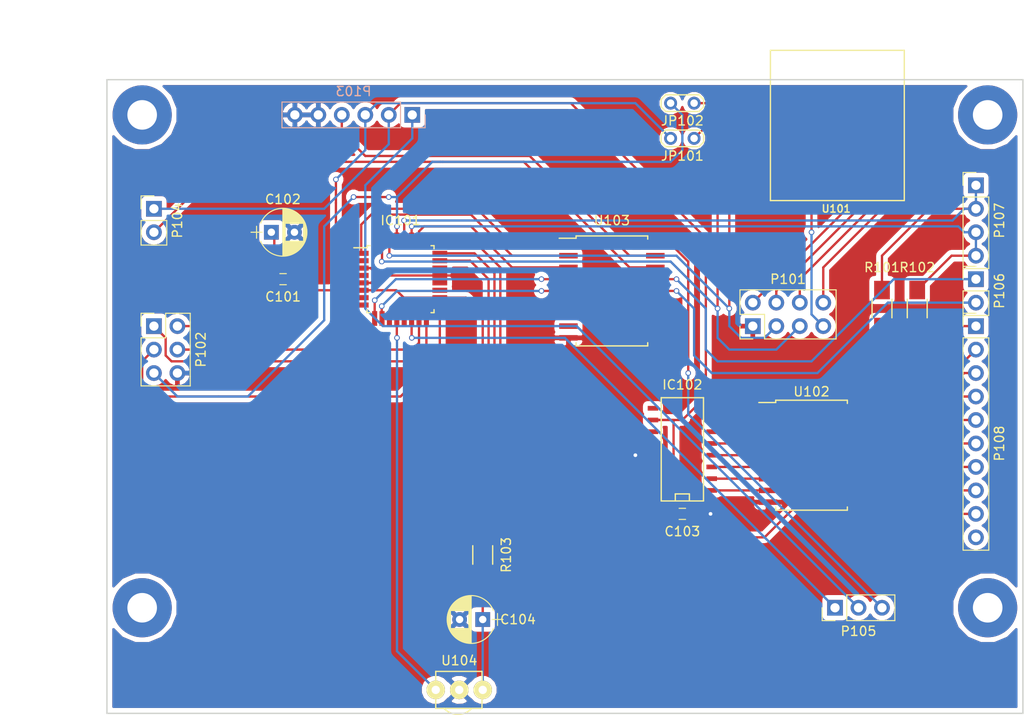
<source format=kicad_pcb>
(kicad_pcb (version 4) (host pcbnew 4.0.4+e1-6308~48~ubuntu15.10.1-stable)

  (general
    (links 87)
    (no_connects 0)
    (area 59.436668 36.1 177.712858 113.416829)
    (thickness 1.6)
    (drawings 6)
    (tracks 378)
    (zones 0)
    (modules 27)
    (nets 68)
  )

  (page A4)
  (layers
    (0 F.Cu signal)
    (31 B.Cu signal)
    (32 B.Adhes user)
    (33 F.Adhes user)
    (34 B.Paste user)
    (35 F.Paste user)
    (36 B.SilkS user)
    (37 F.SilkS user)
    (38 B.Mask user)
    (39 F.Mask user)
    (40 Dwgs.User user)
    (41 Cmts.User user)
    (42 Eco1.User user)
    (43 Eco2.User user)
    (44 Edge.Cuts user)
    (45 Margin user)
    (46 B.CrtYd user)
    (47 F.CrtYd user)
    (48 B.Fab user)
    (49 F.Fab user)
  )

  (setup
    (last_trace_width 0.25)
    (user_trace_width 0.381)
    (user_trace_width 0.508)
    (user_trace_width 0.762)
    (user_trace_width 1.016)
    (user_trace_width 1.524)
    (user_trace_width 2.54)
    (trace_clearance 0.2)
    (zone_clearance 0.508)
    (zone_45_only no)
    (trace_min 0.2)
    (segment_width 0.2)
    (edge_width 0.15)
    (via_size 0.6)
    (via_drill 0.4)
    (via_min_size 0.4)
    (via_min_drill 0.3)
    (user_via 1.524 0.762)
    (user_via 1.778 0.762)
    (uvia_size 0.3)
    (uvia_drill 0.1)
    (uvias_allowed no)
    (uvia_min_size 0.2)
    (uvia_min_drill 0.1)
    (pcb_text_width 0.3)
    (pcb_text_size 1 1)
    (mod_edge_width 0.15)
    (mod_text_size 1 1)
    (mod_text_width 0.15)
    (pad_size 1 1)
    (pad_drill 0.6)
    (pad_to_mask_clearance 0.1)
    (aux_axis_origin 0 0)
    (visible_elements FFFEFF7F)
    (pcbplotparams
      (layerselection 0x010f0_80000001)
      (usegerberextensions true)
      (excludeedgelayer true)
      (linewidth 0.100000)
      (plotframeref false)
      (viasonmask false)
      (mode 1)
      (useauxorigin false)
      (hpglpennumber 1)
      (hpglpenspeed 20)
      (hpglpendiameter 15)
      (hpglpenoverlay 2)
      (psnegative false)
      (psa4output false)
      (plotreference true)
      (plotvalue true)
      (plotinvisibletext false)
      (padsonsilk false)
      (subtractmaskfromsilk false)
      (outputformat 1)
      (mirror false)
      (drillshape 0)
      (scaleselection 1)
      (outputdirectory gerber/))
  )

  (net 0 "")
  (net 1 GND)
  (net 2 +5P)
  (net 3 +3V3)
  (net 4 +5V)
  (net 5 /K-AlimPreamp)
  (net 6 /SER)
  (net 7 /RCLK)
  (net 8 /SRCLK)
  (net 9 /PWR_PRE)
  (net 10 /PWR_AMP)
  (net 11 /LED_DIN)
  (net 12 /MOSI)
  (net 13 /MISO)
  (net 14 /SCLK)
  (net 15 /IR-OUT)
  (net 16 /SDA)
  (net 17 /SCL)
  (net 18 /RESET)
  (net 19 /ESP-TX)
  (net 20 /ESP-RX)
  (net 21 /PWR_LED)
  (net 22 /ESP-GPIO2)
  (net 23 /K-AlimAmpli)
  (net 24 /LED_GND)
  (net 25 /ESP-VCC)
  (net 26 /hp)
  (net 27 /s7)
  (net 28 /s6)
  (net 29 /s5)
  (net 30 /s4)
  (net 31 /s3)
  (net 32 /s2)
  (net 33 /s1)
  (net 34 /ESP-RST)
  (net 35 /ESP-GPIO0)
  (net 36 "Net-(C104-Pad1)")
  (net 37 "Net-(IC101-Pad2)")
  (net 38 "Net-(IC101-Pad7)")
  (net 39 "Net-(IC101-Pad8)")
  (net 40 /FU1)
  (net 41 /FU2)
  (net 42 "Net-(IC101-Pad11)")
  (net 43 "Net-(IC101-Pad13)")
  (net 44 "Net-(IC101-Pad19)")
  (net 45 "Net-(IC101-Pad20)")
  (net 46 "Net-(IC101-Pad22)")
  (net 47 "Net-(IC102-Pad9)")
  (net 48 /K-FU1)
  (net 49 /K-FU2)
  (net 50 "Net-(P108-Pad2)")
  (net 51 "Net-(P108-Pad3)")
  (net 52 "Net-(P108-Pad4)")
  (net 53 "Net-(P108-Pad5)")
  (net 54 "Net-(P108-Pad6)")
  (net 55 "Net-(P108-Pad7)")
  (net 56 "Net-(P108-Pad8)")
  (net 57 "Net-(P108-Pad9)")
  (net 58 "Net-(P108-Pad10)")
  (net 59 "Net-(U102-Pad10)")
  (net 60 "Net-(U103-Pad6)")
  (net 61 "Net-(U103-Pad7)")
  (net 62 "Net-(U103-Pad8)")
  (net 63 "Net-(U103-Pad10)")
  (net 64 "Net-(U103-Pad11)")
  (net 65 "Net-(U103-Pad12)")
  (net 66 "Net-(U103-Pad13)")
  (net 67 /ESP-CHPD)

  (net_class Default "Ceci est la Netclass par défaut"
    (clearance 0.2)
    (trace_width 0.25)
    (via_dia 0.6)
    (via_drill 0.4)
    (uvia_dia 0.3)
    (uvia_drill 0.1)
    (add_net +3V3)
    (add_net +5P)
    (add_net +5V)
    (add_net /ESP-CHPD)
    (add_net /ESP-GPIO0)
    (add_net /ESP-GPIO2)
    (add_net /ESP-RST)
    (add_net /ESP-RX)
    (add_net /ESP-TX)
    (add_net /ESP-VCC)
    (add_net /FU1)
    (add_net /FU2)
    (add_net /IR-OUT)
    (add_net /K-AlimAmpli)
    (add_net /K-AlimPreamp)
    (add_net /K-FU1)
    (add_net /K-FU2)
    (add_net /LED_DIN)
    (add_net /LED_GND)
    (add_net /MISO)
    (add_net /MOSI)
    (add_net /PWR_AMP)
    (add_net /PWR_LED)
    (add_net /PWR_PRE)
    (add_net /RCLK)
    (add_net /RESET)
    (add_net /SCL)
    (add_net /SCLK)
    (add_net /SDA)
    (add_net /SER)
    (add_net /SRCLK)
    (add_net /hp)
    (add_net /s1)
    (add_net /s2)
    (add_net /s3)
    (add_net /s4)
    (add_net /s5)
    (add_net /s6)
    (add_net /s7)
    (add_net GND)
    (add_net "Net-(C104-Pad1)")
    (add_net "Net-(IC101-Pad11)")
    (add_net "Net-(IC101-Pad13)")
    (add_net "Net-(IC101-Pad19)")
    (add_net "Net-(IC101-Pad2)")
    (add_net "Net-(IC101-Pad20)")
    (add_net "Net-(IC101-Pad22)")
    (add_net "Net-(IC101-Pad7)")
    (add_net "Net-(IC101-Pad8)")
    (add_net "Net-(IC102-Pad9)")
    (add_net "Net-(P108-Pad10)")
    (add_net "Net-(P108-Pad2)")
    (add_net "Net-(P108-Pad3)")
    (add_net "Net-(P108-Pad4)")
    (add_net "Net-(P108-Pad5)")
    (add_net "Net-(P108-Pad6)")
    (add_net "Net-(P108-Pad7)")
    (add_net "Net-(P108-Pad8)")
    (add_net "Net-(P108-Pad9)")
    (add_net "Net-(U102-Pad10)")
    (add_net "Net-(U103-Pad10)")
    (add_net "Net-(U103-Pad11)")
    (add_net "Net-(U103-Pad12)")
    (add_net "Net-(U103-Pad13)")
    (add_net "Net-(U103-Pad6)")
    (add_net "Net-(U103-Pad7)")
    (add_net "Net-(U103-Pad8)")
  )

  (module flem:TSOP382 (layer F.Cu) (tedit 58934DE5) (tstamp 58935475)
    (at 106.68 110.49)
    (path /58934C31)
    (fp_text reference U104 (at 2.54 -3.175) (layer F.SilkS)
      (effects (font (size 1 1) (thickness 0.15)))
    )
    (fp_text value TSOP38238 (at 2.5 -1.5) (layer F.Fab)
      (effects (font (size 0.5 0.5) (thickness 0.125)))
    )
    (fp_arc (start 2.4 0.6) (end 3.8 2.1) (angle 90) (layer F.SilkS) (width 0.15))
    (fp_line (start 5 -2) (end 5 2) (layer F.SilkS) (width 0.15))
    (fp_line (start 5 2) (end 0 2) (layer F.SilkS) (width 0.15))
    (fp_line (start 0 2) (end 0 -2) (layer F.SilkS) (width 0.15))
    (fp_line (start 0 -2) (end 5 -2) (layer F.SilkS) (width 0.15))
    (pad 1 thru_hole circle (at 0 0) (size 2 2) (drill 0.9) (layers *.Cu *.Mask F.SilkS)
      (net 15 /IR-OUT))
    (pad 2 thru_hole circle (at 2.54 0) (size 2 2) (drill 0.9) (layers *.Cu *.Mask F.SilkS)
      (net 1 GND))
    (pad 3 thru_hole circle (at 5.08 0) (size 2 2) (drill 0.9) (layers *.Cu *.Mask F.SilkS)
      (net 36 "Net-(C104-Pad1)"))
  )

  (module SMD_Packages:SO-16-N (layer F.Cu) (tedit 58922208) (tstamp 588B7367)
    (at 133.35 84.455 90)
    (descr "Module CMS SOJ 16 pins large")
    (tags "CMS SOJ")
    (path /588570EE)
    (attr smd)
    (fp_text reference IC102 (at 6.985 0 180) (layer F.SilkS)
      (effects (font (size 1 1) (thickness 0.15)))
    )
    (fp_text value 74HC595D (at 0 1.27 90) (layer F.Fab)
      (effects (font (size 1 1) (thickness 0.15)))
    )
    (fp_line (start -5.588 -0.762) (end -4.826 -0.762) (layer F.SilkS) (width 0.15))
    (fp_line (start -4.826 -0.762) (end -4.826 0.762) (layer F.SilkS) (width 0.15))
    (fp_line (start -4.826 0.762) (end -5.588 0.762) (layer F.SilkS) (width 0.15))
    (fp_line (start 5.588 -2.286) (end 5.588 2.286) (layer F.SilkS) (width 0.15))
    (fp_line (start 5.588 2.286) (end -5.588 2.286) (layer F.SilkS) (width 0.15))
    (fp_line (start -5.588 2.286) (end -5.588 -2.286) (layer F.SilkS) (width 0.15))
    (fp_line (start -5.588 -2.286) (end 5.588 -2.286) (layer F.SilkS) (width 0.15))
    (pad 16 smd rect (at -4.445 -3.175 90) (size 0.508 1.143) (layers F.Cu F.Paste F.Mask)
      (net 4 +5V))
    (pad 14 smd rect (at -1.905 -3.175 90) (size 0.508 1.143) (layers F.Cu F.Paste F.Mask)
      (net 6 /SER))
    (pad 13 smd rect (at -0.635 -3.175 90) (size 0.508 1.143) (layers F.Cu F.Paste F.Mask)
      (net 1 GND))
    (pad 12 smd rect (at 0.635 -3.175 90) (size 0.508 1.143) (layers F.Cu F.Paste F.Mask)
      (net 7 /RCLK))
    (pad 11 smd rect (at 1.905 -3.175 90) (size 0.508 1.143) (layers F.Cu F.Paste F.Mask)
      (net 8 /SRCLK))
    (pad 10 smd rect (at 3.175 -3.175 90) (size 0.508 1.143) (layers F.Cu F.Paste F.Mask)
      (net 4 +5V))
    (pad 9 smd rect (at 4.445 -3.175 90) (size 0.508 1.143) (layers F.Cu F.Paste F.Mask)
      (net 47 "Net-(IC102-Pad9)"))
    (pad 8 smd rect (at 4.445 3.175 90) (size 0.508 1.143) (layers F.Cu F.Paste F.Mask)
      (net 1 GND))
    (pad 7 smd rect (at 3.175 3.175 90) (size 0.508 1.143) (layers F.Cu F.Paste F.Mask)
      (net 26 /hp))
    (pad 6 smd rect (at 1.905 3.175 90) (size 0.508 1.143) (layers F.Cu F.Paste F.Mask)
      (net 27 /s7))
    (pad 5 smd rect (at 0.635 3.175 90) (size 0.508 1.143) (layers F.Cu F.Paste F.Mask)
      (net 28 /s6))
    (pad 4 smd rect (at -0.635 3.175 90) (size 0.508 1.143) (layers F.Cu F.Paste F.Mask)
      (net 29 /s5))
    (pad 3 smd rect (at -1.905 3.175 90) (size 0.508 1.143) (layers F.Cu F.Paste F.Mask)
      (net 30 /s4))
    (pad 2 smd rect (at -3.175 3.175 90) (size 0.508 1.143) (layers F.Cu F.Paste F.Mask)
      (net 31 /s3))
    (pad 1 smd rect (at -4.445 3.175 90) (size 0.508 1.143) (layers F.Cu F.Paste F.Mask)
      (net 32 /s2))
    (pad 15 smd rect (at -3.175 -3.175 90) (size 0.508 1.143) (layers F.Cu F.Paste F.Mask)
      (net 33 /s1))
    (model SMD_Packages.3dshapes/SO-16-N.wrl
      (at (xyz 0 0 0))
      (scale (xyz 0.5 0.4 0.5))
      (rotate (xyz 0 0 0))
    )
  )

  (module Capacitors_SMD:C_0603_HandSoldering (layer F.Cu) (tedit 5892220F) (tstamp 588B72FF)
    (at 133.35 91.44)
    (descr "Capacitor SMD 0603, hand soldering")
    (tags "capacitor 0603")
    (path /5882B9E5)
    (attr smd)
    (fp_text reference C103 (at 0 1.905) (layer F.SilkS)
      (effects (font (size 1 1) (thickness 0.15)))
    )
    (fp_text value 100nF (at 0 1.9) (layer F.Fab)
      (effects (font (size 1 1) (thickness 0.15)))
    )
    (fp_line (start -0.8 0.4) (end -0.8 -0.4) (layer F.Fab) (width 0.1))
    (fp_line (start 0.8 0.4) (end -0.8 0.4) (layer F.Fab) (width 0.1))
    (fp_line (start 0.8 -0.4) (end 0.8 0.4) (layer F.Fab) (width 0.1))
    (fp_line (start -0.8 -0.4) (end 0.8 -0.4) (layer F.Fab) (width 0.1))
    (fp_line (start -1.85 -0.75) (end 1.85 -0.75) (layer F.CrtYd) (width 0.05))
    (fp_line (start -1.85 0.75) (end 1.85 0.75) (layer F.CrtYd) (width 0.05))
    (fp_line (start -1.85 -0.75) (end -1.85 0.75) (layer F.CrtYd) (width 0.05))
    (fp_line (start 1.85 -0.75) (end 1.85 0.75) (layer F.CrtYd) (width 0.05))
    (fp_line (start -0.35 -0.6) (end 0.35 -0.6) (layer F.SilkS) (width 0.12))
    (fp_line (start 0.35 0.6) (end -0.35 0.6) (layer F.SilkS) (width 0.12))
    (pad 1 smd rect (at -0.95 0) (size 1.2 0.75) (layers F.Cu F.Paste F.Mask)
      (net 4 +5V))
    (pad 2 smd rect (at 0.95 0) (size 1.2 0.75) (layers F.Cu F.Paste F.Mask)
      (net 1 GND))
    (model Capacitors_SMD.3dshapes/C_0603_HandSoldering.wrl
      (at (xyz 0 0 0))
      (scale (xyz 1 1 1))
      (rotate (xyz 0 0 0))
    )
  )

  (module Housings_QFP:TQFP-32_7x7mm_Pitch0.8mm (layer F.Cu) (tedit 5892221C) (tstamp 588B738B)
    (at 102.87 66.04)
    (descr "32-Lead Plastic Thin Quad Flatpack (PT) - 7x7x1.0 mm Body, 2.00 mm [TQFP] (see Microchip Packaging Specification 00000049BS.pdf)")
    (tags "QFP 0.8")
    (path /5882126A)
    (attr smd)
    (fp_text reference IC101 (at 0 -6.35) (layer F.SilkS)
      (effects (font (size 1 1) (thickness 0.15)))
    )
    (fp_text value ATMEGA328P-AU (at 0 6.05) (layer F.Fab)
      (effects (font (size 1 1) (thickness 0.15)))
    )
    (fp_text user %R (at 0 0) (layer F.Fab)
      (effects (font (size 1 1) (thickness 0.15)))
    )
    (fp_line (start -2.5 -3.5) (end 3.5 -3.5) (layer F.Fab) (width 0.15))
    (fp_line (start 3.5 -3.5) (end 3.5 3.5) (layer F.Fab) (width 0.15))
    (fp_line (start 3.5 3.5) (end -3.5 3.5) (layer F.Fab) (width 0.15))
    (fp_line (start -3.5 3.5) (end -3.5 -2.5) (layer F.Fab) (width 0.15))
    (fp_line (start -3.5 -2.5) (end -2.5 -3.5) (layer F.Fab) (width 0.15))
    (fp_line (start -5.3 -5.3) (end -5.3 5.3) (layer F.CrtYd) (width 0.05))
    (fp_line (start 5.3 -5.3) (end 5.3 5.3) (layer F.CrtYd) (width 0.05))
    (fp_line (start -5.3 -5.3) (end 5.3 -5.3) (layer F.CrtYd) (width 0.05))
    (fp_line (start -5.3 5.3) (end 5.3 5.3) (layer F.CrtYd) (width 0.05))
    (fp_line (start -3.625 -3.625) (end -3.625 -3.4) (layer F.SilkS) (width 0.15))
    (fp_line (start 3.625 -3.625) (end 3.625 -3.3) (layer F.SilkS) (width 0.15))
    (fp_line (start 3.625 3.625) (end 3.625 3.3) (layer F.SilkS) (width 0.15))
    (fp_line (start -3.625 3.625) (end -3.625 3.3) (layer F.SilkS) (width 0.15))
    (fp_line (start -3.625 -3.625) (end -3.3 -3.625) (layer F.SilkS) (width 0.15))
    (fp_line (start -3.625 3.625) (end -3.3 3.625) (layer F.SilkS) (width 0.15))
    (fp_line (start 3.625 3.625) (end 3.3 3.625) (layer F.SilkS) (width 0.15))
    (fp_line (start 3.625 -3.625) (end 3.3 -3.625) (layer F.SilkS) (width 0.15))
    (fp_line (start -3.625 -3.4) (end -5.05 -3.4) (layer F.SilkS) (width 0.15))
    (pad 1 smd rect (at -4.25 -2.8) (size 1.6 0.55) (layers F.Cu F.Paste F.Mask)
      (net 21 /PWR_LED))
    (pad 2 smd rect (at -4.25 -2) (size 1.6 0.55) (layers F.Cu F.Paste F.Mask)
      (net 37 "Net-(IC101-Pad2)"))
    (pad 3 smd rect (at -4.25 -1.2) (size 1.6 0.55) (layers F.Cu F.Paste F.Mask)
      (net 1 GND))
    (pad 4 smd rect (at -4.25 -0.4) (size 1.6 0.55) (layers F.Cu F.Paste F.Mask)
      (net 3 +3V3))
    (pad 5 smd rect (at -4.25 0.4) (size 1.6 0.55) (layers F.Cu F.Paste F.Mask)
      (net 1 GND))
    (pad 6 smd rect (at -4.25 1.2) (size 1.6 0.55) (layers F.Cu F.Paste F.Mask)
      (net 3 +3V3))
    (pad 7 smd rect (at -4.25 2) (size 1.6 0.55) (layers F.Cu F.Paste F.Mask)
      (net 38 "Net-(IC101-Pad7)"))
    (pad 8 smd rect (at -4.25 2.8) (size 1.6 0.55) (layers F.Cu F.Paste F.Mask)
      (net 39 "Net-(IC101-Pad8)"))
    (pad 9 smd rect (at -2.8 4.25 90) (size 1.6 0.55) (layers F.Cu F.Paste F.Mask)
      (net 40 /FU1))
    (pad 10 smd rect (at -2 4.25 90) (size 1.6 0.55) (layers F.Cu F.Paste F.Mask)
      (net 41 /FU2))
    (pad 11 smd rect (at -1.2 4.25 90) (size 1.6 0.55) (layers F.Cu F.Paste F.Mask)
      (net 42 "Net-(IC101-Pad11)"))
    (pad 12 smd rect (at -0.4 4.25 90) (size 1.6 0.55) (layers F.Cu F.Paste F.Mask)
      (net 15 /IR-OUT))
    (pad 13 smd rect (at 0.4 4.25 90) (size 1.6 0.55) (layers F.Cu F.Paste F.Mask)
      (net 43 "Net-(IC101-Pad13)"))
    (pad 14 smd rect (at 1.2 4.25 90) (size 1.6 0.55) (layers F.Cu F.Paste F.Mask)
      (net 11 /LED_DIN))
    (pad 15 smd rect (at 2 4.25 90) (size 1.6 0.55) (layers F.Cu F.Paste F.Mask)
      (net 12 /MOSI))
    (pad 16 smd rect (at 2.8 4.25 90) (size 1.6 0.55) (layers F.Cu F.Paste F.Mask)
      (net 13 /MISO))
    (pad 17 smd rect (at 4.25 2.8) (size 1.6 0.55) (layers F.Cu F.Paste F.Mask)
      (net 14 /SCLK))
    (pad 18 smd rect (at 4.25 2) (size 1.6 0.55) (layers F.Cu F.Paste F.Mask)
      (net 3 +3V3))
    (pad 19 smd rect (at 4.25 1.2) (size 1.6 0.55) (layers F.Cu F.Paste F.Mask)
      (net 44 "Net-(IC101-Pad19)"))
    (pad 20 smd rect (at 4.25 0.4) (size 1.6 0.55) (layers F.Cu F.Paste F.Mask)
      (net 45 "Net-(IC101-Pad20)"))
    (pad 21 smd rect (at 4.25 -0.4) (size 1.6 0.55) (layers F.Cu F.Paste F.Mask)
      (net 1 GND))
    (pad 22 smd rect (at 4.25 -1.2) (size 1.6 0.55) (layers F.Cu F.Paste F.Mask)
      (net 46 "Net-(IC101-Pad22)"))
    (pad 23 smd rect (at 4.25 -2) (size 1.6 0.55) (layers F.Cu F.Paste F.Mask)
      (net 6 /SER))
    (pad 24 smd rect (at 4.25 -2.8) (size 1.6 0.55) (layers F.Cu F.Paste F.Mask)
      (net 7 /RCLK))
    (pad 25 smd rect (at 2.8 -4.25 90) (size 1.6 0.55) (layers F.Cu F.Paste F.Mask)
      (net 8 /SRCLK))
    (pad 26 smd rect (at 2 -4.25 90) (size 1.6 0.55) (layers F.Cu F.Paste F.Mask)
      (net 10 /PWR_AMP))
    (pad 27 smd rect (at 1.2 -4.25 90) (size 1.6 0.55) (layers F.Cu F.Paste F.Mask)
      (net 16 /SDA))
    (pad 28 smd rect (at 0.4 -4.25 90) (size 1.6 0.55) (layers F.Cu F.Paste F.Mask)
      (net 17 /SCL))
    (pad 29 smd rect (at -0.4 -4.25 90) (size 1.6 0.55) (layers F.Cu F.Paste F.Mask)
      (net 18 /RESET))
    (pad 30 smd rect (at -1.2 -4.25 90) (size 1.6 0.55) (layers F.Cu F.Paste F.Mask)
      (net 19 /ESP-TX))
    (pad 31 smd rect (at -2 -4.25 90) (size 1.6 0.55) (layers F.Cu F.Paste F.Mask)
      (net 20 /ESP-RX))
    (pad 32 smd rect (at -2.8 -4.25 90) (size 1.6 0.55) (layers F.Cu F.Paste F.Mask)
      (net 9 /PWR_PRE))
    (model Housings_QFP.3dshapes/TQFP-32_7x7mm_Pitch0.8mm.wrl
      (at (xyz 0 0 0))
      (scale (xyz 1 1 1))
      (rotate (xyz 0 0 0))
    )
  )

  (module Measurement_Points:Test_Point_2Pads (layer F.Cu) (tedit 589BB13D) (tstamp 588B73B6)
    (at 132.08 50.8)
    (descr "Connecteurs 2 pins")
    (tags "CONN DEV")
    (path /588A897F)
    (attr virtual)
    (fp_text reference JP101 (at 1.27 1.905) (layer F.SilkS)
      (effects (font (size 1 1) (thickness 0.15)))
    )
    (fp_text value JUMPER (at 1.27 2) (layer F.Fab)
      (effects (font (size 1 1) (thickness 0.15)))
    )
    (fp_line (start -0.65 1.15) (end 3.15 1.15) (layer F.CrtYd) (width 0.05))
    (fp_line (start 3.15 1.15) (end 3.8 0.5) (layer F.CrtYd) (width 0.05))
    (fp_line (start 3.8 0.5) (end 3.8 -0.5) (layer F.CrtYd) (width 0.05))
    (fp_line (start 3.8 -0.5) (end 3.15 -1.15) (layer F.CrtYd) (width 0.05))
    (fp_line (start 3.15 -1.15) (end -0.65 -1.15) (layer F.CrtYd) (width 0.05))
    (fp_line (start -0.65 -1.15) (end -1.3 -0.5) (layer F.CrtYd) (width 0.05))
    (fp_line (start -1.3 -0.5) (end -1.3 0.5) (layer F.CrtYd) (width 0.05))
    (fp_line (start -1.3 0.5) (end -0.65 1.15) (layer F.CrtYd) (width 0.05))
    (fp_line (start -0.53 -0.9) (end 3.07 -0.9) (layer F.SilkS) (width 0.15))
    (fp_line (start 3.07 -0.9) (end 3.57 -0.4) (layer F.SilkS) (width 0.15))
    (fp_line (start 3.57 -0.4) (end 3.57 0.4) (layer F.SilkS) (width 0.15))
    (fp_line (start 3.57 0.4) (end 3.07 0.9) (layer F.SilkS) (width 0.15))
    (fp_line (start 3.07 0.9) (end -0.53 0.9) (layer F.SilkS) (width 0.15))
    (fp_line (start -0.53 0.9) (end -1.03 0.4) (layer F.SilkS) (width 0.15))
    (fp_line (start -1.03 0.4) (end -1.03 -0.4) (layer F.SilkS) (width 0.15))
    (fp_line (start -1.03 -0.4) (end -0.53 -0.9) (layer F.SilkS) (width 0.15))
    (pad 1 thru_hole circle (at 0 0) (size 1.4 1.4) (drill 0.8128) (layers *.Cu *.Mask)
      (net 3 +3V3))
    (pad 2 thru_hole circle (at 2.54 0) (size 1.4 1.4) (drill 0.8128) (layers *.Cu *.Mask)
      (net 25 /ESP-VCC))
  )

  (module Measurement_Points:Test_Point_2Pads (layer F.Cu) (tedit 58A2E89C) (tstamp 588B73BC)
    (at 134.62 46.99 180)
    (descr "Connecteurs 2 pins")
    (tags "CONN DEV")
    (path /588A850B)
    (attr virtual)
    (fp_text reference JP102 (at 1.27 -1.905 180) (layer F.SilkS)
      (effects (font (size 1 1) (thickness 0.15)))
    )
    (fp_text value JUMPER (at 1.27 2 180) (layer F.Fab)
      (effects (font (size 1 1) (thickness 0.15)))
    )
    (fp_line (start -0.65 1.15) (end 3.15 1.15) (layer F.CrtYd) (width 0.05))
    (fp_line (start 3.15 1.15) (end 3.8 0.5) (layer F.CrtYd) (width 0.05))
    (fp_line (start 3.8 0.5) (end 3.8 -0.5) (layer F.CrtYd) (width 0.05))
    (fp_line (start 3.8 -0.5) (end 3.15 -1.15) (layer F.CrtYd) (width 0.05))
    (fp_line (start 3.15 -1.15) (end -0.65 -1.15) (layer F.CrtYd) (width 0.05))
    (fp_line (start -0.65 -1.15) (end -1.3 -0.5) (layer F.CrtYd) (width 0.05))
    (fp_line (start -1.3 -0.5) (end -1.3 0.5) (layer F.CrtYd) (width 0.05))
    (fp_line (start -1.3 0.5) (end -0.65 1.15) (layer F.CrtYd) (width 0.05))
    (fp_line (start -0.53 -0.9) (end 3.07 -0.9) (layer F.SilkS) (width 0.15))
    (fp_line (start 3.07 -0.9) (end 3.57 -0.4) (layer F.SilkS) (width 0.15))
    (fp_line (start 3.57 -0.4) (end 3.57 0.4) (layer F.SilkS) (width 0.15))
    (fp_line (start 3.57 0.4) (end 3.07 0.9) (layer F.SilkS) (width 0.15))
    (fp_line (start 3.07 0.9) (end -0.53 0.9) (layer F.SilkS) (width 0.15))
    (fp_line (start -0.53 0.9) (end -1.03 0.4) (layer F.SilkS) (width 0.15))
    (fp_line (start -1.03 0.4) (end -1.03 -0.4) (layer F.SilkS) (width 0.15))
    (fp_line (start -1.03 -0.4) (end -0.53 -0.9) (layer F.SilkS) (width 0.15))
    (pad 1 thru_hole circle (at 0 0 180) (size 1.4 1.4) (drill 0.8128) (layers *.Cu *.Mask)
      (net 34 /ESP-RST))
    (pad 2 thru_hole circle (at 2.54 0 180) (size 1.4 1.4) (drill 0.8128) (layers *.Cu *.Mask)
      (net 18 /RESET))
  )

  (module Pin_Headers:Pin_Header_Straight_1x02_Pitch2.54mm (layer F.Cu) (tedit 588FACD5) (tstamp 588B7411)
    (at 76.2 58.42)
    (descr "Through hole straight pin header, 1x02, 2.54mm pitch, single row")
    (tags "Through hole pin header THT 1x02 2.54mm single row")
    (path /58894554)
    (fp_text reference P104 (at 2.54 1.27 90) (layer F.SilkS)
      (effects (font (size 1 1) (thickness 0.15)))
    )
    (fp_text value CONN_01X02 (at 0 4.93) (layer F.Fab)
      (effects (font (size 1 1) (thickness 0.15)))
    )
    (fp_line (start -1.27 -1.27) (end -1.27 3.81) (layer F.Fab) (width 0.1))
    (fp_line (start -1.27 3.81) (end 1.27 3.81) (layer F.Fab) (width 0.1))
    (fp_line (start 1.27 3.81) (end 1.27 -1.27) (layer F.Fab) (width 0.1))
    (fp_line (start 1.27 -1.27) (end -1.27 -1.27) (layer F.Fab) (width 0.1))
    (fp_line (start -1.39 1.27) (end -1.39 3.93) (layer F.SilkS) (width 0.12))
    (fp_line (start -1.39 3.93) (end 1.39 3.93) (layer F.SilkS) (width 0.12))
    (fp_line (start 1.39 3.93) (end 1.39 1.27) (layer F.SilkS) (width 0.12))
    (fp_line (start 1.39 1.27) (end -1.39 1.27) (layer F.SilkS) (width 0.12))
    (fp_line (start -1.39 0) (end -1.39 -1.39) (layer F.SilkS) (width 0.12))
    (fp_line (start -1.39 -1.39) (end 0 -1.39) (layer F.SilkS) (width 0.12))
    (fp_line (start -1.6 -1.6) (end -1.6 4.1) (layer F.CrtYd) (width 0.05))
    (fp_line (start -1.6 4.1) (end 1.6 4.1) (layer F.CrtYd) (width 0.05))
    (fp_line (start 1.6 4.1) (end 1.6 -1.6) (layer F.CrtYd) (width 0.05))
    (fp_line (start 1.6 -1.6) (end -1.6 -1.6) (layer F.CrtYd) (width 0.05))
    (pad 1 thru_hole rect (at 0 0) (size 1.7 1.7) (drill 1) (layers *.Cu *.Mask)
      (net 4 +5V))
    (pad 2 thru_hole oval (at 0 2.54) (size 1.7 1.7) (drill 1) (layers *.Cu *.Mask)
      (net 23 /K-AlimAmpli))
    (model Pin_Headers.3dshapes/Pin_Header_Straight_1x02_Pitch2.54mm.wrl
      (at (xyz 0 -0.05 0))
      (scale (xyz 1 1 1))
      (rotate (xyz 0 0 90))
    )
  )

  (module Pin_Headers:Pin_Header_Straight_1x03_Pitch2.54mm (layer F.Cu) (tedit 589221E7) (tstamp 588B7418)
    (at 149.86 101.6 90)
    (descr "Through hole straight pin header, 1x03, 2.54mm pitch, single row")
    (tags "Through hole pin header THT 1x03 2.54mm single row")
    (path /5888E7CB)
    (fp_text reference P105 (at -2.54 2.54 180) (layer F.SilkS)
      (effects (font (size 1 1) (thickness 0.15)))
    )
    (fp_text value CONN_01X03 (at 0 7.47 90) (layer F.Fab)
      (effects (font (size 1 1) (thickness 0.15)))
    )
    (fp_line (start -1.27 -1.27) (end -1.27 6.35) (layer F.Fab) (width 0.1))
    (fp_line (start -1.27 6.35) (end 1.27 6.35) (layer F.Fab) (width 0.1))
    (fp_line (start 1.27 6.35) (end 1.27 -1.27) (layer F.Fab) (width 0.1))
    (fp_line (start 1.27 -1.27) (end -1.27 -1.27) (layer F.Fab) (width 0.1))
    (fp_line (start -1.39 1.27) (end -1.39 6.47) (layer F.SilkS) (width 0.12))
    (fp_line (start -1.39 6.47) (end 1.39 6.47) (layer F.SilkS) (width 0.12))
    (fp_line (start 1.39 6.47) (end 1.39 1.27) (layer F.SilkS) (width 0.12))
    (fp_line (start 1.39 1.27) (end -1.39 1.27) (layer F.SilkS) (width 0.12))
    (fp_line (start -1.39 0) (end -1.39 -1.39) (layer F.SilkS) (width 0.12))
    (fp_line (start -1.39 -1.39) (end 0 -1.39) (layer F.SilkS) (width 0.12))
    (fp_line (start -1.6 -1.6) (end -1.6 6.6) (layer F.CrtYd) (width 0.05))
    (fp_line (start -1.6 6.6) (end 1.6 6.6) (layer F.CrtYd) (width 0.05))
    (fp_line (start 1.6 6.6) (end 1.6 -1.6) (layer F.CrtYd) (width 0.05))
    (fp_line (start 1.6 -1.6) (end -1.6 -1.6) (layer F.CrtYd) (width 0.05))
    (pad 1 thru_hole rect (at 0 0 90) (size 1.7 1.7) (drill 1) (layers *.Cu *.Mask)
      (net 11 /LED_DIN))
    (pad 2 thru_hole oval (at 0 2.54 90) (size 1.7 1.7) (drill 1) (layers *.Cu *.Mask)
      (net 2 +5P))
    (pad 3 thru_hole oval (at 0 5.08 90) (size 1.7 1.7) (drill 1) (layers *.Cu *.Mask)
      (net 24 /LED_GND))
    (model Pin_Headers.3dshapes/Pin_Header_Straight_1x03_Pitch2.54mm.wrl
      (at (xyz 0 -0.1 0))
      (scale (xyz 1 1 1))
      (rotate (xyz 0 0 90))
    )
  )

  (module Pin_Headers:Pin_Header_Straight_1x10_Pitch2.54mm (layer F.Cu) (tedit 588FACDC) (tstamp 588B7438)
    (at 165.1 71.12)
    (descr "Through hole straight pin header, 1x10, 2.54mm pitch, single row")
    (tags "Through hole pin header THT 1x10 2.54mm single row")
    (path /5883769A)
    (fp_text reference P108 (at 2.54 12.7 90) (layer F.SilkS)
      (effects (font (size 1 1) (thickness 0.15)))
    )
    (fp_text value CONN_01X10 (at 0 25.25) (layer F.Fab)
      (effects (font (size 1 1) (thickness 0.15)))
    )
    (fp_line (start -1.27 -1.27) (end -1.27 24.13) (layer F.Fab) (width 0.1))
    (fp_line (start -1.27 24.13) (end 1.27 24.13) (layer F.Fab) (width 0.1))
    (fp_line (start 1.27 24.13) (end 1.27 -1.27) (layer F.Fab) (width 0.1))
    (fp_line (start 1.27 -1.27) (end -1.27 -1.27) (layer F.Fab) (width 0.1))
    (fp_line (start -1.39 1.27) (end -1.39 24.25) (layer F.SilkS) (width 0.12))
    (fp_line (start -1.39 24.25) (end 1.39 24.25) (layer F.SilkS) (width 0.12))
    (fp_line (start 1.39 24.25) (end 1.39 1.27) (layer F.SilkS) (width 0.12))
    (fp_line (start 1.39 1.27) (end -1.39 1.27) (layer F.SilkS) (width 0.12))
    (fp_line (start -1.39 0) (end -1.39 -1.39) (layer F.SilkS) (width 0.12))
    (fp_line (start -1.39 -1.39) (end 0 -1.39) (layer F.SilkS) (width 0.12))
    (fp_line (start -1.6 -1.6) (end -1.6 24.4) (layer F.CrtYd) (width 0.05))
    (fp_line (start -1.6 24.4) (end 1.6 24.4) (layer F.CrtYd) (width 0.05))
    (fp_line (start 1.6 24.4) (end 1.6 -1.6) (layer F.CrtYd) (width 0.05))
    (fp_line (start 1.6 -1.6) (end -1.6 -1.6) (layer F.CrtYd) (width 0.05))
    (pad 1 thru_hole rect (at 0 0) (size 1.7 1.7) (drill 1) (layers *.Cu *.Mask)
      (net 4 +5V))
    (pad 2 thru_hole oval (at 0 2.54) (size 1.7 1.7) (drill 1) (layers *.Cu *.Mask)
      (net 50 "Net-(P108-Pad2)"))
    (pad 3 thru_hole oval (at 0 5.08) (size 1.7 1.7) (drill 1) (layers *.Cu *.Mask)
      (net 51 "Net-(P108-Pad3)"))
    (pad 4 thru_hole oval (at 0 7.62) (size 1.7 1.7) (drill 1) (layers *.Cu *.Mask)
      (net 52 "Net-(P108-Pad4)"))
    (pad 5 thru_hole oval (at 0 10.16) (size 1.7 1.7) (drill 1) (layers *.Cu *.Mask)
      (net 53 "Net-(P108-Pad5)"))
    (pad 6 thru_hole oval (at 0 12.7) (size 1.7 1.7) (drill 1) (layers *.Cu *.Mask)
      (net 54 "Net-(P108-Pad6)"))
    (pad 7 thru_hole oval (at 0 15.24) (size 1.7 1.7) (drill 1) (layers *.Cu *.Mask)
      (net 55 "Net-(P108-Pad7)"))
    (pad 8 thru_hole oval (at 0 17.78) (size 1.7 1.7) (drill 1) (layers *.Cu *.Mask)
      (net 56 "Net-(P108-Pad8)"))
    (pad 9 thru_hole oval (at 0 20.32) (size 1.7 1.7) (drill 1) (layers *.Cu *.Mask)
      (net 57 "Net-(P108-Pad9)"))
    (pad 10 thru_hole oval (at 0 22.86) (size 1.7 1.7) (drill 1) (layers *.Cu *.Mask)
      (net 58 "Net-(P108-Pad10)"))
    (model Pin_Headers.3dshapes/Pin_Header_Straight_1x10_Pitch2.54mm.wrl
      (at (xyz 0 -0.45 0))
      (scale (xyz 1 1 1))
      (rotate (xyz 0 0 90))
    )
  )

  (module Resistors_SMD:R_1206_HandSoldering (layer F.Cu) (tedit 589221F9) (tstamp 588B7462)
    (at 154.94 69.215 90)
    (descr "Resistor SMD 1206, hand soldering")
    (tags "resistor 1206")
    (path /5883B3E9)
    (attr smd)
    (fp_text reference R101 (at 4.445 0 180) (layer F.SilkS)
      (effects (font (size 1 1) (thickness 0.15)))
    )
    (fp_text value 10K (at 0 2.3 90) (layer F.Fab)
      (effects (font (size 1 1) (thickness 0.15)))
    )
    (fp_line (start -1.6 0.8) (end -1.6 -0.8) (layer F.Fab) (width 0.1))
    (fp_line (start 1.6 0.8) (end -1.6 0.8) (layer F.Fab) (width 0.1))
    (fp_line (start 1.6 -0.8) (end 1.6 0.8) (layer F.Fab) (width 0.1))
    (fp_line (start -1.6 -0.8) (end 1.6 -0.8) (layer F.Fab) (width 0.1))
    (fp_line (start -3.3 -1.2) (end 3.3 -1.2) (layer F.CrtYd) (width 0.05))
    (fp_line (start -3.3 1.2) (end 3.3 1.2) (layer F.CrtYd) (width 0.05))
    (fp_line (start -3.3 -1.2) (end -3.3 1.2) (layer F.CrtYd) (width 0.05))
    (fp_line (start 3.3 -1.2) (end 3.3 1.2) (layer F.CrtYd) (width 0.05))
    (fp_line (start 1 1.075) (end -1 1.075) (layer F.SilkS) (width 0.15))
    (fp_line (start -1 -1.075) (end 1 -1.075) (layer F.SilkS) (width 0.15))
    (pad 1 smd rect (at -2 0 90) (size 2 1.7) (layers F.Cu F.Paste F.Mask)
      (net 4 +5V))
    (pad 2 smd rect (at 2 0 90) (size 2 1.7) (layers F.Cu F.Paste F.Mask)
      (net 17 /SCL))
    (model Resistors_SMD.3dshapes/R_1206_HandSoldering.wrl
      (at (xyz 0 0 0))
      (scale (xyz 1 1 1))
      (rotate (xyz 0 0 0))
    )
  )

  (module Resistors_SMD:R_1206_HandSoldering (layer F.Cu) (tedit 589221F6) (tstamp 588B7468)
    (at 158.75 69.215 90)
    (descr "Resistor SMD 1206, hand soldering")
    (tags "resistor 1206")
    (path /5883C946)
    (attr smd)
    (fp_text reference R102 (at 4.445 0 180) (layer F.SilkS)
      (effects (font (size 1 1) (thickness 0.15)))
    )
    (fp_text value 10K (at 0 2.3 90) (layer F.Fab)
      (effects (font (size 1 1) (thickness 0.15)))
    )
    (fp_line (start -1.6 0.8) (end -1.6 -0.8) (layer F.Fab) (width 0.1))
    (fp_line (start 1.6 0.8) (end -1.6 0.8) (layer F.Fab) (width 0.1))
    (fp_line (start 1.6 -0.8) (end 1.6 0.8) (layer F.Fab) (width 0.1))
    (fp_line (start -1.6 -0.8) (end 1.6 -0.8) (layer F.Fab) (width 0.1))
    (fp_line (start -3.3 -1.2) (end 3.3 -1.2) (layer F.CrtYd) (width 0.05))
    (fp_line (start -3.3 1.2) (end 3.3 1.2) (layer F.CrtYd) (width 0.05))
    (fp_line (start -3.3 -1.2) (end -3.3 1.2) (layer F.CrtYd) (width 0.05))
    (fp_line (start 3.3 -1.2) (end 3.3 1.2) (layer F.CrtYd) (width 0.05))
    (fp_line (start 1 1.075) (end -1 1.075) (layer F.SilkS) (width 0.15))
    (fp_line (start -1 -1.075) (end 1 -1.075) (layer F.SilkS) (width 0.15))
    (pad 1 smd rect (at -2 0 90) (size 2 1.7) (layers F.Cu F.Paste F.Mask)
      (net 4 +5V))
    (pad 2 smd rect (at 2 0 90) (size 2 1.7) (layers F.Cu F.Paste F.Mask)
      (net 16 /SDA))
    (model Resistors_SMD.3dshapes/R_1206_HandSoldering.wrl
      (at (xyz 0 0 0))
      (scale (xyz 1 1 1))
      (rotate (xyz 0 0 0))
    )
  )

  (module Housings_SOIC:SOIC-18W_7.5x11.6mm_Pitch1.27mm (layer F.Cu) (tedit 5750353E) (tstamp 588B74C4)
    (at 147.32 85.09)
    (descr "18-Lead Plastic Small Outline (SO) - Wide, 7.50 mm Body [SOIC] (see Microchip Packaging Specification 00000049BS.pdf)")
    (tags "SOIC 1.27")
    (path /588506FE)
    (attr smd)
    (fp_text reference U102 (at 0 -6.875) (layer F.SilkS)
      (effects (font (size 1 1) (thickness 0.15)))
    )
    (fp_text value ULN2803A (at 0 6.875) (layer F.Fab)
      (effects (font (size 1 1) (thickness 0.15)))
    )
    (fp_line (start -2.75 -5.8) (end 3.75 -5.8) (layer F.Fab) (width 0.15))
    (fp_line (start 3.75 -5.8) (end 3.75 5.8) (layer F.Fab) (width 0.15))
    (fp_line (start 3.75 5.8) (end -3.75 5.8) (layer F.Fab) (width 0.15))
    (fp_line (start -3.75 5.8) (end -3.75 -4.8) (layer F.Fab) (width 0.15))
    (fp_line (start -3.75 -4.8) (end -2.75 -5.8) (layer F.Fab) (width 0.15))
    (fp_line (start -5.95 -6.15) (end -5.95 6.15) (layer F.CrtYd) (width 0.05))
    (fp_line (start 5.95 -6.15) (end 5.95 6.15) (layer F.CrtYd) (width 0.05))
    (fp_line (start -5.95 -6.15) (end 5.95 -6.15) (layer F.CrtYd) (width 0.05))
    (fp_line (start -5.95 6.15) (end 5.95 6.15) (layer F.CrtYd) (width 0.05))
    (fp_line (start -3.875 -5.95) (end -3.875 -5.7) (layer F.SilkS) (width 0.15))
    (fp_line (start 3.875 -5.95) (end 3.875 -5.605) (layer F.SilkS) (width 0.15))
    (fp_line (start 3.875 5.95) (end 3.875 5.605) (layer F.SilkS) (width 0.15))
    (fp_line (start -3.875 5.95) (end -3.875 5.605) (layer F.SilkS) (width 0.15))
    (fp_line (start -3.875 -5.95) (end 3.875 -5.95) (layer F.SilkS) (width 0.15))
    (fp_line (start -3.875 5.95) (end 3.875 5.95) (layer F.SilkS) (width 0.15))
    (fp_line (start -3.875 -5.7) (end -5.7 -5.7) (layer F.SilkS) (width 0.15))
    (pad 1 smd rect (at -4.7 -5.08) (size 2 0.6) (layers F.Cu F.Paste F.Mask)
      (net 33 /s1))
    (pad 2 smd rect (at -4.7 -3.81) (size 2 0.6) (layers F.Cu F.Paste F.Mask)
      (net 26 /hp))
    (pad 3 smd rect (at -4.7 -2.54) (size 2 0.6) (layers F.Cu F.Paste F.Mask)
      (net 27 /s7))
    (pad 4 smd rect (at -4.7 -1.27) (size 2 0.6) (layers F.Cu F.Paste F.Mask)
      (net 28 /s6))
    (pad 5 smd rect (at -4.7 0) (size 2 0.6) (layers F.Cu F.Paste F.Mask)
      (net 29 /s5))
    (pad 6 smd rect (at -4.7 1.27) (size 2 0.6) (layers F.Cu F.Paste F.Mask)
      (net 30 /s4))
    (pad 7 smd rect (at -4.7 2.54) (size 2 0.6) (layers F.Cu F.Paste F.Mask)
      (net 31 /s3))
    (pad 8 smd rect (at -4.7 3.81) (size 2 0.6) (layers F.Cu F.Paste F.Mask)
      (net 32 /s2))
    (pad 9 smd rect (at -4.7 5.08) (size 2 0.6) (layers F.Cu F.Paste F.Mask)
      (net 1 GND))
    (pad 10 smd rect (at 4.7 5.08) (size 2 0.6) (layers F.Cu F.Paste F.Mask)
      (net 59 "Net-(U102-Pad10)"))
    (pad 11 smd rect (at 4.7 3.81) (size 2 0.6) (layers F.Cu F.Paste F.Mask)
      (net 57 "Net-(P108-Pad9)"))
    (pad 12 smd rect (at 4.7 2.54) (size 2 0.6) (layers F.Cu F.Paste F.Mask)
      (net 56 "Net-(P108-Pad8)"))
    (pad 13 smd rect (at 4.7 1.27) (size 2 0.6) (layers F.Cu F.Paste F.Mask)
      (net 55 "Net-(P108-Pad7)"))
    (pad 14 smd rect (at 4.7 0) (size 2 0.6) (layers F.Cu F.Paste F.Mask)
      (net 54 "Net-(P108-Pad6)"))
    (pad 15 smd rect (at 4.7 -1.27) (size 2 0.6) (layers F.Cu F.Paste F.Mask)
      (net 53 "Net-(P108-Pad5)"))
    (pad 16 smd rect (at 4.7 -2.54) (size 2 0.6) (layers F.Cu F.Paste F.Mask)
      (net 52 "Net-(P108-Pad4)"))
    (pad 17 smd rect (at 4.7 -3.81) (size 2 0.6) (layers F.Cu F.Paste F.Mask)
      (net 51 "Net-(P108-Pad3)"))
    (pad 18 smd rect (at 4.7 -5.08) (size 2 0.6) (layers F.Cu F.Paste F.Mask)
      (net 50 "Net-(P108-Pad2)"))
    (model Housings_SOIC.3dshapes/SOIC-18_7.5x11.6mm_Pitch1.27mm.wrl
      (at (xyz 0 0 0))
      (scale (xyz 1 1 1))
      (rotate (xyz 0 0 0))
    )
  )

  (module Housings_SOIC:SOIC-18W_7.5x11.6mm_Pitch1.27mm (layer F.Cu) (tedit 58922216) (tstamp 588B74DA)
    (at 125.73 67.31)
    (descr "18-Lead Plastic Small Outline (SO) - Wide, 7.50 mm Body [SOIC] (see Microchip Packaging Specification 00000049BS.pdf)")
    (tags "SOIC 1.27")
    (path /5887E88A)
    (attr smd)
    (fp_text reference U103 (at 0 -7.62) (layer F.SilkS)
      (effects (font (size 1 1) (thickness 0.15)))
    )
    (fp_text value ULN2803A (at 0 6.875) (layer F.Fab)
      (effects (font (size 1 1) (thickness 0.15)))
    )
    (fp_line (start -2.75 -5.8) (end 3.75 -5.8) (layer F.Fab) (width 0.15))
    (fp_line (start 3.75 -5.8) (end 3.75 5.8) (layer F.Fab) (width 0.15))
    (fp_line (start 3.75 5.8) (end -3.75 5.8) (layer F.Fab) (width 0.15))
    (fp_line (start -3.75 5.8) (end -3.75 -4.8) (layer F.Fab) (width 0.15))
    (fp_line (start -3.75 -4.8) (end -2.75 -5.8) (layer F.Fab) (width 0.15))
    (fp_line (start -5.95 -6.15) (end -5.95 6.15) (layer F.CrtYd) (width 0.05))
    (fp_line (start 5.95 -6.15) (end 5.95 6.15) (layer F.CrtYd) (width 0.05))
    (fp_line (start -5.95 -6.15) (end 5.95 -6.15) (layer F.CrtYd) (width 0.05))
    (fp_line (start -5.95 6.15) (end 5.95 6.15) (layer F.CrtYd) (width 0.05))
    (fp_line (start -3.875 -5.95) (end -3.875 -5.7) (layer F.SilkS) (width 0.15))
    (fp_line (start 3.875 -5.95) (end 3.875 -5.605) (layer F.SilkS) (width 0.15))
    (fp_line (start 3.875 5.95) (end 3.875 5.605) (layer F.SilkS) (width 0.15))
    (fp_line (start -3.875 5.95) (end -3.875 5.605) (layer F.SilkS) (width 0.15))
    (fp_line (start -3.875 -5.95) (end 3.875 -5.95) (layer F.SilkS) (width 0.15))
    (fp_line (start -3.875 5.95) (end 3.875 5.95) (layer F.SilkS) (width 0.15))
    (fp_line (start -3.875 -5.7) (end -5.7 -5.7) (layer F.SilkS) (width 0.15))
    (pad 1 smd rect (at -4.7 -5.08) (size 2 0.6) (layers F.Cu F.Paste F.Mask)
      (net 21 /PWR_LED))
    (pad 2 smd rect (at -4.7 -3.81) (size 2 0.6) (layers F.Cu F.Paste F.Mask)
      (net 9 /PWR_PRE))
    (pad 3 smd rect (at -4.7 -2.54) (size 2 0.6) (layers F.Cu F.Paste F.Mask)
      (net 10 /PWR_AMP))
    (pad 4 smd rect (at -4.7 -1.27) (size 2 0.6) (layers F.Cu F.Paste F.Mask)
      (net 40 /FU1))
    (pad 5 smd rect (at -4.7 0) (size 2 0.6) (layers F.Cu F.Paste F.Mask)
      (net 41 /FU2))
    (pad 6 smd rect (at -4.7 1.27) (size 2 0.6) (layers F.Cu F.Paste F.Mask)
      (net 60 "Net-(U103-Pad6)"))
    (pad 7 smd rect (at -4.7 2.54) (size 2 0.6) (layers F.Cu F.Paste F.Mask)
      (net 61 "Net-(U103-Pad7)"))
    (pad 8 smd rect (at -4.7 3.81) (size 2 0.6) (layers F.Cu F.Paste F.Mask)
      (net 62 "Net-(U103-Pad8)"))
    (pad 9 smd rect (at -4.7 5.08) (size 2 0.6) (layers F.Cu F.Paste F.Mask)
      (net 1 GND))
    (pad 10 smd rect (at 4.7 5.08) (size 2 0.6) (layers F.Cu F.Paste F.Mask)
      (net 63 "Net-(U103-Pad10)"))
    (pad 11 smd rect (at 4.7 3.81) (size 2 0.6) (layers F.Cu F.Paste F.Mask)
      (net 64 "Net-(U103-Pad11)"))
    (pad 12 smd rect (at 4.7 2.54) (size 2 0.6) (layers F.Cu F.Paste F.Mask)
      (net 65 "Net-(U103-Pad12)"))
    (pad 13 smd rect (at 4.7 1.27) (size 2 0.6) (layers F.Cu F.Paste F.Mask)
      (net 66 "Net-(U103-Pad13)"))
    (pad 14 smd rect (at 4.7 0) (size 2 0.6) (layers F.Cu F.Paste F.Mask)
      (net 49 /K-FU2))
    (pad 15 smd rect (at 4.7 -1.27) (size 2 0.6) (layers F.Cu F.Paste F.Mask)
      (net 48 /K-FU1))
    (pad 16 smd rect (at 4.7 -2.54) (size 2 0.6) (layers F.Cu F.Paste F.Mask)
      (net 23 /K-AlimAmpli))
    (pad 17 smd rect (at 4.7 -3.81) (size 2 0.6) (layers F.Cu F.Paste F.Mask)
      (net 5 /K-AlimPreamp))
    (pad 18 smd rect (at 4.7 -5.08) (size 2 0.6) (layers F.Cu F.Paste F.Mask)
      (net 24 /LED_GND))
    (model Housings_SOIC.3dshapes/SOIC-18_7.5x11.6mm_Pitch1.27mm.wrl
      (at (xyz 0 0 0))
      (scale (xyz 1 1 1))
      (rotate (xyz 0 0 0))
    )
  )

  (module Pin_Headers:Pin_Header_Straight_2x03_Pitch2.54mm (layer F.Cu) (tedit 5892223F) (tstamp 588F7BD7)
    (at 76.2 71.12)
    (descr "Through hole straight pin header, 2x03, 2.54mm pitch, double rows")
    (tags "Through hole pin header THT 2x03 2.54mm double row")
    (path /588281DD)
    (fp_text reference P102 (at 5.08 2.54 90) (layer F.SilkS)
      (effects (font (size 1 1) (thickness 0.15)))
    )
    (fp_text value ICSP (at 1.27 7.47) (layer F.Fab)
      (effects (font (size 1 1) (thickness 0.15)))
    )
    (fp_line (start -1.27 -1.27) (end -1.27 6.35) (layer F.Fab) (width 0.1))
    (fp_line (start -1.27 6.35) (end 3.81 6.35) (layer F.Fab) (width 0.1))
    (fp_line (start 3.81 6.35) (end 3.81 -1.27) (layer F.Fab) (width 0.1))
    (fp_line (start 3.81 -1.27) (end -1.27 -1.27) (layer F.Fab) (width 0.1))
    (fp_line (start -1.39 1.27) (end -1.39 6.47) (layer F.SilkS) (width 0.12))
    (fp_line (start -1.39 6.47) (end 3.93 6.47) (layer F.SilkS) (width 0.12))
    (fp_line (start 3.93 6.47) (end 3.93 -1.39) (layer F.SilkS) (width 0.12))
    (fp_line (start 3.93 -1.39) (end 1.27 -1.39) (layer F.SilkS) (width 0.12))
    (fp_line (start 1.27 -1.39) (end 1.27 1.27) (layer F.SilkS) (width 0.12))
    (fp_line (start 1.27 1.27) (end -1.39 1.27) (layer F.SilkS) (width 0.12))
    (fp_line (start -1.39 0) (end -1.39 -1.39) (layer F.SilkS) (width 0.12))
    (fp_line (start -1.39 -1.39) (end 0 -1.39) (layer F.SilkS) (width 0.12))
    (fp_line (start -1.6 -1.6) (end -1.6 6.6) (layer F.CrtYd) (width 0.05))
    (fp_line (start -1.6 6.6) (end 4.1 6.6) (layer F.CrtYd) (width 0.05))
    (fp_line (start 4.1 6.6) (end 4.1 -1.6) (layer F.CrtYd) (width 0.05))
    (fp_line (start 4.1 -1.6) (end -1.6 -1.6) (layer F.CrtYd) (width 0.05))
    (pad 1 thru_hole rect (at 0 0) (size 1.7 1.7) (drill 1) (layers *.Cu *.Mask)
      (net 13 /MISO))
    (pad 2 thru_hole oval (at 2.54 0) (size 1.7 1.7) (drill 1) (layers *.Cu *.Mask)
      (net 3 +3V3))
    (pad 3 thru_hole oval (at 0 2.54) (size 1.7 1.7) (drill 1) (layers *.Cu *.Mask)
      (net 14 /SCLK))
    (pad 4 thru_hole oval (at 2.54 2.54) (size 1.7 1.7) (drill 1) (layers *.Cu *.Mask)
      (net 12 /MOSI))
    (pad 5 thru_hole oval (at 0 5.08) (size 1.7 1.7) (drill 1) (layers *.Cu *.Mask)
      (net 18 /RESET))
    (pad 6 thru_hole oval (at 2.54 5.08) (size 1.7 1.7) (drill 1) (layers *.Cu *.Mask)
      (net 1 GND))
    (model Pin_Headers.3dshapes/Pin_Header_Straight_2x03_Pitch2.54mm.wrl
      (at (xyz 0.05 -0.1 0))
      (scale (xyz 1 1 1))
      (rotate (xyz 0 0 90))
    )
  )

  (module Pin_Headers:Pin_Header_Straight_2x04_Pitch2.54mm (layer F.Cu) (tedit 588FA2F5) (tstamp 588F9C05)
    (at 140.97 71.12 90)
    (descr "Through hole straight pin header, 2x04, 2.54mm pitch, double rows")
    (tags "Through hole pin header THT 2x04 2.54mm double row")
    (path /588F5911)
    (fp_text reference P101 (at 5.08 3.81 180) (layer F.SilkS)
      (effects (font (size 1 1) (thickness 0.15)))
    )
    (fp_text value CONN_02X04 (at 1.27 10.01 90) (layer F.Fab)
      (effects (font (size 1 1) (thickness 0.15)))
    )
    (fp_line (start -1.27 -1.27) (end -1.27 8.89) (layer F.Fab) (width 0.1))
    (fp_line (start -1.27 8.89) (end 3.81 8.89) (layer F.Fab) (width 0.1))
    (fp_line (start 3.81 8.89) (end 3.81 -1.27) (layer F.Fab) (width 0.1))
    (fp_line (start 3.81 -1.27) (end -1.27 -1.27) (layer F.Fab) (width 0.1))
    (fp_line (start -1.39 1.27) (end -1.39 9.01) (layer F.SilkS) (width 0.12))
    (fp_line (start -1.39 9.01) (end 3.93 9.01) (layer F.SilkS) (width 0.12))
    (fp_line (start 3.93 9.01) (end 3.93 -1.39) (layer F.SilkS) (width 0.12))
    (fp_line (start 3.93 -1.39) (end 1.27 -1.39) (layer F.SilkS) (width 0.12))
    (fp_line (start 1.27 -1.39) (end 1.27 1.27) (layer F.SilkS) (width 0.12))
    (fp_line (start 1.27 1.27) (end -1.39 1.27) (layer F.SilkS) (width 0.12))
    (fp_line (start -1.39 0) (end -1.39 -1.39) (layer F.SilkS) (width 0.12))
    (fp_line (start -1.39 -1.39) (end 0 -1.39) (layer F.SilkS) (width 0.12))
    (fp_line (start -1.6 -1.6) (end -1.6 9.2) (layer F.CrtYd) (width 0.05))
    (fp_line (start -1.6 9.2) (end 4.1 9.2) (layer F.CrtYd) (width 0.05))
    (fp_line (start 4.1 9.2) (end 4.1 -1.6) (layer F.CrtYd) (width 0.05))
    (fp_line (start 4.1 -1.6) (end -1.6 -1.6) (layer F.CrtYd) (width 0.05))
    (pad 1 thru_hole rect (at 0 0 90) (size 1.7 1.7) (drill 1) (layers *.Cu *.Mask)
      (net 1 GND))
    (pad 2 thru_hole oval (at 2.54 0 90) (size 1.7 1.7) (drill 1) (layers *.Cu *.Mask)
      (net 34 /ESP-RST))
    (pad 3 thru_hole oval (at 0 2.54 90) (size 1.7 1.7) (drill 1) (layers *.Cu *.Mask)
      (net 19 /ESP-TX))
    (pad 4 thru_hole oval (at 2.54 2.54 90) (size 1.7 1.7) (drill 1) (layers *.Cu *.Mask)
      (net 22 /ESP-GPIO2))
    (pad 5 thru_hole oval (at 0 5.08 90) (size 1.7 1.7) (drill 1) (layers *.Cu *.Mask)
      (net 20 /ESP-RX))
    (pad 6 thru_hole oval (at 2.54 5.08 90) (size 1.7 1.7) (drill 1) (layers *.Cu *.Mask)
      (net 35 /ESP-GPIO0))
    (pad 7 thru_hole oval (at 0 7.62 90) (size 1.7 1.7) (drill 1) (layers *.Cu *.Mask)
      (net 25 /ESP-VCC))
    (pad 8 thru_hole oval (at 2.54 7.62 90) (size 1.7 1.7) (drill 1) (layers *.Cu *.Mask)
      (net 67 /ESP-CHPD))
    (model Pin_Headers.3dshapes/Pin_Header_Straight_2x04_Pitch2.54mm.wrl
      (at (xyz 0.05 -0.15 0))
      (scale (xyz 1 1 1))
      (rotate (xyz 0 0 90))
    )
  )

  (module Pin_Headers:Pin_Header_Straight_1x06_Pitch2.54mm (layer B.Cu) (tedit 58922230) (tstamp 5891095A)
    (at 104.14 48.26 90)
    (descr "Through hole straight pin header, 1x06, 2.54mm pitch, single row")
    (tags "Through hole pin header THT 1x06 2.54mm single row")
    (path /5890E244)
    (fp_text reference P103 (at 2.54 -6.35 180) (layer B.SilkS)
      (effects (font (size 1 1) (thickness 0.15)) (justify mirror))
    )
    (fp_text value CONN_01X06 (at 0 -15.09 90) (layer B.Fab)
      (effects (font (size 1 1) (thickness 0.15)) (justify mirror))
    )
    (fp_line (start -1.27 1.27) (end -1.27 -13.97) (layer B.Fab) (width 0.1))
    (fp_line (start -1.27 -13.97) (end 1.27 -13.97) (layer B.Fab) (width 0.1))
    (fp_line (start 1.27 -13.97) (end 1.27 1.27) (layer B.Fab) (width 0.1))
    (fp_line (start 1.27 1.27) (end -1.27 1.27) (layer B.Fab) (width 0.1))
    (fp_line (start -1.39 -1.27) (end -1.39 -14.09) (layer B.SilkS) (width 0.12))
    (fp_line (start -1.39 -14.09) (end 1.39 -14.09) (layer B.SilkS) (width 0.12))
    (fp_line (start 1.39 -14.09) (end 1.39 -1.27) (layer B.SilkS) (width 0.12))
    (fp_line (start 1.39 -1.27) (end -1.39 -1.27) (layer B.SilkS) (width 0.12))
    (fp_line (start -1.39 0) (end -1.39 1.39) (layer B.SilkS) (width 0.12))
    (fp_line (start -1.39 1.39) (end 0 1.39) (layer B.SilkS) (width 0.12))
    (fp_line (start -1.6 1.6) (end -1.6 -14.3) (layer B.CrtYd) (width 0.05))
    (fp_line (start -1.6 -14.3) (end 1.6 -14.3) (layer B.CrtYd) (width 0.05))
    (fp_line (start 1.6 -14.3) (end 1.6 1.6) (layer B.CrtYd) (width 0.05))
    (fp_line (start 1.6 1.6) (end -1.6 1.6) (layer B.CrtYd) (width 0.05))
    (pad 1 thru_hole rect (at 0 0 90) (size 1.7 1.7) (drill 1) (layers *.Cu *.Mask)
      (net 2 +5P))
    (pad 2 thru_hole oval (at 0 -2.54 90) (size 1.7 1.7) (drill 1) (layers *.Cu *.Mask)
      (net 4 +5V))
    (pad 3 thru_hole oval (at 0 -5.08 90) (size 1.7 1.7) (drill 1) (layers *.Cu *.Mask)
      (net 3 +3V3))
    (pad 4 thru_hole oval (at 0 -7.62 90) (size 1.7 1.7) (drill 1) (layers *.Cu *.Mask)
      (net 5 /K-AlimPreamp))
    (pad 5 thru_hole oval (at 0 -10.16 90) (size 1.7 1.7) (drill 1) (layers *.Cu *.Mask)
      (net 1 GND))
    (pad 6 thru_hole oval (at 0 -12.7 90) (size 1.7 1.7) (drill 1) (layers *.Cu *.Mask)
      (net 1 GND))
    (model Pin_Headers.3dshapes/Pin_Header_Straight_1x06_Pitch2.54mm.wrl
      (at (xyz 0 -0.25 0))
      (scale (xyz 1 1 1))
      (rotate (xyz 0 0 90))
    )
  )

  (module Pin_Headers:Pin_Header_Straight_1x04_Pitch2.54mm (layer F.Cu) (tedit 589221F0) (tstamp 58910962)
    (at 165.1 55.88)
    (descr "Through hole straight pin header, 1x04, 2.54mm pitch, single row")
    (tags "Through hole pin header THT 1x04 2.54mm single row")
    (path /58914CD3)
    (fp_text reference P107 (at 2.54 3.81 90) (layer F.SilkS)
      (effects (font (size 1 1) (thickness 0.15)))
    )
    (fp_text value CONN_01X04 (at 0 10.01) (layer F.Fab)
      (effects (font (size 1 1) (thickness 0.15)))
    )
    (fp_line (start -1.27 -1.27) (end -1.27 8.89) (layer F.Fab) (width 0.1))
    (fp_line (start -1.27 8.89) (end 1.27 8.89) (layer F.Fab) (width 0.1))
    (fp_line (start 1.27 8.89) (end 1.27 -1.27) (layer F.Fab) (width 0.1))
    (fp_line (start 1.27 -1.27) (end -1.27 -1.27) (layer F.Fab) (width 0.1))
    (fp_line (start -1.39 1.27) (end -1.39 9.01) (layer F.SilkS) (width 0.12))
    (fp_line (start -1.39 9.01) (end 1.39 9.01) (layer F.SilkS) (width 0.12))
    (fp_line (start 1.39 9.01) (end 1.39 1.27) (layer F.SilkS) (width 0.12))
    (fp_line (start 1.39 1.27) (end -1.39 1.27) (layer F.SilkS) (width 0.12))
    (fp_line (start -1.39 0) (end -1.39 -1.39) (layer F.SilkS) (width 0.12))
    (fp_line (start -1.39 -1.39) (end 0 -1.39) (layer F.SilkS) (width 0.12))
    (fp_line (start -1.6 -1.6) (end -1.6 9.2) (layer F.CrtYd) (width 0.05))
    (fp_line (start -1.6 9.2) (end 1.6 9.2) (layer F.CrtYd) (width 0.05))
    (fp_line (start 1.6 9.2) (end 1.6 -1.6) (layer F.CrtYd) (width 0.05))
    (fp_line (start 1.6 -1.6) (end -1.6 -1.6) (layer F.CrtYd) (width 0.05))
    (pad 1 thru_hole rect (at 0 0) (size 1.7 1.7) (drill 1) (layers *.Cu *.Mask)
      (net 17 /SCL))
    (pad 2 thru_hole oval (at 0 2.54) (size 1.7 1.7) (drill 1) (layers *.Cu *.Mask)
      (net 17 /SCL))
    (pad 3 thru_hole oval (at 0 5.08) (size 1.7 1.7) (drill 1) (layers *.Cu *.Mask)
      (net 16 /SDA))
    (pad 4 thru_hole oval (at 0 7.62) (size 1.7 1.7) (drill 1) (layers *.Cu *.Mask)
      (net 16 /SDA))
    (model Pin_Headers.3dshapes/Pin_Header_Straight_1x04_Pitch2.54mm.wrl
      (at (xyz 0 -0.15 0))
      (scale (xyz 1 1 1))
      (rotate (xyz 0 0 90))
    )
  )

  (module Capacitors_SMD:C_0603_HandSoldering (layer F.Cu) (tedit 58922221) (tstamp 58920B04)
    (at 90.17 66.04)
    (descr "Capacitor SMD 0603, hand soldering")
    (tags "capacitor 0603")
    (path /58920900)
    (attr smd)
    (fp_text reference C101 (at 0 1.905) (layer F.SilkS)
      (effects (font (size 1 1) (thickness 0.15)))
    )
    (fp_text value 100nF (at 0 1.9) (layer F.Fab)
      (effects (font (size 1 1) (thickness 0.15)))
    )
    (fp_line (start -0.8 0.4) (end -0.8 -0.4) (layer F.Fab) (width 0.1))
    (fp_line (start 0.8 0.4) (end -0.8 0.4) (layer F.Fab) (width 0.1))
    (fp_line (start 0.8 -0.4) (end 0.8 0.4) (layer F.Fab) (width 0.1))
    (fp_line (start -0.8 -0.4) (end 0.8 -0.4) (layer F.Fab) (width 0.1))
    (fp_line (start -1.85 -0.75) (end 1.85 -0.75) (layer F.CrtYd) (width 0.05))
    (fp_line (start -1.85 0.75) (end 1.85 0.75) (layer F.CrtYd) (width 0.05))
    (fp_line (start -1.85 -0.75) (end -1.85 0.75) (layer F.CrtYd) (width 0.05))
    (fp_line (start 1.85 -0.75) (end 1.85 0.75) (layer F.CrtYd) (width 0.05))
    (fp_line (start -0.35 -0.6) (end 0.35 -0.6) (layer F.SilkS) (width 0.12))
    (fp_line (start 0.35 0.6) (end -0.35 0.6) (layer F.SilkS) (width 0.12))
    (pad 1 smd rect (at -0.95 0) (size 1.2 0.75) (layers F.Cu F.Paste F.Mask)
      (net 3 +3V3))
    (pad 2 smd rect (at 0.95 0) (size 1.2 0.75) (layers F.Cu F.Paste F.Mask)
      (net 1 GND))
    (model Capacitors_SMD.3dshapes/C_0603_HandSoldering.wrl
      (at (xyz 0 0 0))
      (scale (xyz 1 1 1))
      (rotate (xyz 0 0 0))
    )
  )

  (module Capacitors_ThroughHole:CP_Radial_D5.0mm_P2.50mm (layer F.Cu) (tedit 58765D06) (tstamp 58920B0A)
    (at 88.9 60.96)
    (descr "CP, Radial series, Radial, pin pitch=2.50mm, , diameter=5mm, Electrolytic Capacitor")
    (tags "CP Radial series Radial pin pitch 2.50mm  diameter 5mm Electrolytic Capacitor")
    (path /58920B5C)
    (fp_text reference C102 (at 1.25 -3.56) (layer F.SilkS)
      (effects (font (size 1 1) (thickness 0.15)))
    )
    (fp_text value 10uF (at 1.25 3.56) (layer F.Fab)
      (effects (font (size 1 1) (thickness 0.15)))
    )
    (fp_arc (start 1.25 0) (end -1.147436 -0.98) (angle 135.5) (layer F.SilkS) (width 0.12))
    (fp_arc (start 1.25 0) (end -1.147436 0.98) (angle -135.5) (layer F.SilkS) (width 0.12))
    (fp_arc (start 1.25 0) (end 3.647436 -0.98) (angle 44.5) (layer F.SilkS) (width 0.12))
    (fp_circle (center 1.25 0) (end 3.75 0) (layer F.Fab) (width 0.1))
    (fp_line (start -2.2 0) (end -1 0) (layer F.Fab) (width 0.1))
    (fp_line (start -1.6 -0.65) (end -1.6 0.65) (layer F.Fab) (width 0.1))
    (fp_line (start 1.25 -2.55) (end 1.25 2.55) (layer F.SilkS) (width 0.12))
    (fp_line (start 1.29 -2.55) (end 1.29 2.55) (layer F.SilkS) (width 0.12))
    (fp_line (start 1.33 -2.549) (end 1.33 2.549) (layer F.SilkS) (width 0.12))
    (fp_line (start 1.37 -2.548) (end 1.37 2.548) (layer F.SilkS) (width 0.12))
    (fp_line (start 1.41 -2.546) (end 1.41 2.546) (layer F.SilkS) (width 0.12))
    (fp_line (start 1.45 -2.543) (end 1.45 2.543) (layer F.SilkS) (width 0.12))
    (fp_line (start 1.49 -2.539) (end 1.49 2.539) (layer F.SilkS) (width 0.12))
    (fp_line (start 1.53 -2.535) (end 1.53 -0.98) (layer F.SilkS) (width 0.12))
    (fp_line (start 1.53 0.98) (end 1.53 2.535) (layer F.SilkS) (width 0.12))
    (fp_line (start 1.57 -2.531) (end 1.57 -0.98) (layer F.SilkS) (width 0.12))
    (fp_line (start 1.57 0.98) (end 1.57 2.531) (layer F.SilkS) (width 0.12))
    (fp_line (start 1.61 -2.525) (end 1.61 -0.98) (layer F.SilkS) (width 0.12))
    (fp_line (start 1.61 0.98) (end 1.61 2.525) (layer F.SilkS) (width 0.12))
    (fp_line (start 1.65 -2.519) (end 1.65 -0.98) (layer F.SilkS) (width 0.12))
    (fp_line (start 1.65 0.98) (end 1.65 2.519) (layer F.SilkS) (width 0.12))
    (fp_line (start 1.69 -2.513) (end 1.69 -0.98) (layer F.SilkS) (width 0.12))
    (fp_line (start 1.69 0.98) (end 1.69 2.513) (layer F.SilkS) (width 0.12))
    (fp_line (start 1.73 -2.506) (end 1.73 -0.98) (layer F.SilkS) (width 0.12))
    (fp_line (start 1.73 0.98) (end 1.73 2.506) (layer F.SilkS) (width 0.12))
    (fp_line (start 1.77 -2.498) (end 1.77 -0.98) (layer F.SilkS) (width 0.12))
    (fp_line (start 1.77 0.98) (end 1.77 2.498) (layer F.SilkS) (width 0.12))
    (fp_line (start 1.81 -2.489) (end 1.81 -0.98) (layer F.SilkS) (width 0.12))
    (fp_line (start 1.81 0.98) (end 1.81 2.489) (layer F.SilkS) (width 0.12))
    (fp_line (start 1.85 -2.48) (end 1.85 -0.98) (layer F.SilkS) (width 0.12))
    (fp_line (start 1.85 0.98) (end 1.85 2.48) (layer F.SilkS) (width 0.12))
    (fp_line (start 1.89 -2.47) (end 1.89 -0.98) (layer F.SilkS) (width 0.12))
    (fp_line (start 1.89 0.98) (end 1.89 2.47) (layer F.SilkS) (width 0.12))
    (fp_line (start 1.93 -2.46) (end 1.93 -0.98) (layer F.SilkS) (width 0.12))
    (fp_line (start 1.93 0.98) (end 1.93 2.46) (layer F.SilkS) (width 0.12))
    (fp_line (start 1.971 -2.448) (end 1.971 -0.98) (layer F.SilkS) (width 0.12))
    (fp_line (start 1.971 0.98) (end 1.971 2.448) (layer F.SilkS) (width 0.12))
    (fp_line (start 2.011 -2.436) (end 2.011 -0.98) (layer F.SilkS) (width 0.12))
    (fp_line (start 2.011 0.98) (end 2.011 2.436) (layer F.SilkS) (width 0.12))
    (fp_line (start 2.051 -2.424) (end 2.051 -0.98) (layer F.SilkS) (width 0.12))
    (fp_line (start 2.051 0.98) (end 2.051 2.424) (layer F.SilkS) (width 0.12))
    (fp_line (start 2.091 -2.41) (end 2.091 -0.98) (layer F.SilkS) (width 0.12))
    (fp_line (start 2.091 0.98) (end 2.091 2.41) (layer F.SilkS) (width 0.12))
    (fp_line (start 2.131 -2.396) (end 2.131 -0.98) (layer F.SilkS) (width 0.12))
    (fp_line (start 2.131 0.98) (end 2.131 2.396) (layer F.SilkS) (width 0.12))
    (fp_line (start 2.171 -2.382) (end 2.171 -0.98) (layer F.SilkS) (width 0.12))
    (fp_line (start 2.171 0.98) (end 2.171 2.382) (layer F.SilkS) (width 0.12))
    (fp_line (start 2.211 -2.366) (end 2.211 -0.98) (layer F.SilkS) (width 0.12))
    (fp_line (start 2.211 0.98) (end 2.211 2.366) (layer F.SilkS) (width 0.12))
    (fp_line (start 2.251 -2.35) (end 2.251 -0.98) (layer F.SilkS) (width 0.12))
    (fp_line (start 2.251 0.98) (end 2.251 2.35) (layer F.SilkS) (width 0.12))
    (fp_line (start 2.291 -2.333) (end 2.291 -0.98) (layer F.SilkS) (width 0.12))
    (fp_line (start 2.291 0.98) (end 2.291 2.333) (layer F.SilkS) (width 0.12))
    (fp_line (start 2.331 -2.315) (end 2.331 -0.98) (layer F.SilkS) (width 0.12))
    (fp_line (start 2.331 0.98) (end 2.331 2.315) (layer F.SilkS) (width 0.12))
    (fp_line (start 2.371 -2.296) (end 2.371 -0.98) (layer F.SilkS) (width 0.12))
    (fp_line (start 2.371 0.98) (end 2.371 2.296) (layer F.SilkS) (width 0.12))
    (fp_line (start 2.411 -2.276) (end 2.411 -0.98) (layer F.SilkS) (width 0.12))
    (fp_line (start 2.411 0.98) (end 2.411 2.276) (layer F.SilkS) (width 0.12))
    (fp_line (start 2.451 -2.256) (end 2.451 -0.98) (layer F.SilkS) (width 0.12))
    (fp_line (start 2.451 0.98) (end 2.451 2.256) (layer F.SilkS) (width 0.12))
    (fp_line (start 2.491 -2.234) (end 2.491 -0.98) (layer F.SilkS) (width 0.12))
    (fp_line (start 2.491 0.98) (end 2.491 2.234) (layer F.SilkS) (width 0.12))
    (fp_line (start 2.531 -2.212) (end 2.531 -0.98) (layer F.SilkS) (width 0.12))
    (fp_line (start 2.531 0.98) (end 2.531 2.212) (layer F.SilkS) (width 0.12))
    (fp_line (start 2.571 -2.189) (end 2.571 -0.98) (layer F.SilkS) (width 0.12))
    (fp_line (start 2.571 0.98) (end 2.571 2.189) (layer F.SilkS) (width 0.12))
    (fp_line (start 2.611 -2.165) (end 2.611 -0.98) (layer F.SilkS) (width 0.12))
    (fp_line (start 2.611 0.98) (end 2.611 2.165) (layer F.SilkS) (width 0.12))
    (fp_line (start 2.651 -2.14) (end 2.651 -0.98) (layer F.SilkS) (width 0.12))
    (fp_line (start 2.651 0.98) (end 2.651 2.14) (layer F.SilkS) (width 0.12))
    (fp_line (start 2.691 -2.113) (end 2.691 -0.98) (layer F.SilkS) (width 0.12))
    (fp_line (start 2.691 0.98) (end 2.691 2.113) (layer F.SilkS) (width 0.12))
    (fp_line (start 2.731 -2.086) (end 2.731 -0.98) (layer F.SilkS) (width 0.12))
    (fp_line (start 2.731 0.98) (end 2.731 2.086) (layer F.SilkS) (width 0.12))
    (fp_line (start 2.771 -2.058) (end 2.771 -0.98) (layer F.SilkS) (width 0.12))
    (fp_line (start 2.771 0.98) (end 2.771 2.058) (layer F.SilkS) (width 0.12))
    (fp_line (start 2.811 -2.028) (end 2.811 -0.98) (layer F.SilkS) (width 0.12))
    (fp_line (start 2.811 0.98) (end 2.811 2.028) (layer F.SilkS) (width 0.12))
    (fp_line (start 2.851 -1.997) (end 2.851 -0.98) (layer F.SilkS) (width 0.12))
    (fp_line (start 2.851 0.98) (end 2.851 1.997) (layer F.SilkS) (width 0.12))
    (fp_line (start 2.891 -1.965) (end 2.891 -0.98) (layer F.SilkS) (width 0.12))
    (fp_line (start 2.891 0.98) (end 2.891 1.965) (layer F.SilkS) (width 0.12))
    (fp_line (start 2.931 -1.932) (end 2.931 -0.98) (layer F.SilkS) (width 0.12))
    (fp_line (start 2.931 0.98) (end 2.931 1.932) (layer F.SilkS) (width 0.12))
    (fp_line (start 2.971 -1.897) (end 2.971 -0.98) (layer F.SilkS) (width 0.12))
    (fp_line (start 2.971 0.98) (end 2.971 1.897) (layer F.SilkS) (width 0.12))
    (fp_line (start 3.011 -1.861) (end 3.011 -0.98) (layer F.SilkS) (width 0.12))
    (fp_line (start 3.011 0.98) (end 3.011 1.861) (layer F.SilkS) (width 0.12))
    (fp_line (start 3.051 -1.823) (end 3.051 -0.98) (layer F.SilkS) (width 0.12))
    (fp_line (start 3.051 0.98) (end 3.051 1.823) (layer F.SilkS) (width 0.12))
    (fp_line (start 3.091 -1.783) (end 3.091 -0.98) (layer F.SilkS) (width 0.12))
    (fp_line (start 3.091 0.98) (end 3.091 1.783) (layer F.SilkS) (width 0.12))
    (fp_line (start 3.131 -1.742) (end 3.131 -0.98) (layer F.SilkS) (width 0.12))
    (fp_line (start 3.131 0.98) (end 3.131 1.742) (layer F.SilkS) (width 0.12))
    (fp_line (start 3.171 -1.699) (end 3.171 -0.98) (layer F.SilkS) (width 0.12))
    (fp_line (start 3.171 0.98) (end 3.171 1.699) (layer F.SilkS) (width 0.12))
    (fp_line (start 3.211 -1.654) (end 3.211 -0.98) (layer F.SilkS) (width 0.12))
    (fp_line (start 3.211 0.98) (end 3.211 1.654) (layer F.SilkS) (width 0.12))
    (fp_line (start 3.251 -1.606) (end 3.251 -0.98) (layer F.SilkS) (width 0.12))
    (fp_line (start 3.251 0.98) (end 3.251 1.606) (layer F.SilkS) (width 0.12))
    (fp_line (start 3.291 -1.556) (end 3.291 -0.98) (layer F.SilkS) (width 0.12))
    (fp_line (start 3.291 0.98) (end 3.291 1.556) (layer F.SilkS) (width 0.12))
    (fp_line (start 3.331 -1.504) (end 3.331 -0.98) (layer F.SilkS) (width 0.12))
    (fp_line (start 3.331 0.98) (end 3.331 1.504) (layer F.SilkS) (width 0.12))
    (fp_line (start 3.371 -1.448) (end 3.371 -0.98) (layer F.SilkS) (width 0.12))
    (fp_line (start 3.371 0.98) (end 3.371 1.448) (layer F.SilkS) (width 0.12))
    (fp_line (start 3.411 -1.39) (end 3.411 -0.98) (layer F.SilkS) (width 0.12))
    (fp_line (start 3.411 0.98) (end 3.411 1.39) (layer F.SilkS) (width 0.12))
    (fp_line (start 3.451 -1.327) (end 3.451 -0.98) (layer F.SilkS) (width 0.12))
    (fp_line (start 3.451 0.98) (end 3.451 1.327) (layer F.SilkS) (width 0.12))
    (fp_line (start 3.491 -1.261) (end 3.491 1.261) (layer F.SilkS) (width 0.12))
    (fp_line (start 3.531 -1.189) (end 3.531 1.189) (layer F.SilkS) (width 0.12))
    (fp_line (start 3.571 -1.112) (end 3.571 1.112) (layer F.SilkS) (width 0.12))
    (fp_line (start 3.611 -1.028) (end 3.611 1.028) (layer F.SilkS) (width 0.12))
    (fp_line (start 3.651 -0.934) (end 3.651 0.934) (layer F.SilkS) (width 0.12))
    (fp_line (start 3.691 -0.829) (end 3.691 0.829) (layer F.SilkS) (width 0.12))
    (fp_line (start 3.731 -0.707) (end 3.731 0.707) (layer F.SilkS) (width 0.12))
    (fp_line (start 3.771 -0.559) (end 3.771 0.559) (layer F.SilkS) (width 0.12))
    (fp_line (start 3.811 -0.354) (end 3.811 0.354) (layer F.SilkS) (width 0.12))
    (fp_line (start -2.2 0) (end -1 0) (layer F.SilkS) (width 0.12))
    (fp_line (start -1.6 -0.65) (end -1.6 0.65) (layer F.SilkS) (width 0.12))
    (fp_line (start -1.6 -2.85) (end -1.6 2.85) (layer F.CrtYd) (width 0.05))
    (fp_line (start -1.6 2.85) (end 4.1 2.85) (layer F.CrtYd) (width 0.05))
    (fp_line (start 4.1 2.85) (end 4.1 -2.85) (layer F.CrtYd) (width 0.05))
    (fp_line (start 4.1 -2.85) (end -1.6 -2.85) (layer F.CrtYd) (width 0.05))
    (pad 1 thru_hole rect (at 0 0) (size 1.6 1.6) (drill 0.8) (layers *.Cu *.Mask)
      (net 3 +3V3))
    (pad 2 thru_hole circle (at 2.5 0) (size 1.6 1.6) (drill 0.8) (layers *.Cu *.Mask)
      (net 1 GND))
    (model Capacitors_ThroughHole.3dshapes/CP_Radial_D5.0mm_P2.50mm.wrl
      (at (xyz 0 0 0))
      (scale (xyz 0.393701 0.393701 0.393701))
      (rotate (xyz 0 0 0))
    )
  )

  (module Capacitors_ThroughHole:CP_Radial_D5.0mm_P2.50mm (layer F.Cu) (tedit 589C6839) (tstamp 5898A1B4)
    (at 111.76 102.87 180)
    (descr "CP, Radial series, Radial, pin pitch=2.50mm, , diameter=5mm, Electrolytic Capacitor")
    (tags "CP Radial series Radial pin pitch 2.50mm  diameter 5mm Electrolytic Capacitor")
    (path /58984258)
    (fp_text reference C104 (at -3.81 0 180) (layer F.SilkS)
      (effects (font (size 1 1) (thickness 0.15)))
    )
    (fp_text value 4.7uF (at 1.25 3.56 180) (layer F.Fab)
      (effects (font (size 1 1) (thickness 0.15)))
    )
    (fp_arc (start 1.25 0) (end -1.147436 -0.98) (angle 135.5) (layer F.SilkS) (width 0.12))
    (fp_arc (start 1.25 0) (end -1.147436 0.98) (angle -135.5) (layer F.SilkS) (width 0.12))
    (fp_arc (start 1.25 0) (end 3.647436 -0.98) (angle 44.5) (layer F.SilkS) (width 0.12))
    (fp_circle (center 1.25 0) (end 3.75 0) (layer F.Fab) (width 0.1))
    (fp_line (start -2.2 0) (end -1 0) (layer F.Fab) (width 0.1))
    (fp_line (start -1.6 -0.65) (end -1.6 0.65) (layer F.Fab) (width 0.1))
    (fp_line (start 1.25 -2.55) (end 1.25 2.55) (layer F.SilkS) (width 0.12))
    (fp_line (start 1.29 -2.55) (end 1.29 2.55) (layer F.SilkS) (width 0.12))
    (fp_line (start 1.33 -2.549) (end 1.33 2.549) (layer F.SilkS) (width 0.12))
    (fp_line (start 1.37 -2.548) (end 1.37 2.548) (layer F.SilkS) (width 0.12))
    (fp_line (start 1.41 -2.546) (end 1.41 2.546) (layer F.SilkS) (width 0.12))
    (fp_line (start 1.45 -2.543) (end 1.45 2.543) (layer F.SilkS) (width 0.12))
    (fp_line (start 1.49 -2.539) (end 1.49 2.539) (layer F.SilkS) (width 0.12))
    (fp_line (start 1.53 -2.535) (end 1.53 -0.98) (layer F.SilkS) (width 0.12))
    (fp_line (start 1.53 0.98) (end 1.53 2.535) (layer F.SilkS) (width 0.12))
    (fp_line (start 1.57 -2.531) (end 1.57 -0.98) (layer F.SilkS) (width 0.12))
    (fp_line (start 1.57 0.98) (end 1.57 2.531) (layer F.SilkS) (width 0.12))
    (fp_line (start 1.61 -2.525) (end 1.61 -0.98) (layer F.SilkS) (width 0.12))
    (fp_line (start 1.61 0.98) (end 1.61 2.525) (layer F.SilkS) (width 0.12))
    (fp_line (start 1.65 -2.519) (end 1.65 -0.98) (layer F.SilkS) (width 0.12))
    (fp_line (start 1.65 0.98) (end 1.65 2.519) (layer F.SilkS) (width 0.12))
    (fp_line (start 1.69 -2.513) (end 1.69 -0.98) (layer F.SilkS) (width 0.12))
    (fp_line (start 1.69 0.98) (end 1.69 2.513) (layer F.SilkS) (width 0.12))
    (fp_line (start 1.73 -2.506) (end 1.73 -0.98) (layer F.SilkS) (width 0.12))
    (fp_line (start 1.73 0.98) (end 1.73 2.506) (layer F.SilkS) (width 0.12))
    (fp_line (start 1.77 -2.498) (end 1.77 -0.98) (layer F.SilkS) (width 0.12))
    (fp_line (start 1.77 0.98) (end 1.77 2.498) (layer F.SilkS) (width 0.12))
    (fp_line (start 1.81 -2.489) (end 1.81 -0.98) (layer F.SilkS) (width 0.12))
    (fp_line (start 1.81 0.98) (end 1.81 2.489) (layer F.SilkS) (width 0.12))
    (fp_line (start 1.85 -2.48) (end 1.85 -0.98) (layer F.SilkS) (width 0.12))
    (fp_line (start 1.85 0.98) (end 1.85 2.48) (layer F.SilkS) (width 0.12))
    (fp_line (start 1.89 -2.47) (end 1.89 -0.98) (layer F.SilkS) (width 0.12))
    (fp_line (start 1.89 0.98) (end 1.89 2.47) (layer F.SilkS) (width 0.12))
    (fp_line (start 1.93 -2.46) (end 1.93 -0.98) (layer F.SilkS) (width 0.12))
    (fp_line (start 1.93 0.98) (end 1.93 2.46) (layer F.SilkS) (width 0.12))
    (fp_line (start 1.971 -2.448) (end 1.971 -0.98) (layer F.SilkS) (width 0.12))
    (fp_line (start 1.971 0.98) (end 1.971 2.448) (layer F.SilkS) (width 0.12))
    (fp_line (start 2.011 -2.436) (end 2.011 -0.98) (layer F.SilkS) (width 0.12))
    (fp_line (start 2.011 0.98) (end 2.011 2.436) (layer F.SilkS) (width 0.12))
    (fp_line (start 2.051 -2.424) (end 2.051 -0.98) (layer F.SilkS) (width 0.12))
    (fp_line (start 2.051 0.98) (end 2.051 2.424) (layer F.SilkS) (width 0.12))
    (fp_line (start 2.091 -2.41) (end 2.091 -0.98) (layer F.SilkS) (width 0.12))
    (fp_line (start 2.091 0.98) (end 2.091 2.41) (layer F.SilkS) (width 0.12))
    (fp_line (start 2.131 -2.396) (end 2.131 -0.98) (layer F.SilkS) (width 0.12))
    (fp_line (start 2.131 0.98) (end 2.131 2.396) (layer F.SilkS) (width 0.12))
    (fp_line (start 2.171 -2.382) (end 2.171 -0.98) (layer F.SilkS) (width 0.12))
    (fp_line (start 2.171 0.98) (end 2.171 2.382) (layer F.SilkS) (width 0.12))
    (fp_line (start 2.211 -2.366) (end 2.211 -0.98) (layer F.SilkS) (width 0.12))
    (fp_line (start 2.211 0.98) (end 2.211 2.366) (layer F.SilkS) (width 0.12))
    (fp_line (start 2.251 -2.35) (end 2.251 -0.98) (layer F.SilkS) (width 0.12))
    (fp_line (start 2.251 0.98) (end 2.251 2.35) (layer F.SilkS) (width 0.12))
    (fp_line (start 2.291 -2.333) (end 2.291 -0.98) (layer F.SilkS) (width 0.12))
    (fp_line (start 2.291 0.98) (end 2.291 2.333) (layer F.SilkS) (width 0.12))
    (fp_line (start 2.331 -2.315) (end 2.331 -0.98) (layer F.SilkS) (width 0.12))
    (fp_line (start 2.331 0.98) (end 2.331 2.315) (layer F.SilkS) (width 0.12))
    (fp_line (start 2.371 -2.296) (end 2.371 -0.98) (layer F.SilkS) (width 0.12))
    (fp_line (start 2.371 0.98) (end 2.371 2.296) (layer F.SilkS) (width 0.12))
    (fp_line (start 2.411 -2.276) (end 2.411 -0.98) (layer F.SilkS) (width 0.12))
    (fp_line (start 2.411 0.98) (end 2.411 2.276) (layer F.SilkS) (width 0.12))
    (fp_line (start 2.451 -2.256) (end 2.451 -0.98) (layer F.SilkS) (width 0.12))
    (fp_line (start 2.451 0.98) (end 2.451 2.256) (layer F.SilkS) (width 0.12))
    (fp_line (start 2.491 -2.234) (end 2.491 -0.98) (layer F.SilkS) (width 0.12))
    (fp_line (start 2.491 0.98) (end 2.491 2.234) (layer F.SilkS) (width 0.12))
    (fp_line (start 2.531 -2.212) (end 2.531 -0.98) (layer F.SilkS) (width 0.12))
    (fp_line (start 2.531 0.98) (end 2.531 2.212) (layer F.SilkS) (width 0.12))
    (fp_line (start 2.571 -2.189) (end 2.571 -0.98) (layer F.SilkS) (width 0.12))
    (fp_line (start 2.571 0.98) (end 2.571 2.189) (layer F.SilkS) (width 0.12))
    (fp_line (start 2.611 -2.165) (end 2.611 -0.98) (layer F.SilkS) (width 0.12))
    (fp_line (start 2.611 0.98) (end 2.611 2.165) (layer F.SilkS) (width 0.12))
    (fp_line (start 2.651 -2.14) (end 2.651 -0.98) (layer F.SilkS) (width 0.12))
    (fp_line (start 2.651 0.98) (end 2.651 2.14) (layer F.SilkS) (width 0.12))
    (fp_line (start 2.691 -2.113) (end 2.691 -0.98) (layer F.SilkS) (width 0.12))
    (fp_line (start 2.691 0.98) (end 2.691 2.113) (layer F.SilkS) (width 0.12))
    (fp_line (start 2.731 -2.086) (end 2.731 -0.98) (layer F.SilkS) (width 0.12))
    (fp_line (start 2.731 0.98) (end 2.731 2.086) (layer F.SilkS) (width 0.12))
    (fp_line (start 2.771 -2.058) (end 2.771 -0.98) (layer F.SilkS) (width 0.12))
    (fp_line (start 2.771 0.98) (end 2.771 2.058) (layer F.SilkS) (width 0.12))
    (fp_line (start 2.811 -2.028) (end 2.811 -0.98) (layer F.SilkS) (width 0.12))
    (fp_line (start 2.811 0.98) (end 2.811 2.028) (layer F.SilkS) (width 0.12))
    (fp_line (start 2.851 -1.997) (end 2.851 -0.98) (layer F.SilkS) (width 0.12))
    (fp_line (start 2.851 0.98) (end 2.851 1.997) (layer F.SilkS) (width 0.12))
    (fp_line (start 2.891 -1.965) (end 2.891 -0.98) (layer F.SilkS) (width 0.12))
    (fp_line (start 2.891 0.98) (end 2.891 1.965) (layer F.SilkS) (width 0.12))
    (fp_line (start 2.931 -1.932) (end 2.931 -0.98) (layer F.SilkS) (width 0.12))
    (fp_line (start 2.931 0.98) (end 2.931 1.932) (layer F.SilkS) (width 0.12))
    (fp_line (start 2.971 -1.897) (end 2.971 -0.98) (layer F.SilkS) (width 0.12))
    (fp_line (start 2.971 0.98) (end 2.971 1.897) (layer F.SilkS) (width 0.12))
    (fp_line (start 3.011 -1.861) (end 3.011 -0.98) (layer F.SilkS) (width 0.12))
    (fp_line (start 3.011 0.98) (end 3.011 1.861) (layer F.SilkS) (width 0.12))
    (fp_line (start 3.051 -1.823) (end 3.051 -0.98) (layer F.SilkS) (width 0.12))
    (fp_line (start 3.051 0.98) (end 3.051 1.823) (layer F.SilkS) (width 0.12))
    (fp_line (start 3.091 -1.783) (end 3.091 -0.98) (layer F.SilkS) (width 0.12))
    (fp_line (start 3.091 0.98) (end 3.091 1.783) (layer F.SilkS) (width 0.12))
    (fp_line (start 3.131 -1.742) (end 3.131 -0.98) (layer F.SilkS) (width 0.12))
    (fp_line (start 3.131 0.98) (end 3.131 1.742) (layer F.SilkS) (width 0.12))
    (fp_line (start 3.171 -1.699) (end 3.171 -0.98) (layer F.SilkS) (width 0.12))
    (fp_line (start 3.171 0.98) (end 3.171 1.699) (layer F.SilkS) (width 0.12))
    (fp_line (start 3.211 -1.654) (end 3.211 -0.98) (layer F.SilkS) (width 0.12))
    (fp_line (start 3.211 0.98) (end 3.211 1.654) (layer F.SilkS) (width 0.12))
    (fp_line (start 3.251 -1.606) (end 3.251 -0.98) (layer F.SilkS) (width 0.12))
    (fp_line (start 3.251 0.98) (end 3.251 1.606) (layer F.SilkS) (width 0.12))
    (fp_line (start 3.291 -1.556) (end 3.291 -0.98) (layer F.SilkS) (width 0.12))
    (fp_line (start 3.291 0.98) (end 3.291 1.556) (layer F.SilkS) (width 0.12))
    (fp_line (start 3.331 -1.504) (end 3.331 -0.98) (layer F.SilkS) (width 0.12))
    (fp_line (start 3.331 0.98) (end 3.331 1.504) (layer F.SilkS) (width 0.12))
    (fp_line (start 3.371 -1.448) (end 3.371 -0.98) (layer F.SilkS) (width 0.12))
    (fp_line (start 3.371 0.98) (end 3.371 1.448) (layer F.SilkS) (width 0.12))
    (fp_line (start 3.411 -1.39) (end 3.411 -0.98) (layer F.SilkS) (width 0.12))
    (fp_line (start 3.411 0.98) (end 3.411 1.39) (layer F.SilkS) (width 0.12))
    (fp_line (start 3.451 -1.327) (end 3.451 -0.98) (layer F.SilkS) (width 0.12))
    (fp_line (start 3.451 0.98) (end 3.451 1.327) (layer F.SilkS) (width 0.12))
    (fp_line (start 3.491 -1.261) (end 3.491 1.261) (layer F.SilkS) (width 0.12))
    (fp_line (start 3.531 -1.189) (end 3.531 1.189) (layer F.SilkS) (width 0.12))
    (fp_line (start 3.571 -1.112) (end 3.571 1.112) (layer F.SilkS) (width 0.12))
    (fp_line (start 3.611 -1.028) (end 3.611 1.028) (layer F.SilkS) (width 0.12))
    (fp_line (start 3.651 -0.934) (end 3.651 0.934) (layer F.SilkS) (width 0.12))
    (fp_line (start 3.691 -0.829) (end 3.691 0.829) (layer F.SilkS) (width 0.12))
    (fp_line (start 3.731 -0.707) (end 3.731 0.707) (layer F.SilkS) (width 0.12))
    (fp_line (start 3.771 -0.559) (end 3.771 0.559) (layer F.SilkS) (width 0.12))
    (fp_line (start 3.811 -0.354) (end 3.811 0.354) (layer F.SilkS) (width 0.12))
    (fp_line (start -2.2 0) (end -1 0) (layer F.SilkS) (width 0.12))
    (fp_line (start -1.6 -0.65) (end -1.6 0.65) (layer F.SilkS) (width 0.12))
    (fp_line (start -1.6 -2.85) (end -1.6 2.85) (layer F.CrtYd) (width 0.05))
    (fp_line (start -1.6 2.85) (end 4.1 2.85) (layer F.CrtYd) (width 0.05))
    (fp_line (start 4.1 2.85) (end 4.1 -2.85) (layer F.CrtYd) (width 0.05))
    (fp_line (start 4.1 -2.85) (end -1.6 -2.85) (layer F.CrtYd) (width 0.05))
    (pad 1 thru_hole rect (at 0 0 180) (size 1.6 1.6) (drill 0.8) (layers *.Cu *.Mask)
      (net 36 "Net-(C104-Pad1)"))
    (pad 2 thru_hole circle (at 2.5 0 180) (size 1.6 1.6) (drill 0.8) (layers *.Cu *.Mask)
      (net 1 GND))
    (model Capacitors_ThroughHole.3dshapes/CP_Radial_D5.0mm_P2.50mm.wrl
      (at (xyz 0 0 0))
      (scale (xyz 0.393701 0.393701 0.393701))
      (rotate (xyz 0 0 0))
    )
  )

  (module Resistors_SMD:R_1206_HandSoldering (layer F.Cu) (tedit 589C6834) (tstamp 5898A1BA)
    (at 111.76 95.885 90)
    (descr "Resistor SMD 1206, hand soldering")
    (tags "resistor 1206")
    (path /5898420B)
    (attr smd)
    (fp_text reference R103 (at 0 2.54 90) (layer F.SilkS)
      (effects (font (size 1 1) (thickness 0.15)))
    )
    (fp_text value 150 (at 0 2.3 90) (layer F.Fab)
      (effects (font (size 1 1) (thickness 0.15)))
    )
    (fp_line (start -1.6 0.8) (end -1.6 -0.8) (layer F.Fab) (width 0.1))
    (fp_line (start 1.6 0.8) (end -1.6 0.8) (layer F.Fab) (width 0.1))
    (fp_line (start 1.6 -0.8) (end 1.6 0.8) (layer F.Fab) (width 0.1))
    (fp_line (start -1.6 -0.8) (end 1.6 -0.8) (layer F.Fab) (width 0.1))
    (fp_line (start -3.3 -1.2) (end 3.3 -1.2) (layer F.CrtYd) (width 0.05))
    (fp_line (start -3.3 1.2) (end 3.3 1.2) (layer F.CrtYd) (width 0.05))
    (fp_line (start -3.3 -1.2) (end -3.3 1.2) (layer F.CrtYd) (width 0.05))
    (fp_line (start 3.3 -1.2) (end 3.3 1.2) (layer F.CrtYd) (width 0.05))
    (fp_line (start 1 1.075) (end -1 1.075) (layer F.SilkS) (width 0.15))
    (fp_line (start -1 -1.075) (end 1 -1.075) (layer F.SilkS) (width 0.15))
    (pad 1 smd rect (at -2 0 90) (size 2 1.7) (layers F.Cu F.Paste F.Mask)
      (net 36 "Net-(C104-Pad1)"))
    (pad 2 smd rect (at 2 0 90) (size 2 1.7) (layers F.Cu F.Paste F.Mask)
      (net 3 +3V3))
    (model Resistors_SMD.3dshapes/R_1206_HandSoldering.wrl
      (at (xyz 0 0 0))
      (scale (xyz 1 1 1))
      (rotate (xyz 0 0 0))
    )
  )

  (module Mounting_Holes:MountingHole_3.2mm_M3_Pad (layer F.Cu) (tedit 589A1C9F) (tstamp 589A1C91)
    (at 166.37 48.26)
    (descr "Mounting Hole 3.2mm, M3")
    (tags "mounting hole 3.2mm m3")
    (fp_text reference REF** (at 0 -4.2) (layer F.SilkS) hide
      (effects (font (size 1 1) (thickness 0.15)))
    )
    (fp_text value MountingHole_3.2mm_M3_Pad (at 0 4.2) (layer F.Fab) hide
      (effects (font (size 1 1) (thickness 0.15)))
    )
    (fp_circle (center 0 0) (end 3.2 0) (layer Cmts.User) (width 0.15))
    (fp_circle (center 0 0) (end 3.45 0) (layer F.CrtYd) (width 0.05))
    (pad 1 thru_hole circle (at 0 0) (size 6.4 6.4) (drill 3.2) (layers *.Cu *.Mask))
  )

  (module Mounting_Holes:MountingHole_3.2mm_M3_Pad (layer F.Cu) (tedit 589A1CB5) (tstamp 589A1CA5)
    (at 74.93 48.26)
    (descr "Mounting Hole 3.2mm, M3")
    (tags "mounting hole 3.2mm m3")
    (fp_text reference REF** (at 0 -4.2) (layer F.SilkS) hide
      (effects (font (size 1 1) (thickness 0.15)))
    )
    (fp_text value MountingHole_3.2mm_M3_Pad (at 0 4.2) (layer F.Fab) hide
      (effects (font (size 1 1) (thickness 0.15)))
    )
    (fp_circle (center 0 0) (end 3.2 0) (layer Cmts.User) (width 0.15))
    (fp_circle (center 0 0) (end 3.45 0) (layer F.CrtYd) (width 0.05))
    (pad 1 thru_hole circle (at 0 0) (size 6.4 6.4) (drill 3.2) (layers *.Cu *.Mask))
  )

  (module Mounting_Holes:MountingHole_3.2mm_M3_Pad (layer F.Cu) (tedit 589A1CC6) (tstamp 589A1CBA)
    (at 74.93 101.6)
    (descr "Mounting Hole 3.2mm, M3")
    (tags "mounting hole 3.2mm m3")
    (fp_text reference REF** (at 0 -4.2) (layer F.SilkS) hide
      (effects (font (size 1 1) (thickness 0.15)))
    )
    (fp_text value MountingHole_3.2mm_M3_Pad (at 0 4.2) (layer F.Fab) hide
      (effects (font (size 1 1) (thickness 0.15)))
    )
    (fp_circle (center 0 0) (end 3.2 0) (layer Cmts.User) (width 0.15))
    (fp_circle (center 0 0) (end 3.45 0) (layer F.CrtYd) (width 0.05))
    (pad 1 thru_hole circle (at 0 0) (size 6.4 6.4) (drill 3.2) (layers *.Cu *.Mask))
  )

  (module Mounting_Holes:MountingHole_3.2mm_M3_Pad (layer F.Cu) (tedit 589A1CD5) (tstamp 589A1CCB)
    (at 166.37 101.6)
    (descr "Mounting Hole 3.2mm, M3")
    (tags "mounting hole 3.2mm m3")
    (fp_text reference REF** (at 0 -4.2) (layer F.SilkS) hide
      (effects (font (size 1 1) (thickness 0.15)))
    )
    (fp_text value MountingHole_3.2mm_M3_Pad (at 0 4.2) (layer F.Fab) hide
      (effects (font (size 1 1) (thickness 0.15)))
    )
    (fp_circle (center 0 0) (end 3.2 0) (layer Cmts.User) (width 0.15))
    (fp_circle (center 0 0) (end 3.45 0) (layer F.CrtYd) (width 0.05))
    (pad 1 thru_hole circle (at 0 0) (size 6.4 6.4) (drill 3.2) (layers *.Cu *.Mask))
  )

  (module Pin_Headers:Pin_Header_Straight_1x02_Pitch2.54mm (layer F.Cu) (tedit 589C682E) (tstamp 589BA616)
    (at 165.1 66.04)
    (descr "Through hole straight pin header, 1x02, 2.54mm pitch, single row")
    (tags "Through hole pin header THT 1x02 2.54mm single row")
    (path /589BCB71)
    (fp_text reference P106 (at 2.54 1.27 90) (layer F.SilkS)
      (effects (font (size 1 1) (thickness 0.15)))
    )
    (fp_text value CONN_01X02 (at 0 4.93) (layer F.Fab)
      (effects (font (size 1 1) (thickness 0.15)))
    )
    (fp_line (start -1.27 -1.27) (end -1.27 3.81) (layer F.Fab) (width 0.1))
    (fp_line (start -1.27 3.81) (end 1.27 3.81) (layer F.Fab) (width 0.1))
    (fp_line (start 1.27 3.81) (end 1.27 -1.27) (layer F.Fab) (width 0.1))
    (fp_line (start 1.27 -1.27) (end -1.27 -1.27) (layer F.Fab) (width 0.1))
    (fp_line (start -1.39 1.27) (end -1.39 3.93) (layer F.SilkS) (width 0.12))
    (fp_line (start -1.39 3.93) (end 1.39 3.93) (layer F.SilkS) (width 0.12))
    (fp_line (start 1.39 3.93) (end 1.39 1.27) (layer F.SilkS) (width 0.12))
    (fp_line (start 1.39 1.27) (end -1.39 1.27) (layer F.SilkS) (width 0.12))
    (fp_line (start -1.39 0) (end -1.39 -1.39) (layer F.SilkS) (width 0.12))
    (fp_line (start -1.39 -1.39) (end 0 -1.39) (layer F.SilkS) (width 0.12))
    (fp_line (start -1.6 -1.6) (end -1.6 4.1) (layer F.CrtYd) (width 0.05))
    (fp_line (start -1.6 4.1) (end 1.6 4.1) (layer F.CrtYd) (width 0.05))
    (fp_line (start 1.6 4.1) (end 1.6 -1.6) (layer F.CrtYd) (width 0.05))
    (fp_line (start 1.6 -1.6) (end -1.6 -1.6) (layer F.CrtYd) (width 0.05))
    (pad 1 thru_hole rect (at 0 0) (size 1.7 1.7) (drill 1) (layers *.Cu *.Mask)
      (net 48 /K-FU1))
    (pad 2 thru_hole oval (at 0 2.54) (size 1.7 1.7) (drill 1) (layers *.Cu *.Mask)
      (net 49 /K-FU2))
    (model Pin_Headers.3dshapes/Pin_Header_Straight_1x02_Pitch2.54mm.wrl
      (at (xyz 0 -0.05 0))
      (scale (xyz 1 1 1))
      (rotate (xyz 0 0 90))
    )
  )

  (module flem:ESP8266_ESP_02_SMD_Handsoldering (layer F.Cu) (tedit 58A2DE58) (tstamp 58A2E4E7)
    (at 142.875 55.88)
    (path /58826750)
    (fp_text reference U101 (at 7.112 2.54 180) (layer F.SilkS)
      (effects (font (size 0.8 0.8) (thickness 0.16)))
    )
    (fp_text value ESP-02 (at 7.112 -4.572 180) (layer F.Fab) hide
      (effects (font (size 0.8 0.8) (thickness 0.16)))
    )
    (fp_line (start 14.478 -14.605) (end 14.478 1.651) (layer F.SilkS) (width 0.15))
    (fp_line (start 0 -14.605) (end 14.478 -14.605) (layer F.SilkS) (width 0.15))
    (fp_line (start 0 1.651) (end 0 -14.605) (layer F.SilkS) (width 0.15))
    (fp_line (start 14.478 1.651) (end 0 1.651) (layer F.SilkS) (width 0.15))
    (fp_line (start 0 -14.605) (end 14.478 -14.605) (layer F.CrtYd) (width 0.15))
    (fp_line (start 0 1.651) (end 0 -14.605) (layer F.CrtYd) (width 0.15))
    (fp_line (start 14.478 -14.605) (end 14.478 1.651) (layer F.CrtYd) (width 0.15))
    (fp_line (start 14.478 1.651) (end 0 1.651) (layer F.CrtYd) (width 0.15))
    (fp_line (start 0 1.651) (end 0 -14.605) (layer B.CrtYd) (width 0.15))
    (fp_line (start 14.478 -14.605) (end 14.478 1.651) (layer B.CrtYd) (width 0.15))
    (fp_line (start 0 -14.605) (end 14.478 -14.605) (layer B.CrtYd) (width 0.15))
    (fp_line (start 14.478 1.651) (end 0 1.651) (layer B.CrtYd) (width 0.15))
    (pad 5 smd rect (at 14.859 0 180) (size 3 1.2) (layers F.Cu F.Paste F.Mask)
      (net 67 /ESP-CHPD))
    (pad 6 smd rect (at 14.859 -2.54 180) (size 3 1.2) (layers F.Cu F.Paste F.Mask)
      (net 35 /ESP-GPIO0))
    (pad 7 smd rect (at 14.859 -5.08 180) (size 3 1.2) (layers F.Cu F.Paste F.Mask)
      (net 22 /ESP-GPIO2))
    (pad 8 smd rect (at 14.859 -7.62 180) (size 3 1.2) (layers F.Cu F.Paste F.Mask)
      (net 34 /ESP-RST))
    (pad 2 smd rect (at -0.381 -5.08 180) (size 3 1.2) (layers F.Cu F.Paste F.Mask)
      (net 20 /ESP-RX))
    (pad 1 smd rect (at -0.381 -7.62 180) (size 3 1.2) (layers F.Cu F.Paste F.Mask)
      (net 1 GND))
    (pad 3 smd rect (at -0.381 -2.54 180) (size 3 1.2) (layers F.Cu F.Paste F.Mask)
      (net 19 /ESP-TX))
    (pad 4 smd rect (at -0.381 0 180) (size 3 1.2) (layers F.Cu F.Paste F.Mask)
      (net 25 /ESP-VCC))
  )

  (dimension 68.58 (width 0.25) (layer Cmts.User)
    (gr_text "68,580 mm" (at 63.770001 78.74 270) (layer Cmts.User)
      (effects (font (size 1 1) (thickness 0.25)))
    )
    (feature1 (pts (xy 71.12 113.03) (xy 62.770001 113.03)))
    (feature2 (pts (xy 71.12 44.45) (xy 62.770001 44.45)))
    (crossbar (pts (xy 64.770001 44.45) (xy 64.770001 113.03)))
    (arrow1a (pts (xy 64.770001 113.03) (xy 64.18358 111.903496)))
    (arrow1b (pts (xy 64.770001 113.03) (xy 65.356422 111.903496)))
    (arrow2a (pts (xy 64.770001 44.45) (xy 64.18358 45.576504)))
    (arrow2b (pts (xy 64.770001 44.45) (xy 65.356422 45.576504)))
  )
  (dimension 99.06 (width 0.25) (layer Cmts.User)
    (gr_text "99,060 mm" (at 120.65 37.1) (layer Cmts.User)
      (effects (font (size 1 1) (thickness 0.25)))
    )
    (feature1 (pts (xy 170.18 44.45) (xy 170.18 36.1)))
    (feature2 (pts (xy 71.12 44.45) (xy 71.12 36.1)))
    (crossbar (pts (xy 71.12 38.1) (xy 170.18 38.1)))
    (arrow1a (pts (xy 170.18 38.1) (xy 169.053496 38.686421)))
    (arrow1b (pts (xy 170.18 38.1) (xy 169.053496 37.513579)))
    (arrow2a (pts (xy 71.12 38.1) (xy 72.246504 38.686421)))
    (arrow2b (pts (xy 71.12 38.1) (xy 72.246504 37.513579)))
  )
  (gr_line (start 170.18 113.03) (end 170.18 44.45) (angle 90) (layer Edge.Cuts) (width 0.15))
  (gr_line (start 71.12 44.45) (end 71.12 113.03) (angle 90) (layer Edge.Cuts) (width 0.15))
  (gr_line (start 170.18 113.03) (end 71.12 113.03) (angle 90) (layer Edge.Cuts) (width 0.15))
  (gr_line (start 71.12 44.45) (end 170.18 44.45) (angle 90) (layer Edge.Cuts) (width 0.15))

  (segment (start 107.12 65.64) (end 108.566 65.64) (width 0.25) (layer F.Cu) (net 1))
  (segment (start 108.566 65.64) (end 108.585 65.659) (width 0.25) (layer F.Cu) (net 1) (tstamp 589C53C6))
  (segment (start 98.62 64.84) (end 97.352 64.84) (width 0.25) (layer F.Cu) (net 1))
  (segment (start 97.352 64.84) (end 97.282 64.77) (width 0.25) (layer F.Cu) (net 1) (tstamp 589C53BC))
  (via (at 128.27 85.09) (size 0.6) (drill 0.4) (layers F.Cu B.Cu) (net 1))
  (segment (start 128.27 85.09) (end 130.048 85.09) (width 0.25) (layer B.Cu) (net 1))
  (segment (start 130.048 85.09) (end 136.398 91.44) (width 0.25) (layer B.Cu) (net 1) (tstamp 589C512D))
  (via (at 136.398 91.44) (size 0.6) (drill 0.4) (layers F.Cu B.Cu) (net 1))
  (segment (start 134.3 81.28) (end 135.57 80.01) (width 0.25) (layer F.Cu) (net 1))
  (segment (start 135.57 80.01) (end 136.525 80.01) (width 0.25) (layer F.Cu) (net 1) (tstamp 589A1EBD))
  (segment (start 134.3 91.44) (end 134.3 81.28) (width 0.25) (layer F.Cu) (net 1))
  (segment (start 109.26 102.87) (end 109.22 102.83) (width 0.25) (layer B.Cu) (net 1) (status 30))
  (segment (start 139.192 90.17) (end 137.922 91.44) (width 0.25) (layer F.Cu) (net 1))
  (segment (start 137.922 91.44) (end 136.398 91.44) (width 0.25) (layer F.Cu) (net 1) (tstamp 589C4C3C))
  (segment (start 136.398 91.44) (end 134.3 91.44) (width 0.25) (layer F.Cu) (net 1) (tstamp 589C5139))
  (segment (start 139.192 90.17) (end 142.62 90.17) (width 0.25) (layer F.Cu) (net 1) (tstamp 589C4C39))
  (segment (start 128.27 85.09) (end 130.175 85.09) (width 0.25) (layer F.Cu) (net 1) (tstamp 5898AB7D))
  (segment (start 109.26 110.45) (end 109.22 110.49) (width 0.25) (layer B.Cu) (net 1) (tstamp 5898A1E5) (status 30))
  (segment (start 107.12 65.64) (end 99.949 65.64) (width 0.25) (layer F.Cu) (net 1))
  (segment (start 99.949 65.64) (end 99.949 65.659) (width 0.25) (layer F.Cu) (net 1) (tstamp 589361C9))
  (segment (start 98.62 64.84) (end 99.638 64.84) (width 0.25) (layer F.Cu) (net 1))
  (segment (start 99.638 64.84) (end 99.949 65.151) (width 0.25) (layer F.Cu) (net 1) (tstamp 58923872))
  (segment (start 99.949 65.151) (end 99.949 65.659) (width 0.25) (layer F.Cu) (net 1) (tstamp 5892387D))
  (segment (start 99.676 66.44) (end 98.62 66.44) (width 0.25) (layer F.Cu) (net 1) (tstamp 58923889))
  (segment (start 99.949 66.167) (end 99.676 66.44) (width 0.25) (layer F.Cu) (net 1) (tstamp 58923884))
  (segment (start 99.949 65.659) (end 99.949 66.167) (width 0.25) (layer F.Cu) (net 1) (tstamp 589361CE))
  (segment (start 91.4 60.96) (end 91.12 61.24) (width 0.25) (layer F.Cu) (net 1))
  (segment (start 91.12 66.04) (end 90.805 66.04) (width 0.25) (layer F.Cu) (net 1) (status 80030))
  (segment (start 121.03 72.39) (end 121.92 72.39) (width 0.25) (layer F.Cu) (net 1) (status 80000))
  (segment (start 121.03 72.39) (end 121.285 72.39) (width 0.25) (layer F.Cu) (net 1) (status 80000))
  (segment (start 91.4 60.96) (end 91.44 60.96) (width 0.25) (layer B.Cu) (net 1) (status 80000))
  (segment (start 91.4 60.96) (end 91.44 60.96) (width 0.25) (layer F.Cu) (net 1) (status 80000))
  (segment (start 90.805 66.04) (end 91.12 66.04) (width 0.25) (layer F.Cu) (net 1) (tstamp 589230CD) (status 80030))
  (segment (start 91.44 48.26) (end 93.98 48.26) (width 0.25) (layer F.Cu) (net 1) (status 80000))
  (segment (start 149.225 98.425) (end 121.92 71.12) (width 0.25) (layer B.Cu) (net 2))
  (segment (start 104.14 48.26) (end 104.14 50.8) (width 0.25) (layer B.Cu) (net 2))
  (segment (start 149.225 98.425) (end 152.4 101.6) (width 0.25) (layer B.Cu) (net 2) (tstamp 589BAF08))
  (segment (start 100.965 71.12) (end 121.92 71.12) (width 0.25) (layer B.Cu) (net 2) (tstamp 589BAEF3))
  (segment (start 99.06 69.215) (end 100.965 71.12) (width 0.25) (layer B.Cu) (net 2) (tstamp 589BAEED))
  (segment (start 99.06 55.88) (end 99.06 69.215) (width 0.25) (layer B.Cu) (net 2) (tstamp 589BAEEA))
  (segment (start 104.14 50.8) (end 99.06 55.88) (width 0.25) (layer B.Cu) (net 2) (tstamp 589BAED1))
  (segment (start 111.76 93.885) (end 111.76 69.85) (width 0.25) (layer F.Cu) (net 3))
  (segment (start 109.95 68.04) (end 107.12 68.04) (width 0.25) (layer F.Cu) (net 3) (tstamp 589D6F4E))
  (segment (start 111.76 69.85) (end 109.95 68.04) (width 0.25) (layer F.Cu) (net 3) (tstamp 589D6F4C))
  (segment (start 132.08 50.8) (end 128.27 46.99) (width 0.25) (layer B.Cu) (net 3) (status 10))
  (segment (start 128.27 46.99) (end 109.22 46.99) (width 0.25) (layer B.Cu) (net 3) (tstamp 589C674D) (status 10))
  (segment (start 100.33 46.99) (end 99.06 48.26) (width 0.25) (layer B.Cu) (net 3) (tstamp 589BB028))
  (segment (start 109.22 46.99) (end 100.33 46.99) (width 0.25) (layer B.Cu) (net 3) (tstamp 589BB025))
  (segment (start 109.22 46.99) (end 109.22 46.99) (width 0.25) (layer B.Cu) (net 3) (tstamp 589BB019))
  (segment (start 98.62 67.24) (end 102.419 67.24) (width 0.25) (layer F.Cu) (net 3))
  (segment (start 103.219 68.04) (end 107.12 68.04) (width 0.25) (layer F.Cu) (net 3) (tstamp 5898A34F))
  (segment (start 102.419 67.24) (end 103.219 68.04) (width 0.25) (layer F.Cu) (net 3) (tstamp 5898A34B))
  (segment (start 99.06 48.26) (end 99.06 52.07) (width 0.25) (layer B.Cu) (net 3))
  (via (at 95.885 55.245) (size 0.6) (drill 0.4) (layers F.Cu B.Cu) (net 3))
  (segment (start 99.06 52.07) (end 95.885 55.245) (width 0.25) (layer B.Cu) (net 3) (tstamp 58936516))
  (segment (start 95.885 67.24) (end 95.885 66.04) (width 0.25) (layer F.Cu) (net 3))
  (segment (start 89.154 67.24) (end 89.154 66.106) (width 0.25) (layer F.Cu) (net 3))
  (segment (start 89.154 66.106) (end 89.22 66.04) (width 0.25) (layer F.Cu) (net 3) (tstamp 589362FE))
  (segment (start 98.62 67.24) (end 95.885 67.24) (width 0.25) (layer F.Cu) (net 3))
  (segment (start 95.885 67.24) (end 89.154 67.24) (width 0.25) (layer F.Cu) (net 3) (tstamp 58936311))
  (segment (start 89.154 67.24) (end 89.097 67.24) (width 0.25) (layer F.Cu) (net 3) (tstamp 589362FC))
  (segment (start 85.217 71.12) (end 78.74 71.12) (width 0.25) (layer F.Cu) (net 3) (status 80000))
  (segment (start 89.097 67.24) (end 85.217 71.12) (width 0.25) (layer F.Cu) (net 3) (tstamp 589362DF))
  (segment (start 89.22 66.04) (end 89.22 61.28) (width 0.25) (layer F.Cu) (net 3) (status 10))
  (segment (start 98.62 65.64) (end 95.885 65.64) (width 0.25) (layer F.Cu) (net 3))
  (segment (start 95.885 65.64) (end 95.885 66.04) (width 0.25) (layer F.Cu) (net 3) (tstamp 58923824))
  (segment (start 95.885 66.04) (end 95.885 57.785) (width 0.25) (layer F.Cu) (net 3) (tstamp 58923828))
  (segment (start 95.885 57.785) (end 95.885 55.245) (width 0.25) (layer F.Cu) (net 3) (tstamp 58936701))
  (segment (start 95.885 55.245) (end 95.885 55.245) (width 0.25) (layer F.Cu) (net 3) (tstamp 58923802))
  (segment (start 89.22 61.28) (end 88.9 60.96) (width 0.25) (layer F.Cu) (net 3) (tstamp 5892326F))
  (segment (start 89.22 66.04) (end 89.535 66.04) (width 0.25) (layer F.Cu) (net 3) (status 80030))
  (segment (start 98.62 67.24) (end 98.425 67.31) (width 0.25) (layer F.Cu) (net 3) (status 80000))
  (segment (start 107.315 67.945) (end 107.12 68.04) (width 0.25) (layer F.Cu) (net 3) (tstamp 589230CE) (status 80000))
  (segment (start 132.4 81.28) (end 130.175 81.28) (width 0.25) (layer F.Cu) (net 4))
  (segment (start 149.86 76.835) (end 147.955 78.74) (width 0.25) (layer F.Cu) (net 4))
  (segment (start 133.35 81.28) (end 130.175 81.28) (width 0.25) (layer F.Cu) (net 4) (tstamp 589BAB17))
  (segment (start 135.89 78.74) (end 133.35 81.28) (width 0.25) (layer F.Cu) (net 4) (tstamp 589BAB11))
  (segment (start 147.955 78.74) (end 135.89 78.74) (width 0.25) (layer F.Cu) (net 4) (tstamp 589BAAFE))
  (segment (start 158.75 71.215) (end 158.845 71.12) (width 0.25) (layer F.Cu) (net 4))
  (segment (start 158.845 71.12) (end 165.1 71.12) (width 0.25) (layer F.Cu) (net 4) (tstamp 589BA3EA))
  (segment (start 154.94 71.215) (end 158.75 71.215) (width 0.25) (layer F.Cu) (net 4))
  (segment (start 154.94 71.755) (end 151.765 74.93) (width 0.25) (layer F.Cu) (net 4))
  (segment (start 151.765 74.93) (end 149.86 76.835) (width 0.25) (layer F.Cu) (net 4) (tstamp 58930E87))
  (segment (start 154.94 71.755) (end 154.94 71.215) (width 0.25) (layer F.Cu) (net 4) (tstamp 589BA3E5))
  (segment (start 154.94 71.215) (end 154.94 71.12) (width 0.25) (layer F.Cu) (net 4) (status 80030))
  (segment (start 158.75 71.215) (end 158.845 71.215) (width 0.25) (layer F.Cu) (net 4) (status 30))
  (segment (start 135.89 78.74) (end 135.89 61.595) (width 0.25) (layer F.Cu) (net 4))
  (segment (start 121.285 46.99) (end 102.87 46.99) (width 0.25) (layer F.Cu) (net 4) (tstamp 58930E97))
  (segment (start 135.89 61.595) (end 121.285 46.99) (width 0.25) (layer F.Cu) (net 4) (tstamp 589A1541))
  (segment (start 101.6 48.26) (end 102.87 46.99) (width 0.25) (layer F.Cu) (net 4))
  (segment (start 132.4 91.44) (end 132.4 81.28) (width 0.25) (layer F.Cu) (net 4))
  (segment (start 132.4 88.9) (end 130.175 88.9) (width 0.25) (layer F.Cu) (net 4))
  (segment (start 132.4 91.44) (end 132.4 88.9) (width 0.25) (layer F.Cu) (net 4))
  (segment (start 158.75 71.215) (end 158.75 71.12) (width 0.25) (layer F.Cu) (net 4) (status 80030))
  (segment (start 158.75 71.12) (end 159.385 70.485) (width 0.25) (layer F.Cu) (net 4) (status 80030))
  (segment (start 158.75 71.12) (end 158.75 71.215) (width 0.25) (layer F.Cu) (net 4) (tstamp 589230CC) (status 80030))
  (segment (start 76.2 58.42) (end 80.01 58.42) (width 0.25) (layer B.Cu) (net 4))
  (segment (start 80.01 58.42) (end 80.01 58.42) (width 0.25) (layer B.Cu) (net 4) (tstamp 58922B49))
  (segment (start 80.01 58.42) (end 94.615 58.42) (width 0.25) (layer B.Cu) (net 4) (tstamp 58922B4B))
  (segment (start 94.615 58.42) (end 101.6 51.435) (width 0.25) (layer B.Cu) (net 4) (tstamp 58922B4D))
  (segment (start 101.6 51.435) (end 101.6 48.26) (width 0.25) (layer B.Cu) (net 4) (tstamp 58922B4E))
  (segment (start 165.1 71.12) (end 165.1 71.12) (width 0.25) (layer F.Cu) (net 4) (tstamp 58922BC1))
  (segment (start 96.52 50.165) (end 96.52 48.26) (width 0.25) (layer F.Cu) (net 5) (tstamp 589237F0))
  (segment (start 99.06 52.705) (end 96.52 50.165) (width 0.25) (layer F.Cu) (net 5) (tstamp 589237ED))
  (segment (start 130.43 63.5) (end 127.635 63.5) (width 0.25) (layer F.Cu) (net 5))
  (segment (start 116.84 52.705) (end 99.06 52.705) (width 0.25) (layer F.Cu) (net 5) (tstamp 589230F2))
  (segment (start 127.635 63.5) (end 116.84 52.705) (width 0.25) (layer F.Cu) (net 5) (tstamp 589230F0))
  (segment (start 130.175 86.36) (end 121.285 86.36) (width 0.25) (layer F.Cu) (net 6))
  (segment (start 110.395 64.04) (end 107.12 64.04) (width 0.25) (layer F.Cu) (net 6) (tstamp 589302B1))
  (segment (start 112.395 66.04) (end 110.395 64.04) (width 0.25) (layer F.Cu) (net 6) (tstamp 589302AF))
  (segment (start 112.395 77.47) (end 112.395 66.04) (width 0.25) (layer F.Cu) (net 6) (tstamp 589302AD))
  (segment (start 121.285 86.36) (end 112.395 77.47) (width 0.25) (layer F.Cu) (net 6) (tstamp 589302A9))
  (segment (start 130.175 83.82) (end 120.015 83.82) (width 0.25) (layer F.Cu) (net 7))
  (segment (start 110.865 63.24) (end 107.12 63.24) (width 0.25) (layer F.Cu) (net 7) (tstamp 58930314))
  (segment (start 113.03 65.405) (end 110.865 63.24) (width 0.25) (layer F.Cu) (net 7) (tstamp 5893030F))
  (segment (start 113.03 76.835) (end 113.03 65.405) (width 0.25) (layer F.Cu) (net 7) (tstamp 5893030C))
  (segment (start 120.015 83.82) (end 113.03 76.835) (width 0.25) (layer F.Cu) (net 7) (tstamp 58930309))
  (segment (start 130.175 82.55) (end 120.015 82.55) (width 0.25) (layer F.Cu) (net 8))
  (segment (start 110.685 61.79) (end 105.67 61.79) (width 0.25) (layer F.Cu) (net 8) (tstamp 5893033F))
  (segment (start 113.665 64.77) (end 110.685 61.79) (width 0.25) (layer F.Cu) (net 8) (tstamp 58930338))
  (segment (start 113.665 76.2) (end 113.665 64.77) (width 0.25) (layer F.Cu) (net 8) (tstamp 58930334))
  (segment (start 120.015 82.55) (end 113.665 76.2) (width 0.25) (layer F.Cu) (net 8) (tstamp 5893032E))
  (segment (start 121.03 63.5) (end 114.935 63.5) (width 0.25) (layer F.Cu) (net 9))
  (segment (start 100.07 59.95) (end 100.07 61.79) (width 0.25) (layer F.Cu) (net 9) (tstamp 58930C64))
  (segment (start 100.965 59.055) (end 100.07 59.95) (width 0.25) (layer F.Cu) (net 9) (tstamp 58930C62))
  (segment (start 110.49 59.055) (end 100.965 59.055) (width 0.25) (layer F.Cu) (net 9) (tstamp 58930C5D))
  (segment (start 114.935 63.5) (end 110.49 59.055) (width 0.25) (layer F.Cu) (net 9) (tstamp 58930C58))
  (segment (start 104.87 61.79) (end 104.87 60.865) (width 0.25) (layer F.Cu) (net 10))
  (segment (start 114.935 64.77) (end 121.03 64.77) (width 0.25) (layer F.Cu) (net 10) (tstamp 58930523))
  (segment (start 110.49 60.325) (end 114.935 64.77) (width 0.25) (layer F.Cu) (net 10) (tstamp 5893051F))
  (segment (start 105.41 60.325) (end 110.49 60.325) (width 0.25) (layer F.Cu) (net 10) (tstamp 5893051D))
  (segment (start 104.87 60.865) (end 105.41 60.325) (width 0.25) (layer F.Cu) (net 10) (tstamp 5893051A))
  (segment (start 149.86 101.6) (end 120.65 72.39) (width 0.25) (layer B.Cu) (net 11))
  (segment (start 120.65 72.39) (end 112.395 72.39) (width 0.25) (layer B.Cu) (net 11) (tstamp 589C5439))
  (segment (start 104.07 70.29) (end 104.07 72.3708) (width 0.25) (layer F.Cu) (net 11))
  (segment (start 104.07 72.3708) (end 104.0892 72.39) (width 0.25) (layer F.Cu) (net 11) (tstamp 5898A639))
  (segment (start 104.07 72.3708) (end 104.0892 72.39) (width 0.25) (layer F.Cu) (net 11) (tstamp 5898A5E6))
  (segment (start 104.0892 72.39) (end 112.395 72.39) (width 0.25) (layer B.Cu) (net 11) (tstamp 5898A55B))
  (via (at 104.0892 72.39) (size 0.6) (drill 0.4) (layers F.Cu B.Cu) (net 11))
  (segment (start 104.0192 72.32) (end 104.0892 72.39) (width 0.25) (layer F.Cu) (net 11) (tstamp 5898A551))
  (segment (start 104.87 70.29) (end 104.87 72.93) (width 0.25) (layer F.Cu) (net 12))
  (segment (start 104.14 73.66) (end 78.74 73.66) (width 0.25) (layer F.Cu) (net 12) (tstamp 58922B5D))
  (segment (start 104.87 72.93) (end 104.14 73.66) (width 0.25) (layer F.Cu) (net 12) (tstamp 58922B5C))
  (segment (start 77.47 72.39) (end 77.47 74.295) (width 0.25) (layer F.Cu) (net 13))
  (segment (start 78.105 74.93) (end 85.09 74.93) (width 0.25) (layer F.Cu) (net 13) (tstamp 58930025))
  (segment (start 77.47 74.295) (end 78.105 74.93) (width 0.25) (layer F.Cu) (net 13) (tstamp 58930022))
  (segment (start 76.2 71.12) (end 77.47 72.39) (width 0.25) (layer F.Cu) (net 13))
  (segment (start 105.67 74.035) (end 105.67 70.29) (width 0.25) (layer F.Cu) (net 13) (tstamp 589230E9))
  (segment (start 85.09 74.93) (end 104.775 74.93) (width 0.25) (layer F.Cu) (net 13) (tstamp 589230E7))
  (segment (start 104.775 74.93) (end 105.67 74.035) (width 0.25) (layer F.Cu) (net 13) (tstamp 589230E8))
  (segment (start 76.2 73.66) (end 74.93 74.93) (width 0.25) (layer F.Cu) (net 14))
  (segment (start 86.36 78.74) (end 94.615 78.74) (width 0.25) (layer F.Cu) (net 14) (tstamp 58930017))
  (segment (start 83.185 78.74) (end 86.36 78.74) (width 0.25) (layer F.Cu) (net 14) (tstamp 58930014))
  (segment (start 76.2 78.74) (end 83.185 78.74) (width 0.25) (layer F.Cu) (net 14) (tstamp 5893000F))
  (segment (start 74.93 77.47) (end 76.2 78.74) (width 0.25) (layer F.Cu) (net 14) (tstamp 5893000C))
  (segment (start 74.93 74.93) (end 74.93 77.47) (width 0.25) (layer F.Cu) (net 14) (tstamp 5893000B))
  (segment (start 107.12 74.49) (end 107.12 68.84) (width 0.25) (layer F.Cu) (net 14) (tstamp 589231DA))
  (segment (start 94.615 78.74) (end 102.87 78.74) (width 0.25) (layer F.Cu) (net 14) (tstamp 589231D8))
  (segment (start 102.87 78.74) (end 107.12 74.49) (width 0.25) (layer F.Cu) (net 14) (tstamp 589231D9))
  (segment (start 102.489 72.39) (end 102.489 106.299) (width 0.25) (layer B.Cu) (net 15))
  (via (at 102.489 72.39) (size 0.6) (drill 0.4) (layers F.Cu B.Cu) (net 15))
  (segment (start 102.489 106.299) (end 106.68 110.49) (width 0.25) (layer B.Cu) (net 15) (tstamp 5898A6B9) (status 20))
  (segment (start 102.47 70.29) (end 102.47 72.371) (width 0.25) (layer F.Cu) (net 15))
  (segment (start 102.47 72.371) (end 102.489 72.39) (width 0.25) (layer F.Cu) (net 15) (tstamp 5898A69F))
  (segment (start 102.47 72.371) (end 102.489 72.39) (width 0.25) (layer F.Cu) (net 15) (tstamp 5898A58F))
  (segment (start 165.1 60.96) (end 165.1 63.5) (width 0.25) (layer B.Cu) (net 16))
  (segment (start 158.75 67.215) (end 162.465 63.5) (width 0.25) (layer F.Cu) (net 16))
  (segment (start 162.465 63.5) (end 165.1 63.5) (width 0.25) (layer F.Cu) (net 16) (tstamp 589BA3ED))
  (segment (start 159.385 60.325) (end 163.195 60.325) (width 0.25) (layer B.Cu) (net 16))
  (segment (start 104.0765 60.325) (end 159.385 60.325) (width 0.25) (layer B.Cu) (net 16))
  (via (at 104.0765 60.325) (size 0.6) (drill 0.4) (layers F.Cu B.Cu) (net 16))
  (segment (start 163.83 60.96) (end 165.1 60.96) (width 0.25) (layer B.Cu) (net 16) (tstamp 589BA356))
  (segment (start 163.195 60.325) (end 163.83 60.96) (width 0.25) (layer B.Cu) (net 16) (tstamp 589BA34E))
  (segment (start 158.75 67.215) (end 159.29 66.675) (width 0.25) (layer F.Cu) (net 16) (status 30))
  (segment (start 104.07 61.79) (end 104.07 60.3315) (width 0.25) (layer F.Cu) (net 16))
  (segment (start 104.07 60.3315) (end 104.0765 60.325) (width 0.25) (layer F.Cu) (net 16) (tstamp 58935F09))
  (segment (start 104.0765 60.325) (end 104.0065 60.395) (width 0.25) (layer F.Cu) (net 16) (tstamp 58923206))
  (segment (start 104.07 61.79) (end 104.14 61.595) (width 0.25) (layer F.Cu) (net 16) (status 80000))
  (segment (start 158.75 67.31) (end 158.75 67.215) (width 0.25) (layer F.Cu) (net 16) (tstamp 589230D2) (status 80030))
  (segment (start 165.1 58.42) (end 165.1 55.88) (width 0.25) (layer B.Cu) (net 17))
  (segment (start 162.56 59.69) (end 163.83 58.42) (width 0.25) (layer B.Cu) (net 17))
  (segment (start 103.251 59.69) (end 162.56 59.69) (width 0.25) (layer B.Cu) (net 17))
  (via (at 103.251 59.69) (size 0.6) (drill 0.4) (layers F.Cu B.Cu) (net 17))
  (segment (start 163.83 58.42) (end 165.1 58.42) (width 0.25) (layer B.Cu) (net 17) (tstamp 589BA33E))
  (segment (start 158.75 59.69) (end 160.02 58.42) (width 0.25) (layer F.Cu) (net 17))
  (segment (start 154.94 67.215) (end 154.94 63.5) (width 0.25) (layer F.Cu) (net 17) (status 10))
  (segment (start 154.94 63.5) (end 158.75 59.69) (width 0.25) (layer F.Cu) (net 17) (tstamp 58922C60))
  (segment (start 160.02 58.42) (end 165.1 58.42) (width 0.25) (layer F.Cu) (net 17) (tstamp 589BA2B7))
  (segment (start 103.27 61.79) (end 103.27 59.925) (width 0.25) (layer F.Cu) (net 17))
  (segment (start 103.251 59.69) (end 103.251 59.69) (width 0.25) (layer F.Cu) (net 17) (tstamp 589303EC))
  (segment (start 103.27 59.925) (end 103.251 59.69) (width 0.25) (layer F.Cu) (net 17) (tstamp 589303E9))
  (segment (start 103.27 61.79) (end 103.27 61.014989) (width 0.25) (layer F.Cu) (net 17))
  (segment (start 102.489 57.15) (end 106.299 53.34) (width 0.25) (layer B.Cu) (net 18))
  (segment (start 106.299 53.34) (end 107.188 53.34) (width 0.25) (layer B.Cu) (net 18) (tstamp 58A2E6AF))
  (segment (start 76.2 76.2) (end 78.74 78.74) (width 0.25) (layer B.Cu) (net 18))
  (segment (start 102.489 57.15) (end 102.489 60.325) (width 0.25) (layer B.Cu) (net 18))
  (segment (start 101.6 57.15) (end 102.489 57.15) (width 0.25) (layer B.Cu) (net 18))
  (via (at 101.6 57.15) (size 0.6) (drill 0.4) (layers F.Cu B.Cu) (net 18))
  (segment (start 97.79 57.15) (end 101.6 57.15) (width 0.25) (layer F.Cu) (net 18) (tstamp 58A2E69A))
  (via (at 97.79 57.15) (size 0.6) (drill 0.4) (layers F.Cu B.Cu) (net 18))
  (segment (start 94.615 60.325) (end 97.79 57.15) (width 0.25) (layer B.Cu) (net 18) (tstamp 58A2E695))
  (segment (start 94.615 70.485) (end 94.615 60.325) (width 0.25) (layer B.Cu) (net 18) (tstamp 58A2E692))
  (segment (start 86.36 78.74) (end 94.615 70.485) (width 0.25) (layer B.Cu) (net 18) (tstamp 58A2E68A))
  (segment (start 78.74 78.74) (end 86.36 78.74) (width 0.25) (layer B.Cu) (net 18) (tstamp 58A2E688))
  (segment (start 107.188 53.34) (end 107.442 53.34) (width 0.25) (layer B.Cu) (net 18) (tstamp 589BB20C))
  (segment (start 133.35 48.26) (end 133.35 52.07) (width 0.25) (layer B.Cu) (net 18) (tstamp 589BB1E5))
  (segment (start 133.35 52.07) (end 132.08 53.34) (width 0.25) (layer B.Cu) (net 18) (tstamp 589BB1E6))
  (segment (start 132.08 53.34) (end 107.442 53.34) (width 0.25) (layer B.Cu) (net 18) (tstamp 589BB1E7))
  (segment (start 133.35 48.26) (end 132.08 46.99) (width 0.25) (layer B.Cu) (net 18) (status 20))
  (segment (start 102.47 60.344) (end 102.489 60.325) (width 0.25) (layer F.Cu) (net 18) (tstamp 58935FDC))
  (segment (start 102.47 61.79) (end 102.47 60.344) (width 0.25) (layer F.Cu) (net 18))
  (via (at 102.489 60.325) (size 0.6) (drill 0.4) (layers F.Cu B.Cu) (net 18))
  (segment (start 143.51 71.12) (end 143.51 71.12) (width 0.25) (layer B.Cu) (net 19))
  (segment (start 142.24 72.39) (end 140.97 72.39) (width 0.25) (layer B.Cu) (net 19) (tstamp 589A1D3A))
  (segment (start 143.51 71.12) (end 142.24 72.39) (width 0.25) (layer B.Cu) (net 19) (tstamp 589A1D38))
  (via (at 138.43 69.215) (size 0.6) (drill 0.4) (layers F.Cu B.Cu) (net 19))
  (segment (start 142.494 53.34) (end 139.7 53.34) (width 0.25) (layer F.Cu) (net 19) (tstamp 589A1595))
  (segment (start 138.43 54.61) (end 139.7 53.34) (width 0.25) (layer F.Cu) (net 19) (tstamp 589A158F))
  (segment (start 138.43 54.61) (end 138.43 69.215) (width 0.25) (layer F.Cu) (net 19) (tstamp 589A158E))
  (segment (start 101.6635 63.5) (end 101.6635 61.7965) (width 0.25) (layer F.Cu) (net 19))
  (segment (start 101.6635 61.7965) (end 101.67 61.79) (width 0.25) (layer F.Cu) (net 19) (tstamp 589A1011))
  (segment (start 101.6635 63.5) (end 101.7335 63.43) (width 0.25) (layer F.Cu) (net 19) (tstamp 589A0FE3))
  (via (at 101.6635 63.5) (size 0.6) (drill 0.4) (layers F.Cu B.Cu) (net 19))
  (segment (start 132.715 63.5) (end 101.6635 63.5) (width 0.25) (layer B.Cu) (net 19) (tstamp 589A0FDB))
  (segment (start 138.43 69.215) (end 132.715 63.5) (width 0.25) (layer B.Cu) (net 19) (tstamp 589A0FD9))
  (segment (start 138.43 71.12) (end 138.43 69.215) (width 0.25) (layer B.Cu) (net 19) (tstamp 589A0FD4))
  (segment (start 140.97 72.39) (end 139.7 72.39) (width 0.25) (layer B.Cu) (net 19) (tstamp 589A0FCE))
  (segment (start 139.7 72.39) (end 138.43 71.12) (width 0.25) (layer B.Cu) (net 19) (tstamp 589A0FD1))
  (segment (start 101.6 61.86) (end 101.67 61.79) (width 0.25) (layer F.Cu) (net 19) (tstamp 58923299))
  (segment (start 142.494 50.8) (end 139.7 50.8) (width 0.25) (layer F.Cu) (net 20) (tstamp 589A15AA))
  (segment (start 137.16 53.34) (end 139.7 50.8) (width 0.25) (layer F.Cu) (net 20) (tstamp 589A15A1))
  (segment (start 137.16 53.34) (end 137.16 69.215) (width 0.25) (layer F.Cu) (net 20) (tstamp 589A15A0))
  (via (at 137.16 69.215) (size 0.6) (drill 0.4) (layers F.Cu B.Cu) (net 20))
  (segment (start 100.838 64.135) (end 132.08 64.135) (width 0.25) (layer B.Cu) (net 20))
  (via (at 100.838 64.135) (size 0.6) (drill 0.4) (layers F.Cu B.Cu) (net 20))
  (segment (start 146.05 71.12) (end 146.05 71.12) (width 0.25) (layer B.Cu) (net 20) (tstamp 589A0F82) (status 20))
  (segment (start 143.51 73.66) (end 146.05 71.12) (width 0.25) (layer B.Cu) (net 20) (tstamp 589A0F7E))
  (segment (start 138.43 73.66) (end 143.51 73.66) (width 0.25) (layer B.Cu) (net 20) (tstamp 589A0F7C))
  (segment (start 137.16 72.39) (end 138.43 73.66) (width 0.25) (layer B.Cu) (net 20) (tstamp 589A0F7A))
  (segment (start 137.16 69.215) (end 137.16 72.39) (width 0.25) (layer B.Cu) (net 20) (tstamp 589A0F78))
  (segment (start 132.08 64.135) (end 137.16 69.215) (width 0.25) (layer B.Cu) (net 20) (tstamp 589A0F70))
  (segment (start 100.87 61.79) (end 100.87 64.103) (width 0.25) (layer F.Cu) (net 20))
  (segment (start 100.87 64.103) (end 100.838 64.135) (width 0.25) (layer F.Cu) (net 20) (tstamp 58936107))
  (segment (start 100.743 64.04) (end 100.838 64.135) (width 0.25) (layer F.Cu) (net 20) (tstamp 5892325D))
  (segment (start 121.03 62.23) (end 114.935 62.23) (width 0.25) (layer F.Cu) (net 21))
  (segment (start 98.62 60.13) (end 98.62 63.24) (width 0.25) (layer F.Cu) (net 21) (tstamp 58930C6F))
  (segment (start 100.33 58.42) (end 98.62 60.13) (width 0.25) (layer F.Cu) (net 21) (tstamp 58930C6D))
  (segment (start 111.125 58.42) (end 100.33 58.42) (width 0.25) (layer F.Cu) (net 21) (tstamp 58930C6A))
  (segment (start 114.935 62.23) (end 111.125 58.42) (width 0.25) (layer F.Cu) (net 21) (tstamp 58930C68))
  (segment (start 153.162 53.34) (end 153.162 51.943) (width 0.25) (layer F.Cu) (net 22))
  (segment (start 153.162 57.658) (end 153.162 53.34) (width 0.25) (layer F.Cu) (net 22) (tstamp 589A1057))
  (segment (start 143.51 68.58) (end 143.51 67.31) (width 0.25) (layer F.Cu) (net 22) (status 10))
  (segment (start 143.51 67.31) (end 153.162 57.658) (width 0.25) (layer F.Cu) (net 22) (tstamp 589A1969) (status 10))
  (segment (start 153.162 51.943) (end 154.305 50.8) (width 0.25) (layer F.Cu) (net 22) (tstamp 589A1775))
  (segment (start 154.305 50.8) (end 157.734 50.8) (width 0.25) (layer F.Cu) (net 22) (tstamp 589A1748))
  (segment (start 155.702 50.8) (end 157.734 50.8) (width 0.25) (layer F.Cu) (net 22) (tstamp 589A1067))
  (segment (start 143.51 68.58) (end 143.51 68.58) (width 0.25) (layer F.Cu) (net 22) (status 30))
  (segment (start 130.43 64.77) (end 127.635 64.77) (width 0.25) (layer F.Cu) (net 23))
  (segment (start 83.82 53.34) (end 76.2 60.96) (width 0.25) (layer F.Cu) (net 23) (tstamp 589230FD))
  (segment (start 116.205 53.34) (end 83.82 53.34) (width 0.25) (layer F.Cu) (net 23) (tstamp 589230FB))
  (segment (start 127.635 64.77) (end 116.205 53.34) (width 0.25) (layer F.Cu) (net 23) (tstamp 589230F9))
  (segment (start 148.59 95.25) (end 133.985 80.645) (width 0.25) (layer B.Cu) (net 24))
  (segment (start 130.43 62.23) (end 132.08 62.23) (width 0.25) (layer F.Cu) (net 24))
  (segment (start 133.985 76.2) (end 133.985 80.645) (width 0.25) (layer B.Cu) (net 24) (tstamp 589A0938))
  (via (at 133.985 76.2) (size 0.6) (drill 0.4) (layers F.Cu B.Cu) (net 24))
  (segment (start 133.985 64.135) (end 133.985 76.2) (width 0.25) (layer F.Cu) (net 24) (tstamp 589A0921))
  (segment (start 132.08 62.23) (end 133.985 64.135) (width 0.25) (layer F.Cu) (net 24) (tstamp 589A091B))
  (segment (start 148.59 95.25) (end 154.94 101.6) (width 0.25) (layer B.Cu) (net 24) (tstamp 589A0948))
  (segment (start 130.43 62.23) (end 130.175 62.23) (width 0.25) (layer F.Cu) (net 24) (status 80000))
  (segment (start 134.62 50.8) (end 135.89 49.53) (width 0.25) (layer F.Cu) (net 25) (status 10))
  (segment (start 147.32 50.8) (end 147.32 55.88) (width 0.25) (layer F.Cu) (net 25) (tstamp 589A1B37))
  (segment (start 146.05 49.53) (end 147.32 50.8) (width 0.25) (layer F.Cu) (net 25) (tstamp 589A1B33))
  (segment (start 135.89 49.53) (end 146.05 49.53) (width 0.25) (layer F.Cu) (net 25) (tstamp 589A1B1D))
  (segment (start 147.32 60.96) (end 147.32 55.88) (width 0.25) (layer F.Cu) (net 25))
  (via (at 147.32 60.96) (size 0.6) (drill 0.4) (layers F.Cu B.Cu) (net 25))
  (segment (start 147.32 69.85) (end 147.32 60.96) (width 0.25) (layer B.Cu) (net 25) (tstamp 589A139D))
  (segment (start 147.32 55.88) (end 146.05 55.88) (width 0.25) (layer F.Cu) (net 25) (tstamp 589A1A59))
  (segment (start 148.59 71.12) (end 147.32 69.85) (width 0.25) (layer B.Cu) (net 25))
  (segment (start 146.05 55.88) (end 142.494 55.88) (width 0.25) (layer F.Cu) (net 25) (tstamp 589A1A5F))
  (segment (start 136.525 81.28) (end 142.62 81.28) (width 0.25) (layer F.Cu) (net 26))
  (segment (start 136.525 82.55) (end 142.62 82.55) (width 0.25) (layer F.Cu) (net 27))
  (segment (start 136.525 83.82) (end 142.62 83.82) (width 0.25) (layer F.Cu) (net 28))
  (segment (start 136.525 85.09) (end 142.62 85.09) (width 0.25) (layer F.Cu) (net 29))
  (segment (start 136.525 86.36) (end 142.62 86.36) (width 0.25) (layer F.Cu) (net 30))
  (segment (start 136.525 87.63) (end 142.62 87.63) (width 0.25) (layer F.Cu) (net 31))
  (segment (start 136.525 88.9) (end 142.62 88.9) (width 0.25) (layer F.Cu) (net 32))
  (segment (start 132.08 93.98) (end 142.24 93.98) (width 0.25) (layer F.Cu) (net 33))
  (segment (start 142.24 93.98) (end 146.05 90.17) (width 0.25) (layer F.Cu) (net 33) (tstamp 58930DE6))
  (segment (start 146.05 90.17) (end 146.05 81.915) (width 0.25) (layer F.Cu) (net 33) (tstamp 58930DEA))
  (segment (start 146.05 81.915) (end 144.145 80.01) (width 0.25) (layer F.Cu) (net 33) (tstamp 58930DED))
  (segment (start 142.62 80.01) (end 144.145 80.01) (width 0.25) (layer F.Cu) (net 33) (tstamp 58930DEE))
  (segment (start 128.27 90.17) (end 132.08 93.98) (width 0.25) (layer F.Cu) (net 33) (tstamp 589C518E))
  (segment (start 128.27 90.17) (end 128.27 88.265) (width 0.25) (layer F.Cu) (net 33) (tstamp 589C518D))
  (segment (start 130.175 87.63) (end 128.905 87.63) (width 0.25) (layer F.Cu) (net 33))
  (segment (start 128.905 87.63) (end 128.27 88.265) (width 0.25) (layer F.Cu) (net 33) (tstamp 589C518C))
  (segment (start 128.905 87.63) (end 128.27 88.265) (width 0.25) (layer F.Cu) (net 33) (tstamp 58930DDB))
  (segment (start 153.543 48.26) (end 152.273 48.26) (width 0.25) (layer F.Cu) (net 34))
  (segment (start 152.273 49.53) (end 152.273 48.26) (width 0.25) (layer F.Cu) (net 34))
  (segment (start 135.89 46.99) (end 149.225 46.99) (width 0.25) (layer F.Cu) (net 34) (tstamp 58A2E77F))
  (segment (start 152.273 48.26) (end 151.003 46.99) (width 0.25) (layer F.Cu) (net 34) (tstamp 58A2E7B5))
  (segment (start 151.003 46.99) (end 149.225 46.99) (width 0.25) (layer F.Cu) (net 34) (tstamp 58A2E7B9))
  (segment (start 135.89 46.99) (end 134.62 46.99) (width 0.25) (layer F.Cu) (net 34) (status 20))
  (segment (start 140.97 68.58) (end 142.875 66.675) (width 0.25) (layer F.Cu) (net 34) (status 10))
  (segment (start 142.875 66.675) (end 142.875 66.675) (width 0.25) (layer F.Cu) (net 34) (tstamp 589A1187))
  (segment (start 142.875 66.675) (end 152.273 57.277) (width 0.25) (layer F.Cu) (net 34) (tstamp 589A116E))
  (segment (start 153.543 48.26) (end 157.734 48.26) (width 0.25) (layer F.Cu) (net 34) (tstamp 589A1079))
  (segment (start 152.273 57.277) (end 152.273 49.53) (width 0.25) (layer F.Cu) (net 34) (tstamp 589A1071))
  (segment (start 140.97 68.58) (end 140.97 68.58) (width 0.25) (layer F.Cu) (net 34) (status 30))
  (segment (start 146.05 68.58) (end 146.05 66.04) (width 0.25) (layer F.Cu) (net 35))
  (segment (start 154.051 58.039) (end 154.051 54.61) (width 0.25) (layer F.Cu) (net 35) (tstamp 589A104A))
  (segment (start 154.051 54.61) (end 155.321 53.34) (width 0.25) (layer F.Cu) (net 35) (tstamp 589A104E))
  (segment (start 155.321 53.34) (end 157.734 53.34) (width 0.25) (layer F.Cu) (net 35) (tstamp 589A1052))
  (segment (start 146.05 66.04) (end 154.051 58.039) (width 0.25) (layer F.Cu) (net 35) (tstamp 589A1991))
  (segment (start 111.76 97.885) (end 111.76 102.87) (width 0.25) (layer F.Cu) (net 36))
  (segment (start 111.76 110.49) (end 111.76 102.87) (width 0.25) (layer B.Cu) (net 36) (status 20))
  (segment (start 121.03 66.04) (end 118.11 66.04) (width 0.25) (layer F.Cu) (net 40))
  (segment (start 100.076 68.326) (end 100.076 70.284) (width 0.25) (layer F.Cu) (net 40) (tstamp 589BA745))
  (via (at 100.076 68.326) (size 0.6) (drill 0.4) (layers F.Cu B.Cu) (net 40))
  (segment (start 102.362 66.04) (end 100.076 68.326) (width 0.25) (layer B.Cu) (net 40) (tstamp 589BA73A))
  (segment (start 118.11 66.04) (end 102.362 66.04) (width 0.25) (layer B.Cu) (net 40) (tstamp 589BA739))
  (via (at 118.11 66.04) (size 0.6) (drill 0.4) (layers F.Cu B.Cu) (net 40))
  (segment (start 100.076 70.284) (end 100.07 70.29) (width 0.25) (layer F.Cu) (net 40) (tstamp 589BA746))
  (segment (start 100.076 70.284) (end 100.07 70.29) (width 0.25) (layer F.Cu) (net 40) (tstamp 589BA6AC))
  (segment (start 100.87 70.29) (end 100.838 70.258) (width 0.25) (layer F.Cu) (net 41))
  (segment (start 100.838 70.258) (end 100.838 68.961) (width 0.25) (layer F.Cu) (net 41) (tstamp 589BA749))
  (via (at 100.838 68.961) (size 0.6) (drill 0.4) (layers F.Cu B.Cu) (net 41))
  (segment (start 100.838 68.961) (end 102.489 67.31) (width 0.25) (layer B.Cu) (net 41) (tstamp 589BA759))
  (segment (start 102.489 67.31) (end 118.11 67.31) (width 0.25) (layer B.Cu) (net 41) (tstamp 589BA75A))
  (via (at 118.11 67.31) (size 0.6) (drill 0.4) (layers F.Cu B.Cu) (net 41))
  (segment (start 118.11 67.31) (end 121.03 67.31) (width 0.25) (layer F.Cu) (net 41) (tstamp 589BA766))
  (segment (start 165.1 66.04) (end 156.21 66.04) (width 0.25) (layer B.Cu) (net 48))
  (segment (start 132.715 66.04) (end 130.43 66.04) (width 0.25) (layer F.Cu) (net 48) (tstamp 589BAA49))
  (via (at 132.715 66.04) (size 0.6) (drill 0.4) (layers F.Cu B.Cu) (net 48))
  (segment (start 135.89 69.215) (end 132.715 66.04) (width 0.25) (layer B.Cu) (net 48) (tstamp 589BAA40))
  (segment (start 135.89 73.66) (end 135.89 69.215) (width 0.25) (layer B.Cu) (net 48) (tstamp 589BAA3C))
  (segment (start 137.16 74.93) (end 135.89 73.66) (width 0.25) (layer B.Cu) (net 48) (tstamp 589BAA32))
  (segment (start 147.32 74.93) (end 137.16 74.93) (width 0.25) (layer B.Cu) (net 48) (tstamp 589BAA2D))
  (segment (start 156.21 66.04) (end 147.32 74.93) (width 0.25) (layer B.Cu) (net 48) (tstamp 589BAA1D))
  (segment (start 165.1 68.58) (end 155.575 68.58) (width 0.25) (layer B.Cu) (net 49))
  (segment (start 132.715 67.31) (end 130.43 67.31) (width 0.25) (layer F.Cu) (net 49) (tstamp 589BAA73))
  (via (at 132.715 67.31) (size 0.6) (drill 0.4) (layers F.Cu B.Cu) (net 49))
  (segment (start 134.62 69.215) (end 132.715 67.31) (width 0.25) (layer B.Cu) (net 49) (tstamp 589BAA6B))
  (segment (start 134.62 74.295) (end 134.62 69.215) (width 0.25) (layer B.Cu) (net 49) (tstamp 589BAA66))
  (segment (start 136.525 76.2) (end 134.62 74.295) (width 0.25) (layer B.Cu) (net 49) (tstamp 589BAA61))
  (segment (start 147.955 76.2) (end 136.525 76.2) (width 0.25) (layer B.Cu) (net 49) (tstamp 589BAA5D))
  (segment (start 155.575 68.58) (end 147.955 76.2) (width 0.25) (layer B.Cu) (net 49) (tstamp 589BAA52))
  (segment (start 152.02 80.01) (end 158.75 80.01) (width 0.25) (layer F.Cu) (net 50))
  (segment (start 165.1 73.66) (end 165.1 73.66) (width 0.25) (layer F.Cu) (net 50) (tstamp 589BA078))
  (segment (start 158.75 80.01) (end 165.1 73.66) (width 0.25) (layer F.Cu) (net 50) (tstamp 589BA071))
  (segment (start 163.83 76.2) (end 165.1 76.2) (width 0.25) (layer F.Cu) (net 51))
  (segment (start 152.02 81.28) (end 158.75 81.28) (width 0.25) (layer F.Cu) (net 51))
  (segment (start 158.75 81.28) (end 163.83 76.2) (width 0.25) (layer F.Cu) (net 51) (tstamp 58922B65))
  (segment (start 162.56 78.74) (end 165.1 78.74) (width 0.25) (layer F.Cu) (net 52))
  (segment (start 152.02 82.55) (end 158.75 82.55) (width 0.25) (layer F.Cu) (net 52))
  (segment (start 158.75 82.55) (end 162.56 78.74) (width 0.25) (layer F.Cu) (net 52) (tstamp 58922B6B))
  (segment (start 161.29 81.28) (end 165.1 81.28) (width 0.25) (layer F.Cu) (net 53))
  (segment (start 152.02 83.82) (end 158.75 83.82) (width 0.25) (layer F.Cu) (net 53))
  (segment (start 158.75 83.82) (end 161.29 81.28) (width 0.25) (layer F.Cu) (net 53) (tstamp 58922B71))
  (segment (start 158.75 85.09) (end 158.75 85.09) (width 0.25) (layer F.Cu) (net 54))
  (segment (start 160.02 83.82) (end 165.1 83.82) (width 0.25) (layer F.Cu) (net 54) (tstamp 589BA019))
  (segment (start 158.75 85.09) (end 160.02 83.82) (width 0.25) (layer F.Cu) (net 54) (tstamp 589BA018))
  (segment (start 152.02 85.09) (end 158.75 85.09) (width 0.25) (layer F.Cu) (net 54))
  (segment (start 156.21 86.36) (end 165.1 86.36) (width 0.25) (layer F.Cu) (net 55))
  (segment (start 152.02 86.36) (end 156.21 86.36) (width 0.25) (layer F.Cu) (net 55))
  (segment (start 158.75 87.63) (end 158.75 87.63) (width 0.25) (layer F.Cu) (net 56))
  (segment (start 160.02 88.9) (end 165.1 88.9) (width 0.25) (layer F.Cu) (net 56) (tstamp 589B9FFE))
  (segment (start 158.75 87.63) (end 160.02 88.9) (width 0.25) (layer F.Cu) (net 56) (tstamp 589B9FFD))
  (segment (start 152.02 87.63) (end 158.75 87.63) (width 0.25) (layer F.Cu) (net 56))
  (segment (start 152.02 88.9) (end 158.75 88.9) (width 0.25) (layer F.Cu) (net 57))
  (segment (start 161.29 91.44) (end 165.1 91.44) (width 0.25) (layer F.Cu) (net 57) (tstamp 589B9FF5))
  (segment (start 158.75 88.9) (end 161.29 91.44) (width 0.25) (layer F.Cu) (net 57) (tstamp 589B9FF0))
  (segment (start 154.305 59.055) (end 154.94 58.42) (width 0.25) (layer F.Cu) (net 67))
  (segment (start 154.94 58.42) (end 154.94 56.642) (width 0.25) (layer F.Cu) (net 67) (tstamp 589A1242))
  (segment (start 154.94 56.642) (end 155.702 55.88) (width 0.25) (layer F.Cu) (net 67) (tstamp 589A124D))
  (segment (start 155.702 55.88) (end 157.734 55.88) (width 0.25) (layer F.Cu) (net 67) (tstamp 589A125F))
  (segment (start 148.59 68.58) (end 148.59 64.77) (width 0.25) (layer F.Cu) (net 67) (status 10))
  (segment (start 148.59 64.77) (end 154.305 59.055) (width 0.25) (layer F.Cu) (net 67) (tstamp 589A11C3))
  (segment (start 148.59 68.58) (end 148.59 68.58) (width 0.25) (layer F.Cu) (net 67) (status 30))

  (zone (net 1) (net_name GND) (layer F.Cu) (tstamp 589B9935) (hatch edge 0.508)
    (connect_pads (clearance 0.508))
    (min_thickness 0.254)
    (fill yes (arc_segments 16) (thermal_gap 0.508) (thermal_bridge_width 0.508))
    (polygon
      (pts
        (xy 71.12 44.45) (xy 170.18 44.45) (xy 170.18 113.03) (xy 71.12 113.03)
      )
    )
    (filled_polygon
      (pts
        (xy 163.120741 46.084811) (xy 162.535667 47.493825) (xy 162.534336 49.019482) (xy 163.11695 50.429515) (xy 164.194811 51.509259)
        (xy 165.603825 52.094333) (xy 167.129482 52.095664) (xy 168.539515 51.51305) (xy 169.47 50.584188) (xy 169.47 99.277168)
        (xy 168.545189 98.350741) (xy 167.136175 97.765667) (xy 165.610518 97.764336) (xy 164.200485 98.34695) (xy 163.120741 99.424811)
        (xy 162.535667 100.833825) (xy 162.534336 102.359482) (xy 163.11695 103.769515) (xy 164.194811 104.849259) (xy 165.603825 105.434333)
        (xy 167.129482 105.435664) (xy 168.539515 104.85305) (xy 169.47 103.924188) (xy 169.47 112.32) (xy 71.83 112.32)
        (xy 71.83 110.813795) (xy 105.044716 110.813795) (xy 105.293106 111.414943) (xy 105.752637 111.875278) (xy 106.353352 112.124716)
        (xy 107.003795 112.125284) (xy 107.604943 111.876894) (xy 107.839715 111.642532) (xy 108.247073 111.642532) (xy 108.345736 111.909387)
        (xy 108.955461 112.135908) (xy 109.60546 112.111856) (xy 110.094264 111.909387) (xy 110.192927 111.642532) (xy 109.22 110.669605)
        (xy 108.247073 111.642532) (xy 107.839715 111.642532) (xy 108.032562 111.450022) (xy 108.067468 111.462927) (xy 109.040395 110.49)
        (xy 109.399605 110.49) (xy 110.372532 111.462927) (xy 110.407938 111.449836) (xy 110.832637 111.875278) (xy 111.433352 112.124716)
        (xy 112.083795 112.125284) (xy 112.684943 111.876894) (xy 113.145278 111.417363) (xy 113.394716 110.816648) (xy 113.395284 110.166205)
        (xy 113.146894 109.565057) (xy 112.687363 109.104722) (xy 112.086648 108.855284) (xy 111.436205 108.854716) (xy 110.835057 109.103106)
        (xy 110.407438 109.529978) (xy 110.372532 109.517073) (xy 109.399605 110.49) (xy 109.040395 110.49) (xy 108.067468 109.517073)
        (xy 108.032062 109.530164) (xy 107.839703 109.337468) (xy 108.247073 109.337468) (xy 109.22 110.310395) (xy 110.192927 109.337468)
        (xy 110.094264 109.070613) (xy 109.484539 108.844092) (xy 108.83454 108.868144) (xy 108.345736 109.070613) (xy 108.247073 109.337468)
        (xy 107.839703 109.337468) (xy 107.607363 109.104722) (xy 107.006648 108.855284) (xy 106.356205 108.854716) (xy 105.755057 109.103106)
        (xy 105.294722 109.562637) (xy 105.045284 110.163352) (xy 105.044716 110.813795) (xy 71.83 110.813795) (xy 71.83 103.922832)
        (xy 72.754811 104.849259) (xy 74.163825 105.434333) (xy 75.689482 105.435664) (xy 77.099515 104.85305) (xy 78.076523 103.877745)
        (xy 108.431861 103.877745) (xy 108.505995 104.123864) (xy 109.043223 104.316965) (xy 109.613454 104.289778) (xy 110.014005 104.123864)
        (xy 110.088139 103.877745) (xy 109.26 103.049605) (xy 108.431861 103.877745) (xy 78.076523 103.877745) (xy 78.179259 103.775189)
        (xy 78.64514 102.653223) (xy 107.813035 102.653223) (xy 107.840222 103.223454) (xy 108.006136 103.624005) (xy 108.252255 103.698139)
        (xy 109.080395 102.87) (xy 109.439605 102.87) (xy 110.267745 103.698139) (xy 110.315167 103.683855) (xy 110.356838 103.905317)
        (xy 110.49591 104.121441) (xy 110.70811 104.266431) (xy 110.96 104.31744) (xy 112.56 104.31744) (xy 112.795317 104.273162)
        (xy 113.011441 104.13409) (xy 113.156431 103.92189) (xy 113.20744 103.67) (xy 113.20744 102.07) (xy 113.163162 101.834683)
        (xy 113.02409 101.618559) (xy 112.81189 101.473569) (xy 112.56 101.42256) (xy 112.52 101.42256) (xy 112.52 100.75)
        (xy 148.36256 100.75) (xy 148.36256 102.45) (xy 148.406838 102.685317) (xy 148.54591 102.901441) (xy 148.75811 103.046431)
        (xy 149.01 103.09744) (xy 150.71 103.09744) (xy 150.945317 103.053162) (xy 151.161441 102.91409) (xy 151.306431 102.70189)
        (xy 151.320086 102.634459) (xy 151.349946 102.679147) (xy 151.831715 103.001054) (xy 152.4 103.114093) (xy 152.968285 103.001054)
        (xy 153.450054 102.679147) (xy 153.67 102.349974) (xy 153.889946 102.679147) (xy 154.371715 103.001054) (xy 154.94 103.114093)
        (xy 155.508285 103.001054) (xy 155.990054 102.679147) (xy 156.311961 102.197378) (xy 156.425 101.629093) (xy 156.425 101.570907)
        (xy 156.311961 101.002622) (xy 155.990054 100.520853) (xy 155.508285 100.198946) (xy 154.94 100.085907) (xy 154.371715 100.198946)
        (xy 153.889946 100.520853) (xy 153.67 100.850026) (xy 153.450054 100.520853) (xy 152.968285 100.198946) (xy 152.4 100.085907)
        (xy 151.831715 100.198946) (xy 151.349946 100.520853) (xy 151.32215 100.562452) (xy 151.313162 100.514683) (xy 151.17409 100.298559)
        (xy 150.96189 100.153569) (xy 150.71 100.10256) (xy 149.01 100.10256) (xy 148.774683 100.146838) (xy 148.558559 100.28591)
        (xy 148.413569 100.49811) (xy 148.36256 100.75) (xy 112.52 100.75) (xy 112.52 99.53244) (xy 112.61 99.53244)
        (xy 112.845317 99.488162) (xy 113.061441 99.34909) (xy 113.206431 99.13689) (xy 113.25744 98.885) (xy 113.25744 96.885)
        (xy 113.213162 96.649683) (xy 113.07409 96.433559) (xy 112.86189 96.288569) (xy 112.61 96.23756) (xy 110.91 96.23756)
        (xy 110.674683 96.281838) (xy 110.458559 96.42091) (xy 110.313569 96.63311) (xy 110.26256 96.885) (xy 110.26256 98.885)
        (xy 110.306838 99.120317) (xy 110.44591 99.336441) (xy 110.65811 99.481431) (xy 110.91 99.53244) (xy 111 99.53244)
        (xy 111 101.42256) (xy 110.96 101.42256) (xy 110.724683 101.466838) (xy 110.508559 101.60591) (xy 110.363569 101.81811)
        (xy 110.315354 102.056201) (xy 110.267745 102.041861) (xy 109.439605 102.87) (xy 109.080395 102.87) (xy 108.252255 102.041861)
        (xy 108.006136 102.115995) (xy 107.813035 102.653223) (xy 78.64514 102.653223) (xy 78.764333 102.366175) (xy 78.764772 101.862255)
        (xy 108.431861 101.862255) (xy 109.26 102.690395) (xy 110.088139 101.862255) (xy 110.014005 101.616136) (xy 109.476777 101.423035)
        (xy 108.906546 101.450222) (xy 108.505995 101.616136) (xy 108.431861 101.862255) (xy 78.764772 101.862255) (xy 78.765664 100.840518)
        (xy 78.18305 99.430485) (xy 77.105189 98.350741) (xy 75.696175 97.765667) (xy 74.170518 97.764336) (xy 72.760485 98.34695)
        (xy 71.83 99.275812) (xy 71.83 74.93) (xy 74.17 74.93) (xy 74.17 77.47) (xy 74.227852 77.760839)
        (xy 74.392599 78.007401) (xy 75.662599 79.277401) (xy 75.90916 79.442148) (xy 76.2 79.5) (xy 102.87 79.5)
        (xy 103.160839 79.442148) (xy 103.407401 79.277401) (xy 107.657401 75.027401) (xy 107.822148 74.780839) (xy 107.88 74.49)
        (xy 107.88 69.76244) (xy 107.92 69.76244) (xy 108.155317 69.718162) (xy 108.371441 69.57909) (xy 108.516431 69.36689)
        (xy 108.56744 69.115) (xy 108.56744 68.8) (xy 109.635198 68.8) (xy 111 70.164802) (xy 111 92.23756)
        (xy 110.91 92.23756) (xy 110.674683 92.281838) (xy 110.458559 92.42091) (xy 110.313569 92.63311) (xy 110.26256 92.885)
        (xy 110.26256 94.885) (xy 110.306838 95.120317) (xy 110.44591 95.336441) (xy 110.65811 95.481431) (xy 110.91 95.53244)
        (xy 112.61 95.53244) (xy 112.845317 95.488162) (xy 113.061441 95.34909) (xy 113.206431 95.13689) (xy 113.25744 94.885)
        (xy 113.25744 92.885) (xy 113.213162 92.649683) (xy 113.07409 92.433559) (xy 112.86189 92.288569) (xy 112.61 92.23756)
        (xy 112.52 92.23756) (xy 112.52 78.669802) (xy 120.747599 86.897401) (xy 120.994161 87.062148) (xy 121.285 87.12)
        (xy 128.340198 87.12) (xy 127.732599 87.727599) (xy 127.567852 87.974161) (xy 127.51 88.265) (xy 127.51 90.17)
        (xy 127.567852 90.460839) (xy 127.732599 90.707401) (xy 131.542599 94.517401) (xy 131.789161 94.682148) (xy 132.08 94.74)
        (xy 142.24 94.74) (xy 142.530839 94.682148) (xy 142.777401 94.517401) (xy 146.587401 90.707401) (xy 146.752148 90.460839)
        (xy 146.81 90.17) (xy 146.81 81.915) (xy 146.752148 81.624161) (xy 146.587401 81.377599) (xy 144.709802 79.5)
        (xy 147.955 79.5) (xy 148.245839 79.442148) (xy 148.492401 79.277401) (xy 154.907362 72.86244) (xy 155.79 72.86244)
        (xy 156.025317 72.818162) (xy 156.241441 72.67909) (xy 156.386431 72.46689) (xy 156.43744 72.215) (xy 156.43744 71.975)
        (xy 157.25256 71.975) (xy 157.25256 72.215) (xy 157.296838 72.450317) (xy 157.43591 72.666441) (xy 157.64811 72.811431)
        (xy 157.9 72.86244) (xy 159.6 72.86244) (xy 159.835317 72.818162) (xy 160.051441 72.67909) (xy 160.196431 72.46689)
        (xy 160.24744 72.215) (xy 160.24744 71.88) (xy 163.60256 71.88) (xy 163.60256 71.97) (xy 163.646838 72.205317)
        (xy 163.78591 72.421441) (xy 163.99811 72.566431) (xy 164.065541 72.580086) (xy 164.020853 72.609946) (xy 163.698946 73.091715)
        (xy 163.585907 73.66) (xy 163.65879 74.026408) (xy 158.435198 79.25) (xy 153.471563 79.25) (xy 153.27189 79.113569)
        (xy 153.02 79.06256) (xy 151.02 79.06256) (xy 150.784683 79.106838) (xy 150.568559 79.24591) (xy 150.423569 79.45811)
        (xy 150.37256 79.71) (xy 150.37256 80.31) (xy 150.416838 80.545317) (xy 150.480678 80.644528) (xy 150.423569 80.72811)
        (xy 150.37256 80.98) (xy 150.37256 81.58) (xy 150.416838 81.815317) (xy 150.480678 81.914528) (xy 150.423569 81.99811)
        (xy 150.37256 82.25) (xy 150.37256 82.85) (xy 150.416838 83.085317) (xy 150.480678 83.184528) (xy 150.423569 83.26811)
        (xy 150.37256 83.52) (xy 150.37256 84.12) (xy 150.416838 84.355317) (xy 150.480678 84.454528) (xy 150.423569 84.53811)
        (xy 150.37256 84.79) (xy 150.37256 85.39) (xy 150.416838 85.625317) (xy 150.480678 85.724528) (xy 150.423569 85.80811)
        (xy 150.37256 86.06) (xy 150.37256 86.66) (xy 150.416838 86.895317) (xy 150.480678 86.994528) (xy 150.423569 87.07811)
        (xy 150.37256 87.33) (xy 150.37256 87.93) (xy 150.416838 88.165317) (xy 150.480678 88.264528) (xy 150.423569 88.34811)
        (xy 150.37256 88.6) (xy 150.37256 89.2) (xy 150.416838 89.435317) (xy 150.480678 89.534528) (xy 150.423569 89.61811)
        (xy 150.37256 89.87) (xy 150.37256 90.47) (xy 150.416838 90.705317) (xy 150.55591 90.921441) (xy 150.76811 91.066431)
        (xy 151.02 91.11744) (xy 153.02 91.11744) (xy 153.255317 91.073162) (xy 153.471441 90.93409) (xy 153.616431 90.72189)
        (xy 153.66744 90.47) (xy 153.66744 89.87) (xy 153.627926 89.66) (xy 158.435198 89.66) (xy 160.752599 91.977401)
        (xy 160.99916 92.142148) (xy 161.047414 92.151746) (xy 161.29 92.2) (xy 163.827046 92.2) (xy 164.020853 92.490054)
        (xy 164.350026 92.71) (xy 164.020853 92.929946) (xy 163.698946 93.411715) (xy 163.585907 93.98) (xy 163.698946 94.548285)
        (xy 164.020853 95.030054) (xy 164.502622 95.351961) (xy 165.070907 95.465) (xy 165.129093 95.465) (xy 165.697378 95.351961)
        (xy 166.179147 95.030054) (xy 166.501054 94.548285) (xy 166.614093 93.98) (xy 166.501054 93.411715) (xy 166.179147 92.929946)
        (xy 165.849974 92.71) (xy 166.179147 92.490054) (xy 166.501054 92.008285) (xy 166.614093 91.44) (xy 166.501054 90.871715)
        (xy 166.179147 90.389946) (xy 165.849974 90.17) (xy 166.179147 89.950054) (xy 166.501054 89.468285) (xy 166.614093 88.9)
        (xy 166.501054 88.331715) (xy 166.179147 87.849946) (xy 165.849974 87.63) (xy 166.179147 87.410054) (xy 166.501054 86.928285)
        (xy 166.614093 86.36) (xy 166.501054 85.791715) (xy 166.179147 85.309946) (xy 165.849974 85.09) (xy 166.179147 84.870054)
        (xy 166.501054 84.388285) (xy 166.614093 83.82) (xy 166.501054 83.251715) (xy 166.179147 82.769946) (xy 165.849974 82.55)
        (xy 166.179147 82.330054) (xy 166.501054 81.848285) (xy 166.614093 81.28) (xy 166.501054 80.711715) (xy 166.179147 80.229946)
        (xy 165.849974 80.01) (xy 166.179147 79.790054) (xy 166.501054 79.308285) (xy 166.614093 78.74) (xy 166.501054 78.171715)
        (xy 166.179147 77.689946) (xy 165.849974 77.47) (xy 166.179147 77.250054) (xy 166.501054 76.768285) (xy 166.614093 76.2)
        (xy 166.501054 75.631715) (xy 166.179147 75.149946) (xy 165.849974 74.93) (xy 166.179147 74.710054) (xy 166.501054 74.228285)
        (xy 166.614093 73.66) (xy 166.501054 73.091715) (xy 166.179147 72.609946) (xy 166.137548 72.58215) (xy 166.185317 72.573162)
        (xy 166.401441 72.43409) (xy 166.546431 72.22189) (xy 166.59744 71.97) (xy 166.59744 70.27) (xy 166.553162 70.034683)
        (xy 166.41409 69.818559) (xy 166.20189 69.673569) (xy 166.134459 69.659914) (xy 166.179147 69.630054) (xy 166.501054 69.148285)
        (xy 166.614093 68.58) (xy 166.501054 68.011715) (xy 166.179147 67.529946) (xy 166.137548 67.50215) (xy 166.185317 67.493162)
        (xy 166.401441 67.35409) (xy 166.546431 67.14189) (xy 166.59744 66.89) (xy 166.59744 65.19) (xy 166.553162 64.954683)
        (xy 166.41409 64.738559) (xy 166.20189 64.593569) (xy 166.134459 64.579914) (xy 166.179147 64.550054) (xy 166.501054 64.068285)
        (xy 166.614093 63.5) (xy 166.501054 62.931715) (xy 166.179147 62.449946) (xy 165.849974 62.23) (xy 166.179147 62.010054)
        (xy 166.501054 61.528285) (xy 166.614093 60.96) (xy 166.501054 60.391715) (xy 166.179147 59.909946) (xy 165.849974 59.69)
        (xy 166.179147 59.470054) (xy 166.501054 58.988285) (xy 166.614093 58.42) (xy 166.501054 57.851715) (xy 166.179147 57.369946)
        (xy 166.137548 57.34215) (xy 166.185317 57.333162) (xy 166.401441 57.19409) (xy 166.546431 56.98189) (xy 166.59744 56.73)
        (xy 166.59744 55.03) (xy 166.553162 54.794683) (xy 166.41409 54.578559) (xy 166.20189 54.433569) (xy 165.95 54.38256)
        (xy 164.25 54.38256) (xy 164.014683 54.426838) (xy 163.798559 54.56591) (xy 163.653569 54.77811) (xy 163.60256 55.03)
        (xy 163.60256 56.73) (xy 163.646838 56.965317) (xy 163.78591 57.181441) (xy 163.99811 57.326431) (xy 164.065541 57.340086)
        (xy 164.020853 57.369946) (xy 163.827046 57.66) (xy 160.02 57.66) (xy 159.72916 57.717852) (xy 159.482599 57.882599)
        (xy 154.402599 62.962599) (xy 154.237852 63.209161) (xy 154.18 63.5) (xy 154.18 65.56756) (xy 154.09 65.56756)
        (xy 153.854683 65.611838) (xy 153.638559 65.75091) (xy 153.493569 65.96311) (xy 153.44256 66.215) (xy 153.44256 68.215)
        (xy 153.486838 68.450317) (xy 153.62591 68.666441) (xy 153.83811 68.811431) (xy 154.09 68.86244) (xy 155.79 68.86244)
        (xy 156.025317 68.818162) (xy 156.241441 68.67909) (xy 156.386431 68.46689) (xy 156.43744 68.215) (xy 156.43744 66.215)
        (xy 156.393162 65.979683) (xy 156.25409 65.763559) (xy 156.04189 65.618569) (xy 155.79 65.56756) (xy 155.7 65.56756)
        (xy 155.7 63.814802) (xy 160.334802 59.18) (xy 163.827046 59.18) (xy 164.020853 59.470054) (xy 164.350026 59.69)
        (xy 164.020853 59.909946) (xy 163.698946 60.391715) (xy 163.585907 60.96) (xy 163.698946 61.528285) (xy 164.020853 62.010054)
        (xy 164.350026 62.23) (xy 164.020853 62.449946) (xy 163.827046 62.74) (xy 162.465 62.74) (xy 162.17416 62.797852)
        (xy 161.927599 62.962599) (xy 159.322638 65.56756) (xy 157.9 65.56756) (xy 157.664683 65.611838) (xy 157.448559 65.75091)
        (xy 157.303569 65.96311) (xy 157.25256 66.215) (xy 157.25256 68.215) (xy 157.296838 68.450317) (xy 157.43591 68.666441)
        (xy 157.64811 68.811431) (xy 157.9 68.86244) (xy 159.6 68.86244) (xy 159.835317 68.818162) (xy 160.051441 68.67909)
        (xy 160.196431 68.46689) (xy 160.24744 68.215) (xy 160.24744 66.792362) (xy 162.779802 64.26) (xy 163.827046 64.26)
        (xy 164.020853 64.550054) (xy 164.062452 64.57785) (xy 164.014683 64.586838) (xy 163.798559 64.72591) (xy 163.653569 64.93811)
        (xy 163.60256 65.19) (xy 163.60256 66.89) (xy 163.646838 67.125317) (xy 163.78591 67.341441) (xy 163.99811 67.486431)
        (xy 164.065541 67.500086) (xy 164.020853 67.529946) (xy 163.698946 68.011715) (xy 163.585907 68.58) (xy 163.698946 69.148285)
        (xy 164.020853 69.630054) (xy 164.062452 69.65785) (xy 164.014683 69.666838) (xy 163.798559 69.80591) (xy 163.653569 70.01811)
        (xy 163.60256 70.27) (xy 163.60256 70.36) (xy 160.24744 70.36) (xy 160.24744 70.215) (xy 160.203162 69.979683)
        (xy 160.06409 69.763559) (xy 159.85189 69.618569) (xy 159.6 69.56756) (xy 157.9 69.56756) (xy 157.664683 69.611838)
        (xy 157.448559 69.75091) (xy 157.303569 69.96311) (xy 157.25256 70.215) (xy 157.25256 70.455) (xy 156.43744 70.455)
        (xy 156.43744 70.215) (xy 156.393162 69.979683) (xy 156.25409 69.763559) (xy 156.04189 69.618569) (xy 155.79 69.56756)
        (xy 154.09 69.56756) (xy 153.854683 69.611838) (xy 153.638559 69.75091) (xy 153.493569 69.96311) (xy 153.44256 70.215)
        (xy 153.44256 72.177638) (xy 147.640198 77.98) (xy 136.65 77.98) (xy 136.65 71.40575) (xy 139.485 71.40575)
        (xy 139.485 72.096309) (xy 139.581673 72.329698) (xy 139.760301 72.508327) (xy 139.99369 72.605) (xy 140.68425 72.605)
        (xy 140.843 72.44625) (xy 140.843 71.247) (xy 139.64375 71.247) (xy 139.485 71.40575) (xy 136.65 71.40575)
        (xy 136.65 70.015633) (xy 136.973201 70.149838) (xy 137.345167 70.150162) (xy 137.688943 70.008117) (xy 137.794954 69.90229)
        (xy 137.899673 70.007192) (xy 138.243201 70.149838) (xy 138.615167 70.150162) (xy 138.958943 70.008117) (xy 139.222192 69.745327)
        (xy 139.364838 69.401799) (xy 139.365162 69.029833) (xy 139.223117 68.686057) (xy 139.19 68.652882) (xy 139.19 54.924802)
        (xy 140.014802 54.1) (xy 140.376666 54.1) (xy 140.390838 54.175317) (xy 140.52991 54.391441) (xy 140.74211 54.536431)
        (xy 140.994 54.58744) (xy 143.994 54.58744) (xy 144.229317 54.543162) (xy 144.445441 54.40409) (xy 144.590431 54.19189)
        (xy 144.64144 53.94) (xy 144.64144 52.74) (xy 144.597162 52.504683) (xy 144.45809 52.288559) (xy 144.24589 52.143569)
        (xy 143.994 52.09256) (xy 140.994 52.09256) (xy 140.758683 52.136838) (xy 140.542559 52.27591) (xy 140.397569 52.48811)
        (xy 140.378961 52.58) (xy 139.7 52.58) (xy 139.40916 52.637852) (xy 139.162599 52.802599) (xy 137.92 54.045198)
        (xy 137.92 53.654802) (xy 140.014802 51.56) (xy 140.376666 51.56) (xy 140.390838 51.635317) (xy 140.52991 51.851441)
        (xy 140.74211 51.996431) (xy 140.994 52.04744) (xy 143.994 52.04744) (xy 144.229317 52.003162) (xy 144.445441 51.86409)
        (xy 144.590431 51.65189) (xy 144.64144 51.4) (xy 144.64144 50.29) (xy 145.735198 50.29) (xy 146.56 51.114802)
        (xy 146.56 55.12) (xy 144.611334 55.12) (xy 144.597162 55.044683) (xy 144.45809 54.828559) (xy 144.24589 54.683569)
        (xy 143.994 54.63256) (xy 140.994 54.63256) (xy 140.758683 54.676838) (xy 140.542559 54.81591) (xy 140.397569 55.02811)
        (xy 140.34656 55.28) (xy 140.34656 56.48) (xy 140.390838 56.715317) (xy 140.52991 56.931441) (xy 140.74211 57.076431)
        (xy 140.994 57.12744) (xy 143.994 57.12744) (xy 144.229317 57.083162) (xy 144.445441 56.94409) (xy 144.590431 56.73189)
        (xy 144.609039 56.64) (xy 146.56 56.64) (xy 146.56 60.397537) (xy 146.527808 60.429673) (xy 146.385162 60.773201)
        (xy 146.384838 61.145167) (xy 146.526883 61.488943) (xy 146.756369 61.718829) (xy 141.336408 67.13879) (xy 140.97 67.065907)
        (xy 140.401715 67.178946) (xy 139.919946 67.500853) (xy 139.598039 67.982622) (xy 139.485 68.550907) (xy 139.485 68.609093)
        (xy 139.598039 69.177378) (xy 139.919946 69.659147) (xy 139.925858 69.663097) (xy 139.760301 69.731673) (xy 139.581673 69.910302)
        (xy 139.485 70.143691) (xy 139.485 70.83425) (xy 139.64375 70.993) (xy 140.843 70.993) (xy 140.843 70.973)
        (xy 141.097 70.973) (xy 141.097 70.993) (xy 141.117 70.993) (xy 141.117 71.247) (xy 141.097 71.247)
        (xy 141.097 72.44625) (xy 141.25575 72.605) (xy 141.94631 72.605) (xy 142.179699 72.508327) (xy 142.358327 72.329698)
        (xy 142.430597 72.155223) (xy 142.459946 72.199147) (xy 142.941715 72.521054) (xy 143.51 72.634093) (xy 144.078285 72.521054)
        (xy 144.560054 72.199147) (xy 144.78 71.869974) (xy 144.999946 72.199147) (xy 145.481715 72.521054) (xy 146.05 72.634093)
        (xy 146.618285 72.521054) (xy 147.100054 72.199147) (xy 147.32 71.869974) (xy 147.539946 72.199147) (xy 148.021715 72.521054)
        (xy 148.59 72.634093) (xy 149.158285 72.521054) (xy 149.640054 72.199147) (xy 149.961961 71.717378) (xy 150.075 71.149093)
        (xy 150.075 71.090907) (xy 149.961961 70.522622) (xy 149.640054 70.040853) (xy 149.354422 69.85) (xy 149.640054 69.659147)
        (xy 149.961961 69.177378) (xy 150.075 68.609093) (xy 150.075 68.550907) (xy 149.961961 67.982622) (xy 149.640054 67.500853)
        (xy 149.35 67.307046) (xy 149.35 65.084802) (xy 154.842402 59.592401) (xy 154.842404 59.592398) (xy 155.477401 58.957401)
        (xy 155.642148 58.710839) (xy 155.7 58.42) (xy 155.7 56.956802) (xy 155.752467 56.904335) (xy 155.76991 56.931441)
        (xy 155.98211 57.076431) (xy 156.234 57.12744) (xy 159.234 57.12744) (xy 159.469317 57.083162) (xy 159.685441 56.94409)
        (xy 159.830431 56.73189) (xy 159.88144 56.48) (xy 159.88144 55.28) (xy 159.837162 55.044683) (xy 159.69809 54.828559)
        (xy 159.48589 54.683569) (xy 159.234 54.63256) (xy 156.234 54.63256) (xy 155.998683 54.676838) (xy 155.782559 54.81591)
        (xy 155.637569 55.02811) (xy 155.615476 55.137211) (xy 155.411161 55.177852) (xy 155.164599 55.342599) (xy 154.811 55.696198)
        (xy 154.811 54.924802) (xy 155.619697 54.116105) (xy 155.630838 54.175317) (xy 155.76991 54.391441) (xy 155.98211 54.536431)
        (xy 156.234 54.58744) (xy 159.234 54.58744) (xy 159.469317 54.543162) (xy 159.685441 54.40409) (xy 159.830431 54.19189)
        (xy 159.88144 53.94) (xy 159.88144 52.74) (xy 159.837162 52.504683) (xy 159.69809 52.288559) (xy 159.48589 52.143569)
        (xy 159.234 52.09256) (xy 156.234 52.09256) (xy 155.998683 52.136838) (xy 155.782559 52.27591) (xy 155.637569 52.48811)
        (xy 155.618961 52.58) (xy 155.321 52.58) (xy 155.03016 52.637852) (xy 154.783599 52.802599) (xy 153.922 53.664198)
        (xy 153.922 52.257802) (xy 154.619802 51.56) (xy 155.616666 51.56) (xy 155.630838 51.635317) (xy 155.76991 51.851441)
        (xy 155.98211 51.996431) (xy 156.234 52.04744) (xy 159.234 52.04744) (xy 159.469317 52.003162) (xy 159.685441 51.86409)
        (xy 159.830431 51.65189) (xy 159.88144 51.4) (xy 159.88144 50.2) (xy 159.837162 49.964683) (xy 159.69809 49.748559)
        (xy 159.48589 49.603569) (xy 159.234 49.55256) (xy 156.234 49.55256) (xy 155.998683 49.596838) (xy 155.782559 49.73591)
        (xy 155.637569 49.94811) (xy 155.618961 50.04) (xy 154.305 50.04) (xy 154.014161 50.097852) (xy 153.767599 50.262599)
        (xy 153.033 50.997198) (xy 153.033 49.02) (xy 155.616666 49.02) (xy 155.630838 49.095317) (xy 155.76991 49.311441)
        (xy 155.98211 49.456431) (xy 156.234 49.50744) (xy 159.234 49.50744) (xy 159.469317 49.463162) (xy 159.685441 49.32409)
        (xy 159.830431 49.11189) (xy 159.88144 48.86) (xy 159.88144 47.66) (xy 159.837162 47.424683) (xy 159.69809 47.208559)
        (xy 159.48589 47.063569) (xy 159.234 47.01256) (xy 156.234 47.01256) (xy 155.998683 47.056838) (xy 155.782559 47.19591)
        (xy 155.637569 47.40811) (xy 155.618961 47.5) (xy 152.587802 47.5) (xy 151.540401 46.452599) (xy 151.293839 46.287852)
        (xy 151.003 46.23) (xy 135.747655 46.23) (xy 135.377204 45.858902) (xy 134.886713 45.655232) (xy 134.355617 45.654769)
        (xy 133.864771 45.857582) (xy 133.488902 46.232796) (xy 133.349909 46.567527) (xy 133.212418 46.234771) (xy 132.837204 45.858902)
        (xy 132.346713 45.655232) (xy 131.815617 45.654769) (xy 131.324771 45.857582) (xy 130.948902 46.232796) (xy 130.745232 46.723287)
        (xy 130.744769 47.254383) (xy 130.947582 47.745229) (xy 131.322796 48.121098) (xy 131.813287 48.324768) (xy 132.344383 48.325231)
        (xy 132.835229 48.122418) (xy 133.211098 47.747204) (xy 133.350091 47.412473) (xy 133.487582 47.745229) (xy 133.862796 48.121098)
        (xy 134.353287 48.324768) (xy 134.884383 48.325231) (xy 135.375229 48.122418) (xy 135.748297 47.75) (xy 140.359 47.75)
        (xy 140.359 47.97425) (xy 140.51775 48.133) (xy 142.367 48.133) (xy 142.367 48.113) (xy 142.621 48.113)
        (xy 142.621 48.133) (xy 144.47025 48.133) (xy 144.629 47.97425) (xy 144.629 47.75) (xy 150.688198 47.75)
        (xy 151.513 48.574802) (xy 151.513 56.962198) (xy 148.08 60.395198) (xy 148.08 50.8) (xy 148.060586 50.702401)
        (xy 148.022148 50.50916) (xy 147.857401 50.262599) (xy 146.587401 48.992599) (xy 146.340839 48.827852) (xy 146.05 48.77)
        (xy 144.629 48.77) (xy 144.629 48.54575) (xy 144.47025 48.387) (xy 142.621 48.387) (xy 142.621 48.407)
        (xy 142.367 48.407) (xy 142.367 48.387) (xy 140.51775 48.387) (xy 140.359 48.54575) (xy 140.359 48.77)
        (xy 135.89 48.77) (xy 135.59916 48.827852) (xy 135.352599 48.992599) (xy 134.879972 49.465226) (xy 134.355617 49.464769)
        (xy 133.864771 49.667582) (xy 133.488902 50.042796) (xy 133.349909 50.377527) (xy 133.212418 50.044771) (xy 132.837204 49.668902)
        (xy 132.346713 49.465232) (xy 131.815617 49.464769) (xy 131.324771 49.667582) (xy 130.948902 50.042796) (xy 130.745232 50.533287)
        (xy 130.744769 51.064383) (xy 130.947582 51.555229) (xy 131.322796 51.931098) (xy 131.813287 52.134768) (xy 132.344383 52.135231)
        (xy 132.835229 51.932418) (xy 133.211098 51.557204) (xy 133.350091 51.222473) (xy 133.487582 51.555229) (xy 133.862796 51.931098)
        (xy 134.353287 52.134768) (xy 134.884383 52.135231) (xy 135.375229 51.932418) (xy 135.751098 51.557204) (xy 135.954768 51.066713)
        (xy 135.955228 50.539574) (xy 136.204802 50.29) (xy 139.135198 50.29) (xy 136.622599 52.802599) (xy 136.457852 53.049161)
        (xy 136.4 53.34) (xy 136.4 61.030198) (xy 121.822401 46.452599) (xy 121.575839 46.287852) (xy 121.285 46.23)
        (xy 102.87 46.23) (xy 102.57916 46.287852) (xy 102.332599 46.452599) (xy 101.966408 46.81879) (xy 101.6 46.745907)
        (xy 101.031715 46.858946) (xy 100.549946 47.180853) (xy 100.33 47.510026) (xy 100.110054 47.180853) (xy 99.628285 46.858946)
        (xy 99.06 46.745907) (xy 98.491715 46.858946) (xy 98.009946 47.180853) (xy 97.79 47.510026) (xy 97.570054 47.180853)
        (xy 97.088285 46.858946) (xy 96.52 46.745907) (xy 95.951715 46.858946) (xy 95.469946 47.180853) (xy 95.242298 47.521553)
        (xy 95.175183 47.378642) (xy 94.746924 46.988355) (xy 94.33689 46.818524) (xy 94.107 46.939845) (xy 94.107 48.133)
        (xy 94.127 48.133) (xy 94.127 48.387) (xy 94.107 48.387) (xy 94.107 49.580155) (xy 94.33689 49.701476)
        (xy 94.746924 49.531645) (xy 95.175183 49.141358) (xy 95.242298 48.998447) (xy 95.469946 49.339147) (xy 95.76 49.532954)
        (xy 95.76 50.165) (xy 95.817852 50.455839) (xy 95.982599 50.702401) (xy 97.860198 52.58) (xy 83.82 52.58)
        (xy 83.52916 52.637852) (xy 83.282599 52.802599) (xy 77.69744 58.387758) (xy 77.69744 57.57) (xy 77.653162 57.334683)
        (xy 77.51409 57.118559) (xy 77.30189 56.973569) (xy 77.05 56.92256) (xy 75.35 56.92256) (xy 75.114683 56.966838)
        (xy 74.898559 57.10591) (xy 74.753569 57.31811) (xy 74.70256 57.57) (xy 74.70256 59.27) (xy 74.746838 59.505317)
        (xy 74.88591 59.721441) (xy 75.09811 59.866431) (xy 75.165541 59.880086) (xy 75.120853 59.909946) (xy 74.798946 60.391715)
        (xy 74.685907 60.96) (xy 74.798946 61.528285) (xy 75.120853 62.010054) (xy 75.602622 62.331961) (xy 76.170907 62.445)
        (xy 76.229093 62.445) (xy 76.797378 62.331961) (xy 77.279147 62.010054) (xy 77.601054 61.528285) (xy 77.714093 60.96)
        (xy 77.64121 60.593592) (xy 84.134802 54.1) (xy 115.890198 54.1) (xy 127.097599 65.307401) (xy 127.344161 65.472148)
        (xy 127.635 65.53) (xy 128.825086 65.53) (xy 128.78256 65.74) (xy 128.78256 66.34) (xy 128.826838 66.575317)
        (xy 128.890678 66.674528) (xy 128.833569 66.75811) (xy 128.78256 67.01) (xy 128.78256 67.61) (xy 128.826838 67.845317)
        (xy 128.890678 67.944528) (xy 128.833569 68.02811) (xy 128.78256 68.28) (xy 128.78256 68.88) (xy 128.826838 69.115317)
        (xy 128.890678 69.214528) (xy 128.833569 69.29811) (xy 128.78256 69.55) (xy 128.78256 70.15) (xy 128.826838 70.385317)
        (xy 128.890678 70.484528) (xy 128.833569 70.56811) (xy 128.78256 70.82) (xy 128.78256 71.42) (xy 128.826838 71.655317)
        (xy 128.890678 71.754528) (xy 128.833569 71.83811) (xy 128.78256 72.09) (xy 128.78256 72.69) (xy 128.826838 72.925317)
        (xy 128.96591 73.141441) (xy 129.17811 73.286431) (xy 129.43 73.33744) (xy 131.43 73.33744) (xy 131.665317 73.293162)
        (xy 131.881441 73.15409) (xy 132.026431 72.94189) (xy 132.07744 72.69) (xy 132.07744 72.09) (xy 132.033162 71.854683)
        (xy 131.969322 71.755472) (xy 132.026431 71.67189) (xy 132.07744 71.42) (xy 132.07744 70.82) (xy 132.033162 70.584683)
        (xy 131.969322 70.485472) (xy 132.026431 70.40189) (xy 132.07744 70.15) (xy 132.07744 69.55) (xy 132.033162 69.314683)
        (xy 131.969322 69.215472) (xy 132.026431 69.13189) (xy 132.07744 68.88) (xy 132.07744 68.28) (xy 132.037926 68.07)
        (xy 132.152537 68.07) (xy 132.184673 68.102192) (xy 132.528201 68.244838) (xy 132.900167 68.245162) (xy 133.225 68.110944)
        (xy 133.225 75.637537) (xy 133.192808 75.669673) (xy 133.050162 76.013201) (xy 133.049838 76.385167) (xy 133.191883 76.728943)
        (xy 133.454673 76.992192) (xy 133.798201 77.134838) (xy 134.170167 77.135162) (xy 134.513943 76.993117) (xy 134.777192 76.730327)
        (xy 134.919838 76.386799) (xy 134.920162 76.014833) (xy 134.778117 75.671057) (xy 134.745 75.637882) (xy 134.745 64.135)
        (xy 134.687148 63.844161) (xy 134.522401 63.597599) (xy 132.617401 61.692599) (xy 132.370839 61.527852) (xy 132.08 61.47)
        (xy 131.881563 61.47) (xy 131.68189 61.333569) (xy 131.43 61.28256) (xy 129.43 61.28256) (xy 129.194683 61.326838)
        (xy 128.978559 61.46591) (xy 128.833569 61.67811) (xy 128.78256 61.93) (xy 128.78256 62.53) (xy 128.822074 62.74)
        (xy 127.949802 62.74) (xy 117.377401 52.167599) (xy 117.130839 52.002852) (xy 116.84 51.945) (xy 99.374802 51.945)
        (xy 97.28 49.850198) (xy 97.28 49.532954) (xy 97.570054 49.339147) (xy 97.79 49.009974) (xy 98.009946 49.339147)
        (xy 98.491715 49.661054) (xy 99.06 49.774093) (xy 99.628285 49.661054) (xy 100.110054 49.339147) (xy 100.33 49.009974)
        (xy 100.549946 49.339147) (xy 101.031715 49.661054) (xy 101.6 49.774093) (xy 102.168285 49.661054) (xy 102.650054 49.339147)
        (xy 102.67785 49.297548) (xy 102.686838 49.345317) (xy 102.82591 49.561441) (xy 103.03811 49.706431) (xy 103.29 49.75744)
        (xy 104.99 49.75744) (xy 105.225317 49.713162) (xy 105.441441 49.57409) (xy 105.586431 49.36189) (xy 105.63744 49.11)
        (xy 105.63744 47.75) (xy 120.970198 47.75) (xy 135.13 61.909802) (xy 135.13 78.425198) (xy 133.035198 80.52)
        (xy 131.340123 80.52) (xy 131.342931 80.51589) (xy 131.39394 80.264) (xy 131.39394 79.756) (xy 131.349662 79.520683)
        (xy 131.21059 79.304559) (xy 130.99839 79.159569) (xy 130.7465 79.10856) (xy 129.6035 79.10856) (xy 129.368183 79.152838)
        (xy 129.152059 79.29191) (xy 129.007069 79.50411) (xy 128.95606 79.756) (xy 128.95606 80.264) (xy 129.000338 80.499317)
        (xy 129.094666 80.645907) (xy 129.007069 80.77411) (xy 128.95606 81.026) (xy 128.95606 81.534) (xy 129.000338 81.769317)
        (xy 129.013647 81.79) (xy 120.329802 81.79) (xy 114.425 75.885198) (xy 114.425 72.67575) (xy 119.395 72.67575)
        (xy 119.395 72.81631) (xy 119.491673 73.049699) (xy 119.670302 73.228327) (xy 119.903691 73.325) (xy 120.74425 73.325)
        (xy 120.903 73.16625) (xy 120.903 72.517) (xy 121.157 72.517) (xy 121.157 73.16625) (xy 121.31575 73.325)
        (xy 122.156309 73.325) (xy 122.389698 73.228327) (xy 122.568327 73.049699) (xy 122.665 72.81631) (xy 122.665 72.67575)
        (xy 122.50625 72.517) (xy 121.157 72.517) (xy 120.903 72.517) (xy 119.55375 72.517) (xy 119.395 72.67575)
        (xy 114.425 72.67575) (xy 114.425 65.32571) (xy 114.64416 65.472148) (xy 114.935 65.53) (xy 117.309367 65.53)
        (xy 117.175162 65.853201) (xy 117.174838 66.225167) (xy 117.316883 66.568943) (xy 117.42271 66.674954) (xy 117.317808 66.779673)
        (xy 117.175162 67.123201) (xy 117.174838 67.495167) (xy 117.316883 67.838943) (xy 117.579673 68.102192) (xy 117.923201 68.244838)
        (xy 118.295167 68.245162) (xy 118.638943 68.103117) (xy 118.672118 68.07) (xy 119.425086 68.07) (xy 119.38256 68.28)
        (xy 119.38256 68.88) (xy 119.426838 69.115317) (xy 119.490678 69.214528) (xy 119.433569 69.29811) (xy 119.38256 69.55)
        (xy 119.38256 70.15) (xy 119.426838 70.385317) (xy 119.490678 70.484528) (xy 119.433569 70.56811) (xy 119.38256 70.82)
        (xy 119.38256 71.42) (xy 119.426838 71.655317) (xy 119.485178 71.74598) (xy 119.395 71.96369) (xy 119.395 72.10425)
        (xy 119.55375 72.263) (xy 120.903 72.263) (xy 120.903 72.243) (xy 121.157 72.243) (xy 121.157 72.263)
        (xy 122.50625 72.263) (xy 122.665 72.10425) (xy 122.665 71.96369) (xy 122.575194 71.746878) (xy 122.626431 71.67189)
        (xy 122.67744 71.42) (xy 122.67744 70.82) (xy 122.633162 70.584683) (xy 122.569322 70.485472) (xy 122.626431 70.40189)
        (xy 122.67744 70.15) (xy 122.67744 69.55) (xy 122.633162 69.314683) (xy 122.569322 69.215472) (xy 122.626431 69.13189)
        (xy 122.67744 68.88) (xy 122.67744 68.28) (xy 122.633162 68.044683) (xy 122.569322 67.945472) (xy 122.626431 67.86189)
        (xy 122.67744 67.61) (xy 122.67744 67.01) (xy 122.633162 66.774683) (xy 122.569322 66.675472) (xy 122.626431 66.59189)
        (xy 122.67744 66.34) (xy 122.67744 65.74) (xy 122.633162 65.504683) (xy 122.569322 65.405472) (xy 122.626431 65.32189)
        (xy 122.67744 65.07) (xy 122.67744 64.47) (xy 122.633162 64.234683) (xy 122.569322 64.135472) (xy 122.626431 64.05189)
        (xy 122.67744 63.8) (xy 122.67744 63.2) (xy 122.633162 62.964683) (xy 122.569322 62.865472) (xy 122.626431 62.78189)
        (xy 122.67744 62.53) (xy 122.67744 61.93) (xy 122.633162 61.694683) (xy 122.49409 61.478559) (xy 122.28189 61.333569)
        (xy 122.03 61.28256) (xy 120.03 61.28256) (xy 119.794683 61.326838) (xy 119.578559 61.46591) (xy 119.575764 61.47)
        (xy 115.249802 61.47) (xy 111.662401 57.882599) (xy 111.415839 57.717852) (xy 111.125 57.66) (xy 102.400633 57.66)
        (xy 102.534838 57.336799) (xy 102.535162 56.964833) (xy 102.393117 56.621057) (xy 102.130327 56.357808) (xy 101.786799 56.215162)
        (xy 101.414833 56.214838) (xy 101.071057 56.356883) (xy 101.037882 56.39) (xy 98.352463 56.39) (xy 98.320327 56.357808)
        (xy 97.976799 56.215162) (xy 97.604833 56.214838) (xy 97.261057 56.356883) (xy 96.997808 56.619673) (xy 96.855162 56.963201)
        (xy 96.854838 57.335167) (xy 96.996883 57.678943) (xy 97.259673 57.942192) (xy 97.603201 58.084838) (xy 97.975167 58.085162)
        (xy 98.318943 57.943117) (xy 98.352118 57.91) (xy 99.765198 57.91) (xy 98.082599 59.592599) (xy 97.917852 59.839161)
        (xy 97.86 60.13) (xy 97.86 62.31756) (xy 97.82 62.31756) (xy 97.584683 62.361838) (xy 97.368559 62.50091)
        (xy 97.223569 62.71311) (xy 97.17256 62.965) (xy 97.17256 63.515) (xy 97.196944 63.644589) (xy 97.17256 63.765)
        (xy 97.17256 64.315) (xy 97.19245 64.420705) (xy 97.185 64.43869) (xy 97.185 64.55425) (xy 97.281401 64.650651)
        (xy 97.35591 64.766441) (xy 97.463397 64.839884) (xy 97.401054 64.88) (xy 96.645 64.88) (xy 96.645 55.807463)
        (xy 96.677192 55.775327) (xy 96.819838 55.431799) (xy 96.820162 55.059833) (xy 96.678117 54.716057) (xy 96.415327 54.452808)
        (xy 96.071799 54.310162) (xy 95.699833 54.309838) (xy 95.356057 54.451883) (xy 95.092808 54.714673) (xy 94.950162 55.058201)
        (xy 94.949838 55.430167) (xy 95.091883 55.773943) (xy 95.125 55.807118) (xy 95.125 66.48) (xy 92.355 66.48)
        (xy 92.355 66.32575) (xy 92.19625 66.167) (xy 91.247 66.167) (xy 91.247 66.187) (xy 90.993 66.187)
        (xy 90.993 66.167) (xy 90.973 66.167) (xy 90.973 65.913) (xy 90.993 65.913) (xy 90.993 65.18875)
        (xy 91.247 65.18875) (xy 91.247 65.913) (xy 92.19625 65.913) (xy 92.355 65.75425) (xy 92.355 65.53869)
        (xy 92.258327 65.305301) (xy 92.079698 65.126673) (xy 91.846309 65.03) (xy 91.40575 65.03) (xy 91.247 65.18875)
        (xy 90.993 65.18875) (xy 90.83425 65.03) (xy 90.393691 65.03) (xy 90.160302 65.126673) (xy 90.158932 65.128043)
        (xy 90.07189 65.068569) (xy 89.98 65.049961) (xy 89.98 62.334409) (xy 90.151441 62.22409) (xy 90.296431 62.01189)
        (xy 90.30537 61.967745) (xy 90.571861 61.967745) (xy 90.645995 62.213864) (xy 91.183223 62.406965) (xy 91.753454 62.379778)
        (xy 92.154005 62.213864) (xy 92.228139 61.967745) (xy 91.4 61.139605) (xy 90.571861 61.967745) (xy 90.30537 61.967745)
        (xy 90.344646 61.773799) (xy 90.392255 61.788139) (xy 91.220395 60.96) (xy 91.579605 60.96) (xy 92.407745 61.788139)
        (xy 92.653864 61.714005) (xy 92.846965 61.176777) (xy 92.819778 60.606546) (xy 92.653864 60.205995) (xy 92.407745 60.131861)
        (xy 91.579605 60.96) (xy 91.220395 60.96) (xy 90.392255 60.131861) (xy 90.344833 60.146145) (xy 90.308351 59.952255)
        (xy 90.571861 59.952255) (xy 91.4 60.780395) (xy 92.228139 59.952255) (xy 92.154005 59.706136) (xy 91.616777 59.513035)
        (xy 91.046546 59.540222) (xy 90.645995 59.706136) (xy 90.571861 59.952255) (xy 90.308351 59.952255) (xy 90.303162 59.924683)
        (xy 90.16409 59.708559) (xy 89.95189 59.563569) (xy 89.7 59.51256) (xy 88.1 59.51256) (xy 87.864683 59.556838)
        (xy 87.648559 59.69591) (xy 87.503569 59.90811) (xy 87.45256 60.16) (xy 87.45256 61.76) (xy 87.496838 61.995317)
        (xy 87.63591 62.211441) (xy 87.84811 62.356431) (xy 88.1 62.40744) (xy 88.46 62.40744) (xy 88.46 65.047666)
        (xy 88.384683 65.061838) (xy 88.168559 65.20091) (xy 88.023569 65.41311) (xy 87.97256 65.665) (xy 87.97256 66.415)
        (xy 88.016838 66.650317) (xy 88.15591 66.866441) (xy 88.298399 66.963799) (xy 84.902198 70.36) (xy 80.012954 70.36)
        (xy 79.819147 70.069946) (xy 79.337378 69.748039) (xy 78.769093 69.635) (xy 78.710907 69.635) (xy 78.142622 69.748039)
        (xy 77.660853 70.069946) (xy 77.660029 70.071179) (xy 77.653162 70.034683) (xy 77.51409 69.818559) (xy 77.30189 69.673569)
        (xy 77.05 69.62256) (xy 75.35 69.62256) (xy 75.114683 69.666838) (xy 74.898559 69.80591) (xy 74.753569 70.01811)
        (xy 74.70256 70.27) (xy 74.70256 71.97) (xy 74.746838 72.205317) (xy 74.88591 72.421441) (xy 75.09811 72.566431)
        (xy 75.165541 72.580086) (xy 75.120853 72.609946) (xy 74.798946 73.091715) (xy 74.685907 73.66) (xy 74.75879 74.026408)
        (xy 74.392599 74.392599) (xy 74.227852 74.639161) (xy 74.17 74.93) (xy 71.83 74.93) (xy 71.83 50.582832)
        (xy 72.754811 51.509259) (xy 74.163825 52.094333) (xy 75.689482 52.095664) (xy 77.099515 51.51305) (xy 78.179259 50.435189)
        (xy 78.764333 49.026175) (xy 78.76469 48.616892) (xy 89.998514 48.616892) (xy 90.244817 49.141358) (xy 90.673076 49.531645)
        (xy 91.08311 49.701476) (xy 91.313 49.580155) (xy 91.313 48.387) (xy 91.567 48.387) (xy 91.567 49.580155)
        (xy 91.79689 49.701476) (xy 92.206924 49.531645) (xy 92.635183 49.141358) (xy 92.71 48.982046) (xy 92.784817 49.141358)
        (xy 93.213076 49.531645) (xy 93.62311 49.701476) (xy 93.853 49.580155) (xy 93.853 48.387) (xy 91.567 48.387)
        (xy 91.313 48.387) (xy 90.119181 48.387) (xy 89.998514 48.616892) (xy 78.76469 48.616892) (xy 78.765312 47.903108)
        (xy 89.998514 47.903108) (xy 90.119181 48.133) (xy 91.313 48.133) (xy 91.313 46.939845) (xy 91.567 46.939845)
        (xy 91.567 48.133) (xy 93.853 48.133) (xy 93.853 46.939845) (xy 93.62311 46.818524) (xy 93.213076 46.988355)
        (xy 92.784817 47.378642) (xy 92.71 47.537954) (xy 92.635183 47.378642) (xy 92.206924 46.988355) (xy 91.79689 46.818524)
        (xy 91.567 46.939845) (xy 91.313 46.939845) (xy 91.08311 46.818524) (xy 90.673076 46.988355) (xy 90.244817 47.378642)
        (xy 89.998514 47.903108) (xy 78.765312 47.903108) (xy 78.765664 47.500518) (xy 78.18305 46.090485) (xy 77.254188 45.16)
        (xy 164.047168 45.16)
      )
    )
    (filled_polygon
      (pts
        (xy 135.3185 80.390309) (xy 135.415173 80.623698) (xy 135.441709 80.650235) (xy 135.357069 80.77411) (xy 135.30606 81.026)
        (xy 135.30606 81.534) (xy 135.350338 81.769317) (xy 135.444666 81.915907) (xy 135.357069 82.04411) (xy 135.30606 82.296)
        (xy 135.30606 82.804) (xy 135.350338 83.039317) (xy 135.444666 83.185907) (xy 135.357069 83.31411) (xy 135.30606 83.566)
        (xy 135.30606 84.074) (xy 135.350338 84.309317) (xy 135.444666 84.455907) (xy 135.357069 84.58411) (xy 135.30606 84.836)
        (xy 135.30606 85.344) (xy 135.350338 85.579317) (xy 135.444666 85.725907) (xy 135.357069 85.85411) (xy 135.30606 86.106)
        (xy 135.30606 86.614) (xy 135.350338 86.849317) (xy 135.444666 86.995907) (xy 135.357069 87.12411) (xy 135.30606 87.376)
        (xy 135.30606 87.884) (xy 135.350338 88.119317) (xy 135.444666 88.265907) (xy 135.357069 88.39411) (xy 135.30606 88.646)
        (xy 135.30606 89.154) (xy 135.350338 89.389317) (xy 135.48941 89.605441) (xy 135.70161 89.750431) (xy 135.9535 89.80144)
        (xy 137.0965 89.80144) (xy 137.331817 89.757162) (xy 137.482811 89.66) (xy 141.019666 89.66) (xy 140.985 89.74369)
        (xy 140.985 89.88425) (xy 141.14375 90.043) (xy 142.493 90.043) (xy 142.493 90.023) (xy 142.747 90.023)
        (xy 142.747 90.043) (xy 144.09625 90.043) (xy 144.255 89.88425) (xy 144.255 89.74369) (xy 144.165194 89.526878)
        (xy 144.216431 89.45189) (xy 144.26744 89.2) (xy 144.26744 88.6) (xy 144.223162 88.364683) (xy 144.159322 88.265472)
        (xy 144.216431 88.18189) (xy 144.26744 87.93) (xy 144.26744 87.33) (xy 144.223162 87.094683) (xy 144.159322 86.995472)
        (xy 144.216431 86.91189) (xy 144.26744 86.66) (xy 144.26744 86.06) (xy 144.223162 85.824683) (xy 144.159322 85.725472)
        (xy 144.216431 85.64189) (xy 144.26744 85.39) (xy 144.26744 84.79) (xy 144.223162 84.554683) (xy 144.159322 84.455472)
        (xy 144.216431 84.37189) (xy 144.26744 84.12) (xy 144.26744 83.52) (xy 144.223162 83.284683) (xy 144.159322 83.185472)
        (xy 144.216431 83.10189) (xy 144.26744 82.85) (xy 144.26744 82.25) (xy 144.223162 82.014683) (xy 144.159322 81.915472)
        (xy 144.216431 81.83189) (xy 144.26744 81.58) (xy 144.26744 81.207242) (xy 145.29 82.229802) (xy 145.29 89.855198)
        (xy 141.925198 93.22) (xy 132.394802 93.22) (xy 131.595913 92.421111) (xy 131.8 92.46244) (xy 133 92.46244)
        (xy 133.235317 92.418162) (xy 133.338646 92.351671) (xy 133.340302 92.353327) (xy 133.573691 92.45) (xy 134.01425 92.45)
        (xy 134.173 92.29125) (xy 134.173 91.567) (xy 134.427 91.567) (xy 134.427 92.29125) (xy 134.58575 92.45)
        (xy 135.026309 92.45) (xy 135.259698 92.353327) (xy 135.438327 92.174699) (xy 135.535 91.94131) (xy 135.535 91.72575)
        (xy 135.37625 91.567) (xy 134.427 91.567) (xy 134.173 91.567) (xy 134.153 91.567) (xy 134.153 91.313)
        (xy 134.173 91.313) (xy 134.173 90.58875) (xy 134.427 90.58875) (xy 134.427 91.313) (xy 135.37625 91.313)
        (xy 135.535 91.15425) (xy 135.535 90.93869) (xy 135.438327 90.705301) (xy 135.259698 90.526673) (xy 135.088475 90.45575)
        (xy 140.985 90.45575) (xy 140.985 90.59631) (xy 141.081673 90.829699) (xy 141.260302 91.008327) (xy 141.493691 91.105)
        (xy 142.33425 91.105) (xy 142.493 90.94625) (xy 142.493 90.297) (xy 142.747 90.297) (xy 142.747 90.94625)
        (xy 142.90575 91.105) (xy 143.746309 91.105) (xy 143.979698 91.008327) (xy 144.158327 90.829699) (xy 144.255 90.59631)
        (xy 144.255 90.45575) (xy 144.09625 90.297) (xy 142.747 90.297) (xy 142.493 90.297) (xy 141.14375 90.297)
        (xy 140.985 90.45575) (xy 135.088475 90.45575) (xy 135.026309 90.43) (xy 134.58575 90.43) (xy 134.427 90.58875)
        (xy 134.173 90.58875) (xy 134.01425 90.43) (xy 133.573691 90.43) (xy 133.340302 90.526673) (xy 133.338932 90.528043)
        (xy 133.25189 90.468569) (xy 133.16 90.449961) (xy 133.16 82.04) (xy 133.35 82.04) (xy 133.640839 81.982148)
        (xy 133.887401 81.817401) (xy 135.3185 80.386302)
      )
    )
    (filled_polygon
      (pts
        (xy 131.64 88.14) (xy 131.340123 88.14) (xy 131.342931 88.13589) (xy 131.39394 87.884) (xy 131.39394 87.376)
        (xy 131.349662 87.140683) (xy 131.255334 86.994093) (xy 131.342931 86.86589) (xy 131.39394 86.614) (xy 131.39394 86.106)
        (xy 131.349662 85.870683) (xy 131.258896 85.729629) (xy 131.284827 85.703698) (xy 131.3815 85.470309) (xy 131.3815 85.37575)
        (xy 131.22275 85.217) (xy 130.302 85.217) (xy 130.302 85.237) (xy 130.048 85.237) (xy 130.048 85.217)
        (xy 129.12725 85.217) (xy 128.9685 85.37575) (xy 128.9685 85.470309) (xy 129.02222 85.6) (xy 121.599802 85.6)
        (xy 120.579802 84.58) (xy 129.02222 84.58) (xy 128.9685 84.709691) (xy 128.9685 84.80425) (xy 129.12725 84.963)
        (xy 130.048 84.963) (xy 130.048 84.943) (xy 130.302 84.943) (xy 130.302 84.963) (xy 131.22275 84.963)
        (xy 131.3815 84.80425) (xy 131.3815 84.709691) (xy 131.284827 84.476302) (xy 131.258291 84.449765) (xy 131.342931 84.32589)
        (xy 131.39394 84.074) (xy 131.39394 83.566) (xy 131.349662 83.330683) (xy 131.255334 83.184093) (xy 131.342931 83.05589)
        (xy 131.39394 82.804) (xy 131.39394 82.296) (xy 131.349662 82.060683) (xy 131.336353 82.04) (xy 131.64 82.04)
      )
    )
    (filled_polygon
      (pts
        (xy 140.97256 79.71) (xy 140.97256 80.31) (xy 141.012074 80.52) (xy 137.67778 80.52) (xy 137.7315 80.390309)
        (xy 137.7315 80.29575) (xy 137.57275 80.137) (xy 136.652 80.137) (xy 136.652 80.157) (xy 136.398 80.157)
        (xy 136.398 80.137) (xy 136.378 80.137) (xy 136.378 79.883) (xy 136.398 79.883) (xy 136.398 79.863)
        (xy 136.652 79.863) (xy 136.652 79.883) (xy 137.57275 79.883) (xy 137.7315 79.72425) (xy 137.7315 79.629691)
        (xy 137.67778 79.5) (xy 141.015086 79.5)
      )
    )
    (filled_polygon
      (pts
        (xy 102.555198 77.98) (xy 76.514802 77.98) (xy 76.219802 77.685) (xy 76.229093 77.685) (xy 76.797378 77.571961)
        (xy 77.279147 77.250054) (xy 77.468345 76.966899) (xy 77.468355 76.966924) (xy 77.858642 77.395183) (xy 78.383108 77.641486)
        (xy 78.613 77.520819) (xy 78.613 76.327) (xy 78.867 76.327) (xy 78.867 77.520819) (xy 79.096892 77.641486)
        (xy 79.621358 77.395183) (xy 80.011645 76.966924) (xy 80.181476 76.55689) (xy 80.060155 76.327) (xy 78.867 76.327)
        (xy 78.613 76.327) (xy 78.593 76.327) (xy 78.593 76.073) (xy 78.613 76.073) (xy 78.613 76.053)
        (xy 78.867 76.053) (xy 78.867 76.073) (xy 80.060155 76.073) (xy 80.181476 75.84311) (xy 80.11806 75.69)
        (xy 104.775 75.69) (xy 104.862629 75.672569)
      )
    )
    (filled_polygon
      (pts
        (xy 111.635 66.354802) (xy 111.635 68.650198) (xy 110.487401 67.502599) (xy 110.240839 67.337852) (xy 109.95 67.28)
        (xy 108.56744 67.28) (xy 108.56744 66.965) (xy 108.543056 66.835411) (xy 108.56744 66.715) (xy 108.56744 66.165)
        (xy 108.54755 66.059295) (xy 108.555 66.04131) (xy 108.555 65.92575) (xy 108.458599 65.829349) (xy 108.38409 65.713559)
        (xy 108.276603 65.640116) (xy 108.371441 65.57909) (xy 108.460495 65.448755) (xy 108.555 65.35425) (xy 108.555 65.23869)
        (xy 108.546532 65.218247) (xy 108.56744 65.115) (xy 108.56744 64.8) (xy 110.080198 64.8)
      )
    )
  )
  (zone (net 1) (net_name GND) (layer B.Cu) (tstamp 589B9941) (hatch edge 0.508)
    (connect_pads (clearance 0.508))
    (min_thickness 0.254)
    (fill yes (arc_segments 16) (thermal_gap 0.508) (thermal_bridge_width 0.508))
    (polygon
      (pts
        (xy 71.12 44.45) (xy 170.18 44.45) (xy 170.18 113.03) (xy 71.12 113.03)
      )
    )
    (filled_polygon
      (pts
        (xy 163.120741 46.084811) (xy 162.535667 47.493825) (xy 162.534336 49.019482) (xy 163.11695 50.429515) (xy 164.194811 51.509259)
        (xy 165.603825 52.094333) (xy 167.129482 52.095664) (xy 168.539515 51.51305) (xy 169.47 50.584188) (xy 169.47 99.277168)
        (xy 168.545189 98.350741) (xy 167.136175 97.765667) (xy 165.610518 97.764336) (xy 164.200485 98.34695) (xy 163.120741 99.424811)
        (xy 162.535667 100.833825) (xy 162.534336 102.359482) (xy 163.11695 103.769515) (xy 164.194811 104.849259) (xy 165.603825 105.434333)
        (xy 167.129482 105.435664) (xy 168.539515 104.85305) (xy 169.47 103.924188) (xy 169.47 112.32) (xy 71.83 112.32)
        (xy 71.83 103.922832) (xy 72.754811 104.849259) (xy 74.163825 105.434333) (xy 75.689482 105.435664) (xy 77.099515 104.85305)
        (xy 78.179259 103.775189) (xy 78.764333 102.366175) (xy 78.765664 100.840518) (xy 78.18305 99.430485) (xy 77.105189 98.350741)
        (xy 75.696175 97.765667) (xy 74.170518 97.764336) (xy 72.760485 98.34695) (xy 71.83 99.275812) (xy 71.83 60.96)
        (xy 74.685907 60.96) (xy 74.798946 61.528285) (xy 75.120853 62.010054) (xy 75.602622 62.331961) (xy 76.170907 62.445)
        (xy 76.229093 62.445) (xy 76.797378 62.331961) (xy 77.279147 62.010054) (xy 77.601054 61.528285) (xy 77.714093 60.96)
        (xy 77.601054 60.391715) (xy 77.446228 60.16) (xy 87.45256 60.16) (xy 87.45256 61.76) (xy 87.496838 61.995317)
        (xy 87.63591 62.211441) (xy 87.84811 62.356431) (xy 88.1 62.40744) (xy 89.7 62.40744) (xy 89.935317 62.363162)
        (xy 90.151441 62.22409) (xy 90.296431 62.01189) (xy 90.30537 61.967745) (xy 90.571861 61.967745) (xy 90.645995 62.213864)
        (xy 91.183223 62.406965) (xy 91.753454 62.379778) (xy 92.154005 62.213864) (xy 92.228139 61.967745) (xy 91.4 61.139605)
        (xy 90.571861 61.967745) (xy 90.30537 61.967745) (xy 90.344646 61.773799) (xy 90.392255 61.788139) (xy 91.220395 60.96)
        (xy 91.579605 60.96) (xy 92.407745 61.788139) (xy 92.653864 61.714005) (xy 92.846965 61.176777) (xy 92.819778 60.606546)
        (xy 92.653864 60.205995) (xy 92.407745 60.131861) (xy 91.579605 60.96) (xy 91.220395 60.96) (xy 90.392255 60.131861)
        (xy 90.344833 60.146145) (xy 90.308351 59.952255) (xy 90.571861 59.952255) (xy 91.4 60.780395) (xy 92.228139 59.952255)
        (xy 92.154005 59.706136) (xy 91.616777 59.513035) (xy 91.046546 59.540222) (xy 90.645995 59.706136) (xy 90.571861 59.952255)
        (xy 90.308351 59.952255) (xy 90.303162 59.924683) (xy 90.16409 59.708559) (xy 89.95189 59.563569) (xy 89.7 59.51256)
        (xy 88.1 59.51256) (xy 87.864683 59.556838) (xy 87.648559 59.69591) (xy 87.503569 59.90811) (xy 87.45256 60.16)
        (xy 77.446228 60.16) (xy 77.279147 59.909946) (xy 77.237548 59.88215) (xy 77.285317 59.873162) (xy 77.501441 59.73409)
        (xy 77.646431 59.52189) (xy 77.69744 59.27) (xy 77.69744 59.18) (xy 94.615 59.18) (xy 94.702629 59.162569)
        (xy 94.077599 59.787599) (xy 93.912852 60.034161) (xy 93.855 60.325) (xy 93.855 70.170198) (xy 86.045198 77.98)
        (xy 79.054802 77.98) (xy 78.759802 77.685) (xy 78.867002 77.685) (xy 78.867002 77.52082) (xy 79.096892 77.641486)
        (xy 79.621358 77.395183) (xy 80.011645 76.966924) (xy 80.181476 76.55689) (xy 80.060155 76.327) (xy 78.867 76.327)
        (xy 78.867 76.347) (xy 78.613 76.347) (xy 78.613 76.327) (xy 78.593 76.327) (xy 78.593 76.073)
        (xy 78.613 76.073) (xy 78.613 76.053) (xy 78.867 76.053) (xy 78.867 76.073) (xy 80.060155 76.073)
        (xy 80.181476 75.84311) (xy 80.011645 75.433076) (xy 79.621358 75.004817) (xy 79.478447 74.937702) (xy 79.819147 74.710054)
        (xy 80.141054 74.228285) (xy 80.254093 73.66) (xy 80.141054 73.091715) (xy 79.819147 72.609946) (xy 79.489974 72.39)
        (xy 79.819147 72.170054) (xy 80.141054 71.688285) (xy 80.254093 71.12) (xy 80.141054 70.551715) (xy 79.819147 70.069946)
        (xy 79.337378 69.748039) (xy 78.769093 69.635) (xy 78.710907 69.635) (xy 78.142622 69.748039) (xy 77.660853 70.069946)
        (xy 77.660029 70.071179) (xy 77.653162 70.034683) (xy 77.51409 69.818559) (xy 77.30189 69.673569) (xy 77.05 69.62256)
        (xy 75.35 69.62256) (xy 75.114683 69.666838) (xy 74.898559 69.80591) (xy 74.753569 70.01811) (xy 74.70256 70.27)
        (xy 74.70256 71.97) (xy 74.746838 72.205317) (xy 74.88591 72.421441) (xy 75.09811 72.566431) (xy 75.165541 72.580086)
        (xy 75.120853 72.609946) (xy 74.798946 73.091715) (xy 74.685907 73.66) (xy 74.798946 74.228285) (xy 75.120853 74.710054)
        (xy 75.450026 74.93) (xy 75.120853 75.149946) (xy 74.798946 75.631715) (xy 74.685907 76.2) (xy 74.798946 76.768285)
        (xy 75.120853 77.250054) (xy 75.602622 77.571961) (xy 76.170907 77.685) (xy 76.229093 77.685) (xy 76.546969 77.621771)
        (xy 78.202599 79.277401) (xy 78.44916 79.442148) (xy 78.497414 79.451746) (xy 78.74 79.5) (xy 86.36 79.5)
        (xy 86.650839 79.442148) (xy 86.897401 79.277401) (xy 95.152401 71.022401) (xy 95.317148 70.775839) (xy 95.375 70.485)
        (xy 95.375 60.639802) (xy 97.92968 58.085122) (xy 97.975167 58.085162) (xy 98.3 57.950944) (xy 98.3 69.215)
        (xy 98.357852 69.505839) (xy 98.522599 69.752401) (xy 100.427599 71.657401) (xy 100.674161 71.822148) (xy 100.965 71.88)
        (xy 101.688367 71.88) (xy 101.554162 72.203201) (xy 101.553838 72.575167) (xy 101.695883 72.918943) (xy 101.729 72.952118)
        (xy 101.729 106.299) (xy 101.786852 106.589839) (xy 101.951599 106.836401) (xy 105.113725 109.998527) (xy 105.045284 110.163352)
        (xy 105.044716 110.813795) (xy 105.293106 111.414943) (xy 105.752637 111.875278) (xy 106.353352 112.124716) (xy 107.003795 112.125284)
        (xy 107.604943 111.876894) (xy 107.839715 111.642532) (xy 108.247073 111.642532) (xy 108.345736 111.909387) (xy 108.955461 112.135908)
        (xy 109.60546 112.111856) (xy 110.094264 111.909387) (xy 110.192927 111.642532) (xy 109.22 110.669605) (xy 108.247073 111.642532)
        (xy 107.839715 111.642532) (xy 108.032562 111.450022) (xy 108.067468 111.462927) (xy 109.040395 110.49) (xy 109.399605 110.49)
        (xy 110.372532 111.462927) (xy 110.407938 111.449836) (xy 110.832637 111.875278) (xy 111.433352 112.124716) (xy 112.083795 112.125284)
        (xy 112.684943 111.876894) (xy 113.145278 111.417363) (xy 113.394716 110.816648) (xy 113.395284 110.166205) (xy 113.146894 109.565057)
        (xy 112.687363 109.104722) (xy 112.52 109.035227) (xy 112.52 104.31744) (xy 112.56 104.31744) (xy 112.795317 104.273162)
        (xy 113.011441 104.13409) (xy 113.156431 103.92189) (xy 113.20744 103.67) (xy 113.20744 102.07) (xy 113.163162 101.834683)
        (xy 113.02409 101.618559) (xy 112.81189 101.473569) (xy 112.56 101.42256) (xy 110.96 101.42256) (xy 110.724683 101.466838)
        (xy 110.508559 101.60591) (xy 110.363569 101.81811) (xy 110.315354 102.056201) (xy 110.267745 102.041861) (xy 109.439605 102.87)
        (xy 110.267745 103.698139) (xy 110.315167 103.683855) (xy 110.356838 103.905317) (xy 110.49591 104.121441) (xy 110.70811 104.266431)
        (xy 110.96 104.31744) (xy 111 104.31744) (xy 111 109.034953) (xy 110.835057 109.103106) (xy 110.407438 109.529978)
        (xy 110.372532 109.517073) (xy 109.399605 110.49) (xy 109.040395 110.49) (xy 108.067468 109.517073) (xy 108.032062 109.530164)
        (xy 107.839703 109.337468) (xy 108.247073 109.337468) (xy 109.22 110.310395) (xy 110.192927 109.337468) (xy 110.094264 109.070613)
        (xy 109.484539 108.844092) (xy 108.83454 108.868144) (xy 108.345736 109.070613) (xy 108.247073 109.337468) (xy 107.839703 109.337468)
        (xy 107.607363 109.104722) (xy 107.006648 108.855284) (xy 106.356205 108.854716) (xy 106.188721 108.923919) (xy 103.249 105.984198)
        (xy 103.249 103.877745) (xy 108.431861 103.877745) (xy 108.505995 104.123864) (xy 109.043223 104.316965) (xy 109.613454 104.289778)
        (xy 110.014005 104.123864) (xy 110.088139 103.877745) (xy 109.26 103.049605) (xy 108.431861 103.877745) (xy 103.249 103.877745)
        (xy 103.249 102.653223) (xy 107.813035 102.653223) (xy 107.840222 103.223454) (xy 108.006136 103.624005) (xy 108.252255 103.698139)
        (xy 109.080395 102.87) (xy 108.252255 102.041861) (xy 108.006136 102.115995) (xy 107.813035 102.653223) (xy 103.249 102.653223)
        (xy 103.249 101.862255) (xy 108.431861 101.862255) (xy 109.26 102.690395) (xy 110.088139 101.862255) (xy 110.014005 101.616136)
        (xy 109.476777 101.423035) (xy 108.906546 101.450222) (xy 108.505995 101.616136) (xy 108.431861 101.862255) (xy 103.249 101.862255)
        (xy 103.249 72.952463) (xy 103.281192 72.920327) (xy 103.288943 72.901662) (xy 103.296083 72.918943) (xy 103.558873 73.182192)
        (xy 103.902401 73.324838) (xy 104.274367 73.325162) (xy 104.618143 73.183117) (xy 104.651318 73.15) (xy 120.335198 73.15)
        (xy 148.36256 101.177362) (xy 148.36256 102.45) (xy 148.406838 102.685317) (xy 148.54591 102.901441) (xy 148.75811 103.046431)
        (xy 149.01 103.09744) (xy 150.71 103.09744) (xy 150.945317 103.053162) (xy 151.161441 102.91409) (xy 151.306431 102.70189)
        (xy 151.320086 102.634459) (xy 151.349946 102.679147) (xy 151.831715 103.001054) (xy 152.4 103.114093) (xy 152.968285 103.001054)
        (xy 153.450054 102.679147) (xy 153.67 102.349974) (xy 153.889946 102.679147) (xy 154.371715 103.001054) (xy 154.94 103.114093)
        (xy 155.508285 103.001054) (xy 155.990054 102.679147) (xy 156.311961 102.197378) (xy 156.425 101.629093) (xy 156.425 101.570907)
        (xy 156.311961 101.002622) (xy 155.990054 100.520853) (xy 155.508285 100.198946) (xy 154.94 100.085907) (xy 154.573592 100.15879)
        (xy 134.745 80.330198) (xy 134.745 76.762463) (xy 134.777192 76.730327) (xy 134.919838 76.386799) (xy 134.920162 76.014833)
        (xy 134.778117 75.671057) (xy 134.515327 75.407808) (xy 134.171799 75.265162) (xy 133.799833 75.264838) (xy 133.456057 75.406883)
        (xy 133.192808 75.669673) (xy 133.050162 76.013201) (xy 133.049838 76.385167) (xy 133.191883 76.728943) (xy 133.225 76.762118)
        (xy 133.225 80.645) (xy 133.282852 80.935839) (xy 133.447599 81.182401) (xy 152.359217 100.094019) (xy 152.033592 100.15879)
        (xy 122.457401 70.582599) (xy 122.210839 70.417852) (xy 121.92 70.36) (xy 101.279802 70.36) (xy 100.815783 69.895981)
        (xy 101.023167 69.896162) (xy 101.366943 69.754117) (xy 101.630192 69.491327) (xy 101.772838 69.147799) (xy 101.772879 69.100923)
        (xy 102.803802 68.07) (xy 117.547537 68.07) (xy 117.579673 68.102192) (xy 117.923201 68.244838) (xy 118.295167 68.245162)
        (xy 118.638943 68.103117) (xy 118.902192 67.840327) (xy 119.044838 67.496799) (xy 119.045162 67.124833) (xy 118.903117 66.781057)
        (xy 118.79729 66.675046) (xy 118.902192 66.570327) (xy 119.044838 66.226799) (xy 119.045162 65.854833) (xy 118.903117 65.511057)
        (xy 118.640327 65.247808) (xy 118.296799 65.105162) (xy 117.924833 65.104838) (xy 117.581057 65.246883) (xy 117.547882 65.28)
        (xy 102.362 65.28) (xy 102.07116 65.337852) (xy 101.824599 65.502599) (xy 99.93632 67.390878) (xy 99.890833 67.390838)
        (xy 99.82 67.420106) (xy 99.82 56.194802) (xy 104.677401 51.337401) (xy 104.842148 51.090839) (xy 104.9 50.8)
        (xy 104.9 49.75744) (xy 104.99 49.75744) (xy 105.225317 49.713162) (xy 105.441441 49.57409) (xy 105.586431 49.36189)
        (xy 105.63744 49.11) (xy 105.63744 47.75) (xy 127.955198 47.75) (xy 130.745226 50.540028) (xy 130.744769 51.064383)
        (xy 130.947582 51.555229) (xy 131.322796 51.931098) (xy 131.813287 52.134768) (xy 132.210084 52.135114) (xy 131.765198 52.58)
        (xy 106.299 52.58) (xy 106.008161 52.637852) (xy 105.761599 52.802599) (xy 102.174198 56.39) (xy 102.162463 56.39)
        (xy 102.130327 56.357808) (xy 101.786799 56.215162) (xy 101.414833 56.214838) (xy 101.071057 56.356883) (xy 100.807808 56.619673)
        (xy 100.665162 56.963201) (xy 100.664838 57.335167) (xy 100.806883 57.678943) (xy 101.069673 57.942192) (xy 101.413201 58.084838)
        (xy 101.729 58.085113) (xy 101.729 59.762537) (xy 101.696808 59.794673) (xy 101.554162 60.138201) (xy 101.553838 60.510167)
        (xy 101.695883 60.853943) (xy 101.958673 61.117192) (xy 102.302201 61.259838) (xy 102.674167 61.260162) (xy 103.017943 61.118117)
        (xy 103.281192 60.855327) (xy 103.282577 60.851992) (xy 103.283383 60.853943) (xy 103.546173 61.117192) (xy 103.889701 61.259838)
        (xy 104.261667 61.260162) (xy 104.605443 61.118117) (xy 104.638618 61.085) (xy 146.38489 61.085) (xy 146.384838 61.145167)
        (xy 146.526883 61.488943) (xy 146.56 61.522118) (xy 146.56 67.167352) (xy 146.05 67.065907) (xy 145.481715 67.178946)
        (xy 144.999946 67.500853) (xy 144.78 67.830026) (xy 144.560054 67.500853) (xy 144.078285 67.178946) (xy 143.51 67.065907)
        (xy 142.941715 67.178946) (xy 142.459946 67.500853) (xy 142.24 67.830026) (xy 142.020054 67.500853) (xy 141.538285 67.178946)
        (xy 140.97 67.065907) (xy 140.401715 67.178946) (xy 139.919946 67.500853) (xy 139.598039 67.982622) (xy 139.485 68.550907)
        (xy 139.485 68.609093) (xy 139.598039 69.177378) (xy 139.919946 69.659147) (xy 139.925858 69.663097) (xy 139.760301 69.731673)
        (xy 139.581673 69.910302) (xy 139.485 70.143691) (xy 139.485 70.83425) (xy 139.643748 70.992998) (xy 139.485 70.992998)
        (xy 139.485 71.100198) (xy 139.19 70.805198) (xy 139.19 69.777463) (xy 139.222192 69.745327) (xy 139.364838 69.401799)
        (xy 139.365162 69.029833) (xy 139.223117 68.686057) (xy 138.960327 68.422808) (xy 138.616799 68.280162) (xy 138.569924 68.280121)
        (xy 133.252401 62.962599) (xy 133.005839 62.797852) (xy 132.715 62.74) (xy 102.225963 62.74) (xy 102.193827 62.707808)
        (xy 101.850299 62.565162) (xy 101.478333 62.564838) (xy 101.134557 62.706883) (xy 100.871308 62.969673) (xy 100.77569 63.199945)
        (xy 100.652833 63.199838) (xy 100.309057 63.341883) (xy 100.045808 63.604673) (xy 99.903162 63.948201) (xy 99.902838 64.320167)
        (xy 100.044883 64.663943) (xy 100.307673 64.927192) (xy 100.651201 65.069838) (xy 101.023167 65.070162) (xy 101.366943 64.928117)
        (xy 101.400118 64.895) (xy 131.765198 64.895) (xy 132.151539 65.281341) (xy 131.922808 65.509673) (xy 131.780162 65.853201)
        (xy 131.779838 66.225167) (xy 131.921883 66.568943) (xy 132.02771 66.674954) (xy 131.922808 66.779673) (xy 131.780162 67.123201)
        (xy 131.779838 67.495167) (xy 131.921883 67.838943) (xy 132.184673 68.102192) (xy 132.528201 68.244838) (xy 132.575077 68.244879)
        (xy 133.86 69.529802) (xy 133.86 74.295) (xy 133.917852 74.585839) (xy 134.082599 74.832401) (xy 135.987599 76.737401)
        (xy 136.234161 76.902148) (xy 136.525 76.96) (xy 147.955 76.96) (xy 148.245839 76.902148) (xy 148.492401 76.737401)
        (xy 155.889802 69.34) (xy 163.827046 69.34) (xy 164.020853 69.630054) (xy 164.062452 69.65785) (xy 164.014683 69.666838)
        (xy 163.798559 69.80591) (xy 163.653569 70.01811) (xy 163.60256 70.27) (xy 163.60256 71.97) (xy 163.646838 72.205317)
        (xy 163.78591 72.421441) (xy 163.99811 72.566431) (xy 164.065541 72.580086) (xy 164.020853 72.609946) (xy 163.698946 73.091715)
        (xy 163.585907 73.66) (xy 163.698946 74.228285) (xy 164.020853 74.710054) (xy 164.350026 74.93) (xy 164.020853 75.149946)
        (xy 163.698946 75.631715) (xy 163.585907 76.2) (xy 163.698946 76.768285) (xy 164.020853 77.250054) (xy 164.350026 77.47)
        (xy 164.020853 77.689946) (xy 163.698946 78.171715) (xy 163.585907 78.74) (xy 163.698946 79.308285) (xy 164.020853 79.790054)
        (xy 164.350026 80.01) (xy 164.020853 80.229946) (xy 163.698946 80.711715) (xy 163.585907 81.28) (xy 163.698946 81.848285)
        (xy 164.020853 82.330054) (xy 164.350026 82.55) (xy 164.020853 82.769946) (xy 163.698946 83.251715) (xy 163.585907 83.82)
        (xy 163.698946 84.388285) (xy 164.020853 84.870054) (xy 164.350026 85.09) (xy 164.020853 85.309946) (xy 163.698946 85.791715)
        (xy 163.585907 86.36) (xy 163.698946 86.928285) (xy 164.020853 87.410054) (xy 164.350026 87.63) (xy 164.020853 87.849946)
        (xy 163.698946 88.331715) (xy 163.585907 88.9) (xy 163.698946 89.468285) (xy 164.020853 89.950054) (xy 164.350026 90.17)
        (xy 164.020853 90.389946) (xy 163.698946 90.871715) (xy 163.585907 91.44) (xy 163.698946 92.008285) (xy 164.020853 92.490054)
        (xy 164.350026 92.71) (xy 164.020853 92.929946) (xy 163.698946 93.411715) (xy 163.585907 93.98) (xy 163.698946 94.548285)
        (xy 164.020853 95.030054) (xy 164.502622 95.351961) (xy 165.070907 95.465) (xy 165.129093 95.465) (xy 165.697378 95.351961)
        (xy 166.179147 95.030054) (xy 166.501054 94.548285) (xy 166.614093 93.98) (xy 166.501054 93.411715) (xy 166.179147 92.929946)
        (xy 165.849974 92.71) (xy 166.179147 92.490054) (xy 166.501054 92.008285) (xy 166.614093 91.44) (xy 166.501054 90.871715)
        (xy 166.179147 90.389946) (xy 165.849974 90.17) (xy 166.179147 89.950054) (xy 166.501054 89.468285) (xy 166.614093 88.9)
        (xy 166.501054 88.331715) (xy 166.179147 87.849946) (xy 165.849974 87.63) (xy 166.179147 87.410054) (xy 166.501054 86.928285)
        (xy 166.614093 86.36) (xy 166.501054 85.791715) (xy 166.179147 85.309946) (xy 165.849974 85.09) (xy 166.179147 84.870054)
        (xy 166.501054 84.388285) (xy 166.614093 83.82) (xy 166.501054 83.251715) (xy 166.179147 82.769946) (xy 165.849974 82.55)
        (xy 166.179147 82.330054) (xy 166.501054 81.848285) (xy 166.614093 81.28) (xy 166.501054 80.711715) (xy 166.179147 80.229946)
        (xy 165.849974 80.01) (xy 166.179147 79.790054) (xy 166.501054 79.308285) (xy 166.614093 78.74) (xy 166.501054 78.171715)
        (xy 166.179147 77.689946) (xy 165.849974 77.47) (xy 166.179147 77.250054) (xy 166.501054 76.768285) (xy 166.614093 76.2)
        (xy 166.501054 75.631715) (xy 166.179147 75.149946) (xy 165.849974 74.93) (xy 166.179147 74.710054) (xy 166.501054 74.228285)
        (xy 166.614093 73.66) (xy 166.501054 73.091715) (xy 166.179147 72.609946) (xy 166.137548 72.58215) (xy 166.185317 72.573162)
        (xy 166.401441 72.43409) (xy 166.546431 72.22189) (xy 166.59744 71.97) (xy 166.59744 70.27) (xy 166.553162 70.034683)
        (xy 166.41409 69.818559) (xy 166.20189 69.673569) (xy 166.134459 69.659914) (xy 166.179147 69.630054) (xy 166.501054 69.148285)
        (xy 166.614093 68.58) (xy 166.501054 68.011715) (xy 166.179147 67.529946) (xy 166.137548 67.50215) (xy 166.185317 67.493162)
        (xy 166.401441 67.35409) (xy 166.546431 67.14189) (xy 166.59744 66.89) (xy 166.59744 65.19) (xy 166.553162 64.954683)
        (xy 166.41409 64.738559) (xy 166.20189 64.593569) (xy 166.134459 64.579914) (xy 166.179147 64.550054) (xy 166.501054 64.068285)
        (xy 166.614093 63.5) (xy 166.501054 62.931715) (xy 166.179147 62.449946) (xy 165.86 62.236699) (xy 165.86 62.223301)
        (xy 166.179147 62.010054) (xy 166.501054 61.528285) (xy 166.614093 60.96) (xy 166.501054 60.391715) (xy 166.179147 59.909946)
        (xy 165.849974 59.69) (xy 166.179147 59.470054) (xy 166.501054 58.988285) (xy 166.614093 58.42) (xy 166.501054 57.851715)
        (xy 166.179147 57.369946) (xy 166.137548 57.34215) (xy 166.185317 57.333162) (xy 166.401441 57.19409) (xy 166.546431 56.98189)
        (xy 166.59744 56.73) (xy 166.59744 55.03) (xy 166.553162 54.794683) (xy 166.41409 54.578559) (xy 166.20189 54.433569)
        (xy 165.95 54.38256) (xy 164.25 54.38256) (xy 164.014683 54.426838) (xy 163.798559 54.56591) (xy 163.653569 54.77811)
        (xy 163.60256 55.03) (xy 163.60256 56.73) (xy 163.646838 56.965317) (xy 163.78591 57.181441) (xy 163.99811 57.326431)
        (xy 164.065541 57.340086) (xy 164.020853 57.369946) (xy 163.826593 57.660678) (xy 163.53916 57.717852) (xy 163.292599 57.882599)
        (xy 162.245198 58.93) (xy 103.813463 58.93) (xy 103.781327 58.897808) (xy 103.437799 58.755162) (xy 103.249 58.754998)
        (xy 103.249 57.464802) (xy 106.613802 54.1) (xy 132.08 54.1) (xy 132.370839 54.042148) (xy 132.617401 53.877401)
        (xy 133.887401 52.607401) (xy 134.052148 52.36084) (xy 134.11 52.07) (xy 134.11 52.033746) (xy 134.353287 52.134768)
        (xy 134.884383 52.135231) (xy 135.375229 51.932418) (xy 135.751098 51.557204) (xy 135.954768 51.066713) (xy 135.955231 50.535617)
        (xy 135.752418 50.044771) (xy 135.377204 49.668902) (xy 134.886713 49.465232) (xy 134.355617 49.464769) (xy 134.11 49.566256)
        (xy 134.11 48.26) (xy 134.102139 48.220482) (xy 134.353287 48.324768) (xy 134.884383 48.325231) (xy 135.375229 48.122418)
        (xy 135.751098 47.747204) (xy 135.954768 47.256713) (xy 135.955231 46.725617) (xy 135.752418 46.234771) (xy 135.377204 45.858902)
        (xy 134.886713 45.655232) (xy 134.355617 45.654769) (xy 133.864771 45.857582) (xy 133.488902 46.232796) (xy 133.349909 46.567527)
        (xy 133.212418 46.234771) (xy 132.837204 45.858902) (xy 132.346713 45.655232) (xy 131.815617 45.654769) (xy 131.324771 45.857582)
        (xy 130.948902 46.232796) (xy 130.745232 46.723287) (xy 130.744769 47.254383) (xy 130.947582 47.745229) (xy 131.322796 48.121098)
        (xy 131.813287 48.324768) (xy 132.340426 48.325228) (xy 132.59 48.574802) (xy 132.59 49.566254) (xy 132.346713 49.465232)
        (xy 131.819574 49.464772) (xy 128.807401 46.452599) (xy 128.560839 46.287852) (xy 128.27 46.23) (xy 100.33 46.23)
        (xy 100.03916 46.287852) (xy 99.792599 46.452599) (xy 99.426408 46.81879) (xy 99.06 46.745907) (xy 98.491715 46.858946)
        (xy 98.009946 47.180853) (xy 97.79 47.510026) (xy 97.570054 47.180853) (xy 97.088285 46.858946) (xy 96.52 46.745907)
        (xy 95.951715 46.858946) (xy 95.469946 47.180853) (xy 95.242298 47.521553) (xy 95.175183 47.378642) (xy 94.746924 46.988355)
        (xy 94.33689 46.818524) (xy 94.107 46.939845) (xy 94.107 48.133) (xy 94.127 48.133) (xy 94.127 48.387)
        (xy 94.107 48.387) (xy 94.107 49.580155) (xy 94.33689 49.701476) (xy 94.746924 49.531645) (xy 95.175183 49.141358)
        (xy 95.242298 48.998447) (xy 95.469946 49.339147) (xy 95.951715 49.661054) (xy 96.52 49.774093) (xy 97.088285 49.661054)
        (xy 97.570054 49.339147) (xy 97.79 49.009974) (xy 98.009946 49.339147) (xy 98.3 49.532954) (xy 98.3 51.755198)
        (xy 95.74532 54.309878) (xy 95.699833 54.309838) (xy 95.356057 54.451883) (xy 95.092808 54.714673) (xy 94.950162 55.058201)
        (xy 94.949838 55.430167) (xy 95.091883 55.773943) (xy 95.354673 56.037192) (xy 95.698201 56.179838) (xy 95.780288 56.17991)
        (xy 94.300198 57.66) (xy 77.69744 57.66) (xy 77.69744 57.57) (xy 77.653162 57.334683) (xy 77.51409 57.118559)
        (xy 77.30189 56.973569) (xy 77.05 56.92256) (xy 75.35 56.92256) (xy 75.114683 56.966838) (xy 74.898559 57.10591)
        (xy 74.753569 57.31811) (xy 74.70256 57.57) (xy 74.70256 59.27) (xy 74.746838 59.505317) (xy 74.88591 59.721441)
        (xy 75.09811 59.866431) (xy 75.165541 59.880086) (xy 75.120853 59.909946) (xy 74.798946 60.391715) (xy 74.685907 60.96)
        (xy 71.83 60.96) (xy 71.83 50.582832) (xy 72.754811 51.509259) (xy 74.163825 52.094333) (xy 75.689482 52.095664)
        (xy 77.099515 51.51305) (xy 78.179259 50.435189) (xy 78.764333 49.026175) (xy 78.76469 48.616892) (xy 89.998514 48.616892)
        (xy 90.244817 49.141358) (xy 90.673076 49.531645) (xy 91.08311 49.701476) (xy 91.313 49.580155) (xy 91.313 48.387)
        (xy 91.567 48.387) (xy 91.567 49.580155) (xy 91.79689 49.701476) (xy 92.206924 49.531645) (xy 92.635183 49.141358)
        (xy 92.71 48.982046) (xy 92.784817 49.141358) (xy 93.213076 49.531645) (xy 93.62311 49.701476) (xy 93.853 49.580155)
        (xy 93.853 48.387) (xy 91.567 48.387) (xy 91.313 48.387) (xy 90.119181 48.387) (xy 89.998514 48.616892)
        (xy 78.76469 48.616892) (xy 78.765312 47.903108) (xy 89.998514 47.903108) (xy 90.119181 48.133) (xy 91.313 48.133)
        (xy 91.313 46.939845) (xy 91.567 46.939845) (xy 91.567 48.133) (xy 93.853 48.133) (xy 93.853 46.939845)
        (xy 93.62311 46.818524) (xy 93.213076 46.988355) (xy 92.784817 47.378642) (xy 92.71 47.537954) (xy 92.635183 47.378642)
        (xy 92.206924 46.988355) (xy 91.79689 46.818524) (xy 91.567 46.939845) (xy 91.313 46.939845) (xy 91.08311 46.818524)
        (xy 90.673076 46.988355) (xy 90.244817 47.378642) (xy 89.998514 47.903108) (xy 78.765312 47.903108) (xy 78.765664 47.500518)
        (xy 78.18305 46.090485) (xy 77.254188 45.16) (xy 164.047168 45.16)
      )
    )
    (filled_polygon
      (pts
        (xy 141.097 70.993) (xy 141.117 70.993) (xy 141.117 71.247) (xy 141.097 71.247) (xy 141.097 71.267)
        (xy 140.843 71.267) (xy 140.843 71.247) (xy 140.823 71.247) (xy 140.823 70.993) (xy 140.843 70.993)
        (xy 140.843 70.973) (xy 141.097 70.973)
      )
    )
  )
)

</source>
